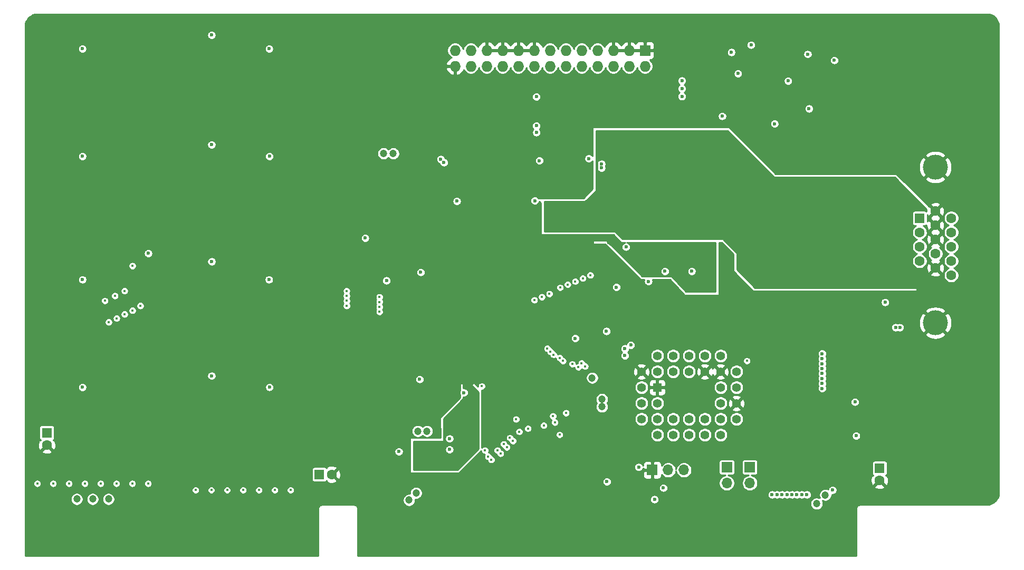
<source format=gbr>
G04 #@! TF.GenerationSoftware,KiCad,Pcbnew,(5.1.6)-1*
G04 #@! TF.CreationDate,2020-07-06T23:29:02+03:00*
G04 #@! TF.ProjectId,GD5434,47443534-3334-42e6-9b69-6361645f7063,rev?*
G04 #@! TF.SameCoordinates,Original*
G04 #@! TF.FileFunction,Copper,L2,Inr*
G04 #@! TF.FilePolarity,Positive*
%FSLAX46Y46*%
G04 Gerber Fmt 4.6, Leading zero omitted, Abs format (unit mm)*
G04 Created by KiCad (PCBNEW (5.1.6)-1) date 2020-07-06 23:29:02*
%MOMM*%
%LPD*%
G01*
G04 APERTURE LIST*
G04 #@! TA.AperFunction,ViaPad*
%ADD10C,1.422400*%
G04 #@! TD*
G04 #@! TA.AperFunction,ViaPad*
%ADD11R,1.422400X1.422400*%
G04 #@! TD*
G04 #@! TA.AperFunction,ViaPad*
%ADD12O,1.700000X1.700000*%
G04 #@! TD*
G04 #@! TA.AperFunction,ViaPad*
%ADD13R,1.700000X1.700000*%
G04 #@! TD*
G04 #@! TA.AperFunction,ViaPad*
%ADD14C,1.600000*%
G04 #@! TD*
G04 #@! TA.AperFunction,ViaPad*
%ADD15R,1.600000X1.600000*%
G04 #@! TD*
G04 #@! TA.AperFunction,ViaPad*
%ADD16C,4.000000*%
G04 #@! TD*
G04 #@! TA.AperFunction,ViaPad*
%ADD17O,1.727200X1.727200*%
G04 #@! TD*
G04 #@! TA.AperFunction,ViaPad*
%ADD18R,1.727200X1.727200*%
G04 #@! TD*
G04 #@! TA.AperFunction,ViaPad*
%ADD19C,0.600000*%
G04 #@! TD*
G04 #@! TA.AperFunction,ViaPad*
%ADD20C,0.450000*%
G04 #@! TD*
G04 #@! TA.AperFunction,ViaPad*
%ADD21C,1.200000*%
G04 #@! TD*
G04 #@! TA.AperFunction,Conductor*
%ADD22C,0.254000*%
G04 #@! TD*
G04 APERTURE END LIST*
D10*
X175745140Y-81605120D03*
X178285140Y-81605120D03*
X180825140Y-81605120D03*
X183365140Y-81605120D03*
X178285140Y-84145120D03*
X180825140Y-84145120D03*
X183365140Y-84145120D03*
X185905140Y-84145120D03*
X188445140Y-84145120D03*
X188445140Y-86685120D03*
X188445140Y-89225120D03*
X188445140Y-91765120D03*
X185905140Y-81605120D03*
X185905140Y-86685120D03*
X185905140Y-89225120D03*
X185905140Y-91765120D03*
X185905140Y-94305120D03*
X183365140Y-94305120D03*
X180825140Y-94305120D03*
X178285140Y-94305120D03*
X175745140Y-94305120D03*
X183365140Y-91765120D03*
X180825140Y-91765120D03*
X178285140Y-91765120D03*
X175745140Y-91765120D03*
X173205140Y-84145120D03*
X173205140Y-86685120D03*
X173205140Y-91765120D03*
X173205140Y-89225120D03*
X175745140Y-84145120D03*
X175745140Y-89225120D03*
D11*
X175745140Y-86685120D03*
D12*
X180009800Y-99943920D03*
X177469800Y-99943920D03*
D13*
X174929800Y-99943920D03*
D14*
X211399120Y-101631500D03*
D15*
X211399120Y-99631500D03*
D14*
X123503440Y-100644960D03*
D15*
X121503440Y-100644960D03*
D14*
X77769720Y-95940880D03*
D15*
X77769720Y-93940880D03*
D16*
X220370900Y-51306680D03*
X220370900Y-76306680D03*
D14*
X222910900Y-68651680D03*
X222910900Y-66361680D03*
X222910900Y-64071680D03*
X222910900Y-61781680D03*
X222910900Y-59491680D03*
X220370900Y-67506680D03*
X220370900Y-65216680D03*
X220370900Y-62926680D03*
X220370900Y-60636680D03*
X220370900Y-58346680D03*
X217830900Y-68651680D03*
X217830900Y-66361680D03*
X217830900Y-64071680D03*
X217830900Y-61781680D03*
D15*
X217830900Y-59491680D03*
D17*
X143278860Y-35097720D03*
X143278860Y-32557720D03*
X145818860Y-35097720D03*
X145818860Y-32557720D03*
X148358860Y-35097720D03*
X148358860Y-32557720D03*
X150898860Y-35097720D03*
X150898860Y-32557720D03*
X153438860Y-35097720D03*
X153438860Y-32557720D03*
X155978860Y-35097720D03*
X155978860Y-32557720D03*
X158518860Y-35097720D03*
X158518860Y-32557720D03*
X161058860Y-35097720D03*
X161058860Y-32557720D03*
X163598860Y-35097720D03*
X163598860Y-32557720D03*
X166138860Y-35097720D03*
X166138860Y-32557720D03*
X168678860Y-35097720D03*
X168678860Y-32557720D03*
X171218860Y-35097720D03*
X171218860Y-32557720D03*
X173758860Y-35097720D03*
D18*
X173758860Y-32557720D03*
D12*
X186888120Y-102026720D03*
D13*
X186888120Y-99486720D03*
D12*
X190581280Y-102026720D03*
D13*
X190581280Y-99486720D03*
D19*
X202194160Y-81258723D03*
X194158683Y-103891080D03*
X202194160Y-82054817D03*
X194954773Y-103891080D03*
X202194160Y-82850907D03*
X195750863Y-103891080D03*
X202194160Y-83646997D03*
X196546953Y-103891080D03*
X202194160Y-84443087D03*
X197343043Y-103891080D03*
X202194160Y-85239177D03*
X198139133Y-103891080D03*
X202194160Y-86035267D03*
X198935223Y-103891080D03*
X202194160Y-86831357D03*
X199731317Y-103891080D03*
D20*
X94015560Y-102113080D03*
X164980560Y-68648640D03*
X91470480Y-102113080D03*
X163771900Y-69148640D03*
X88925400Y-102113080D03*
X162563240Y-69648640D03*
X86390480Y-102113080D03*
X161341880Y-70148640D03*
X83850480Y-102113080D03*
X160133220Y-70648640D03*
X81315560Y-102113080D03*
X158417580Y-71648640D03*
X78770480Y-102113080D03*
X157208160Y-72148640D03*
X76225400Y-102113080D03*
X155998740Y-72648640D03*
X163581080Y-82793840D03*
D19*
X171475400Y-79866800D03*
X170530520Y-80441800D03*
D20*
X164153121Y-83284717D03*
D19*
X172745400Y-99474020D03*
D20*
X116878100Y-103167180D03*
X163078121Y-83423760D03*
X114335560Y-103167180D03*
X162077400Y-82923760D03*
X161079560Y-90776680D03*
X111803180Y-103167180D03*
X160581340Y-82423760D03*
X109263180Y-103167180D03*
X160078420Y-81925160D03*
D19*
X175285400Y-104653080D03*
D20*
X106702860Y-103167180D03*
X159087820Y-81423760D03*
X104162860Y-103167180D03*
X158587440Y-80923760D03*
X101645720Y-103167180D03*
X158081980Y-80423760D03*
X158997827Y-91276680D03*
X159290364Y-92276681D03*
X160045900Y-94276684D03*
X157505900Y-92776540D03*
X154973283Y-93276683D03*
X153578120Y-93776360D03*
X153078120Y-91777760D03*
X152578120Y-95276685D03*
X152078120Y-94774320D03*
X151578120Y-96276685D03*
X151078120Y-95777240D03*
X150578120Y-97276685D03*
X150078120Y-96776803D03*
X149092380Y-98277140D03*
X148592540Y-97777300D03*
X148075140Y-96776100D03*
X147572524Y-86485936D03*
D21*
X129573020Y-104725030D03*
X127668020Y-104725030D03*
X125763020Y-104725030D03*
D20*
X187960000Y-29684980D03*
X167640000Y-29684980D03*
X157480000Y-29684980D03*
X149860000Y-30480000D03*
X177800000Y-29684980D03*
X213685120Y-38404800D03*
X225973640Y-50723800D03*
X185864500Y-62732920D03*
X177840640Y-62732920D03*
X170220640Y-62732920D03*
X177843180Y-61490860D03*
X185867040Y-61490860D03*
X168861740Y-60264040D03*
X176481740Y-60264040D03*
X184101740Y-60264040D03*
X191721740Y-60264040D03*
X191721740Y-56570880D03*
X184101740Y-56570880D03*
X176481740Y-56570880D03*
X168861740Y-56570880D03*
X176481740Y-57802780D03*
X176481740Y-59034680D03*
X184101740Y-57802780D03*
X184101740Y-59034680D03*
X191721740Y-57802780D03*
X191721740Y-59034680D03*
X197271740Y-57802780D03*
X197271740Y-59944000D03*
D19*
X146497040Y-90820240D03*
X146490380Y-92957960D03*
X119522240Y-61447680D03*
X94094579Y-41170860D03*
X94094579Y-58430160D03*
X94096589Y-78254322D03*
X119540020Y-49555400D03*
X104603328Y-95702808D03*
X86397119Y-78366620D03*
X104721438Y-78366398D03*
X111267240Y-60462160D03*
X111264700Y-43200320D03*
X104652858Y-41302718D03*
X86394579Y-41302940D03*
X104655398Y-58569638D03*
X86394579Y-58574940D03*
X116324380Y-61440060D03*
X175590200Y-66161920D03*
X173192440Y-66144140D03*
X142455900Y-51229260D03*
X207647540Y-96486980D03*
X206138780Y-85791040D03*
D20*
X170177460Y-86916260D03*
D19*
X145682357Y-86576557D03*
X127919480Y-68686680D03*
D21*
X77470000Y-104584500D03*
X74930000Y-104584500D03*
X74930000Y-102933500D03*
X77470000Y-102933500D03*
X208915000Y-104394000D03*
X207391000Y-104394000D03*
X205803500Y-104394000D03*
D20*
X164881560Y-71148640D03*
D19*
X169473880Y-71602600D03*
X168061640Y-72933560D03*
X164790120Y-76144120D03*
X169672000Y-78069440D03*
D20*
X207330520Y-57185560D03*
X207330520Y-61112400D03*
X207330520Y-65095120D03*
X205486480Y-57188100D03*
X205494100Y-61112400D03*
X205494100Y-65095120D03*
X168861740Y-57802780D03*
X168861740Y-59034680D03*
X201660860Y-57185560D03*
X201660860Y-61117480D03*
X201658320Y-65090040D03*
D19*
X198714460Y-66537840D03*
X202600660Y-66537840D03*
X206443680Y-66537840D03*
X208407100Y-66537840D03*
X209857340Y-65090040D03*
X198719540Y-53652420D03*
X197060920Y-55140860D03*
X196578220Y-34907220D03*
X189804040Y-44340780D03*
X191322960Y-42768520D03*
X191328040Y-45910500D03*
X195148200Y-40005000D03*
X195148200Y-41262300D03*
X189981840Y-39509700D03*
X167936538Y-63381092D03*
D20*
X170223180Y-61490860D03*
X192186560Y-63908940D03*
D19*
X196469000Y-63632080D03*
X166324280Y-101798120D03*
X166370000Y-104775000D03*
D21*
X182905900Y-102717100D03*
X182905900Y-104114100D03*
X182905900Y-105511100D03*
D19*
X168864280Y-92923360D03*
X216087960Y-60799980D03*
X216110820Y-66194940D03*
X212310760Y-75044520D03*
D20*
X225115120Y-63926720D03*
X225996500Y-57744360D03*
X224505520Y-61706760D03*
X219837000Y-44554140D03*
X204955140Y-29710380D03*
X198120000Y-29684980D03*
X194444620Y-68437760D03*
X199511920Y-68981320D03*
X205704440Y-68973700D03*
D19*
X100967540Y-83710780D03*
X108036360Y-66070480D03*
X99222560Y-66088260D03*
X119735600Y-86649560D03*
X119745760Y-69344540D03*
X119776240Y-67889120D03*
X86446360Y-95542100D03*
X94056200Y-95590360D03*
X156055060Y-50604420D03*
X137817860Y-61648340D03*
X141579600Y-56753760D03*
X119212360Y-33200340D03*
X107642660Y-46634400D03*
X148574760Y-56898540D03*
X154579320Y-56700420D03*
X164757100Y-61142880D03*
X133724540Y-99886880D03*
X164759640Y-66647060D03*
X140121640Y-97636753D03*
X140121640Y-98339486D03*
X77152500Y-32285940D03*
X77152500Y-49570640D03*
X77152500Y-69354700D03*
X77152500Y-86639400D03*
X137764520Y-69641720D03*
X147083780Y-84002880D03*
X163248340Y-86702900D03*
X183982360Y-64917320D03*
X181140100Y-64917320D03*
X168833800Y-51299760D03*
X171887160Y-48872700D03*
X171887160Y-48110700D03*
X176977040Y-46901100D03*
X177215800Y-49123600D03*
X188117480Y-41249600D03*
X158060000Y-57320000D03*
X188950000Y-65050000D03*
X133167120Y-85359240D03*
X134990840Y-83913980D03*
X191688720Y-69308980D03*
X158653480Y-101798120D03*
X161404300Y-101798120D03*
X163997640Y-101798120D03*
X151455120Y-101798120D03*
X156253180Y-99816920D03*
X154297380Y-101800660D03*
X119382540Y-81396840D03*
X165592760Y-40020240D03*
X177787300Y-35120580D03*
X216108280Y-57942480D03*
X209778600Y-57193180D03*
X189806580Y-49138840D03*
X164734240Y-48097440D03*
X177779680Y-43103800D03*
X186583320Y-65049400D03*
X172212000Y-81556860D03*
X192656460Y-81287620D03*
X111640620Y-96954340D03*
X97817940Y-104561640D03*
X107657900Y-28414980D03*
X220000000Y-30000000D03*
X210000000Y-30000000D03*
X215000000Y-35000000D03*
X225000000Y-35000000D03*
X220000000Y-40000000D03*
X225000000Y-45000000D03*
X230000000Y-50000000D03*
X230000000Y-30000000D03*
X230000000Y-40000000D03*
X230000000Y-60000000D03*
X230000000Y-70000000D03*
X230000000Y-80000000D03*
X230000000Y-90000000D03*
X230000000Y-100000000D03*
X225000000Y-75000000D03*
X225000000Y-85000000D03*
X225000000Y-95000000D03*
X225000000Y-105000000D03*
X215000000Y-105000000D03*
X220000000Y-100000000D03*
X215000000Y-95000000D03*
X220000000Y-90000000D03*
X215000000Y-85000000D03*
X210000000Y-90000000D03*
X205000000Y-35000000D03*
X210000000Y-40000000D03*
X215000000Y-45000000D03*
X205000000Y-45000000D03*
X210000000Y-50000000D03*
X200000000Y-50000000D03*
X122500000Y-30000000D03*
X127500000Y-35000000D03*
X132500000Y-30000000D03*
X137500000Y-35000000D03*
X142500000Y-30000000D03*
X100000000Y-30000000D03*
X90000000Y-30000000D03*
X80000000Y-30000000D03*
X85000000Y-37500000D03*
X75000000Y-37500000D03*
X75000000Y-47500000D03*
X80000000Y-42500000D03*
X85000000Y-47500000D03*
X75000000Y-57500000D03*
X85000000Y-57500000D03*
X80000000Y-52500000D03*
X80000000Y-62500000D03*
X75000000Y-67500000D03*
X85000000Y-67500000D03*
X75000000Y-77500000D03*
X85000000Y-77500000D03*
X80000000Y-72500000D03*
X80000000Y-82500000D03*
X75000000Y-87500000D03*
X85000000Y-87500000D03*
X80000000Y-92500000D03*
X75000000Y-97500000D03*
X85000000Y-97500000D03*
X96613980Y-89070180D03*
X180000000Y-72500000D03*
X200000000Y-72500000D03*
X163000000Y-58000000D03*
X159000000Y-61000000D03*
X145000000Y-65000000D03*
X155000000Y-65000000D03*
X150000000Y-70000000D03*
X145000000Y-75000000D03*
X162500000Y-75000000D03*
X193233040Y-102047040D03*
X193078100Y-95694500D03*
X206339440Y-98069400D03*
X204086460Y-81259680D03*
X190000000Y-72500000D03*
X111409480Y-78767940D03*
X137779760Y-76088680D03*
X195000000Y-27500000D03*
X185000000Y-27500000D03*
X175000000Y-27500000D03*
X165000000Y-27500000D03*
X152500000Y-27500000D03*
X209692240Y-68961000D03*
X209804000Y-60967620D03*
X216080340Y-62593220D03*
D20*
X131145280Y-72156320D03*
X91511120Y-74320400D03*
X131145280Y-72943720D03*
X90241120Y-74917300D03*
X131145280Y-73746360D03*
X88971120Y-75577700D03*
X131145280Y-74543920D03*
X87701120Y-76192380D03*
X125877320Y-71170800D03*
X90241120Y-71170800D03*
X125882400Y-71963280D03*
X88686079Y-71962719D03*
X125887480Y-72765920D03*
X87072119Y-72761759D03*
X125887480Y-73563480D03*
X92781120Y-73563480D03*
X91511120Y-67157600D03*
D19*
X132278120Y-69519800D03*
X113499900Y-86636500D03*
X113494820Y-49557940D03*
X113446180Y-32291400D03*
X113423700Y-69354700D03*
X207657700Y-94439740D03*
X176702720Y-102803960D03*
X207459580Y-89001600D03*
D21*
X131805680Y-49103280D03*
X133362700Y-49121060D03*
X166853193Y-89774353D03*
X166862760Y-88559640D03*
X87670640Y-104607360D03*
X85130640Y-104607360D03*
X82590640Y-104607360D03*
X135890000Y-104775000D03*
X137033000Y-103632000D03*
D19*
X194556380Y-44340780D03*
X214657180Y-77046580D03*
X213986620Y-77046580D03*
X83471640Y-86639420D03*
X83471640Y-32291400D03*
X83471640Y-49560860D03*
X83471640Y-69355080D03*
X104208580Y-30096460D03*
X104211120Y-47698660D03*
X104208580Y-84823300D03*
X204142340Y-34137600D03*
X188691520Y-36276280D03*
X186159140Y-43116500D03*
X104211120Y-66466720D03*
X170535600Y-81564480D03*
X134258740Y-96970160D03*
X190787020Y-31681420D03*
D21*
X202707240Y-103946960D03*
X201312780Y-105341420D03*
D19*
X203865201Y-103144599D03*
X174312580Y-69646800D03*
X137584820Y-85361140D03*
X141490700Y-50553620D03*
X140970000Y-50032920D03*
D21*
X138772900Y-93700600D03*
X137309860Y-93700600D03*
X165287960Y-85153500D03*
D19*
X156077920Y-56708040D03*
X137764520Y-68173600D03*
X143570960Y-56758840D03*
X169174160Y-70586600D03*
X167570580Y-77648640D03*
X166781480Y-50799380D03*
X166781480Y-51436920D03*
X164736780Y-49928780D03*
X187612240Y-32859760D03*
X199872020Y-33172980D03*
X179692300Y-38696900D03*
X156337000Y-44663360D03*
X196733160Y-37449760D03*
X156817380Y-50256120D03*
X179692300Y-39956740D03*
X179692300Y-37426900D03*
X200070720Y-41912540D03*
X162575240Y-78785720D03*
D20*
X190110298Y-82419002D03*
D19*
X156334460Y-39992300D03*
X156342080Y-45730160D03*
X94051120Y-65140840D03*
X128859280Y-62697360D03*
X167642540Y-101795580D03*
X144707550Y-87527190D03*
X142389860Y-94899480D03*
X142389860Y-96644460D03*
X181265000Y-68017280D03*
X176955560Y-68017280D03*
X170730020Y-64113300D03*
X212310760Y-72994520D03*
D22*
G36*
X228998740Y-26768227D02*
G01*
X229357379Y-26876506D01*
X229688158Y-27052384D01*
X229978472Y-27289158D01*
X230217269Y-27577815D01*
X230395453Y-27907358D01*
X230506233Y-28265231D01*
X230548401Y-28666435D01*
X230548400Y-103554878D01*
X230508881Y-103957920D01*
X230400601Y-104316562D01*
X230224724Y-104647338D01*
X229987950Y-104937652D01*
X229699293Y-105176449D01*
X229369749Y-105354633D01*
X229011877Y-105465413D01*
X228610683Y-105507580D01*
X208336228Y-105507580D01*
X208305900Y-105504593D01*
X208275571Y-105507580D01*
X208184849Y-105516515D01*
X208068450Y-105551825D01*
X207961176Y-105609164D01*
X207867149Y-105686329D01*
X207789984Y-105780356D01*
X207732645Y-105887630D01*
X207697335Y-106004029D01*
X207685413Y-106125080D01*
X207688400Y-106155409D01*
X207688401Y-113639872D01*
X207685162Y-113672903D01*
X207684342Y-113675620D01*
X207683009Y-113678126D01*
X207681217Y-113680324D01*
X207679029Y-113682134D01*
X207676538Y-113683481D01*
X207673820Y-113684322D01*
X207642825Y-113687580D01*
X127691098Y-113687580D01*
X127658077Y-113684342D01*
X127655360Y-113683522D01*
X127652854Y-113682189D01*
X127650656Y-113680397D01*
X127648846Y-113678209D01*
X127647499Y-113675718D01*
X127646658Y-113673000D01*
X127643400Y-113642005D01*
X127643400Y-106154069D01*
X127646387Y-106123740D01*
X127634465Y-106002689D01*
X127599155Y-105886290D01*
X127541816Y-105779016D01*
X127464651Y-105684989D01*
X127370624Y-105607824D01*
X127263350Y-105550485D01*
X127146951Y-105515175D01*
X127056229Y-105506240D01*
X127056228Y-105506240D01*
X127025900Y-105503253D01*
X126995571Y-105506240D01*
X121983848Y-105506240D01*
X121953520Y-105503253D01*
X121923191Y-105506240D01*
X121832469Y-105515175D01*
X121716070Y-105550485D01*
X121608796Y-105607824D01*
X121514769Y-105684989D01*
X121437604Y-105779016D01*
X121380265Y-105886290D01*
X121344955Y-106002689D01*
X121333033Y-106123740D01*
X121336020Y-106154069D01*
X121336021Y-113638532D01*
X121332782Y-113671563D01*
X121331962Y-113674280D01*
X121330629Y-113676786D01*
X121328837Y-113678984D01*
X121326649Y-113680794D01*
X121324158Y-113682141D01*
X121321440Y-113682982D01*
X121290430Y-113686242D01*
X74340431Y-113687579D01*
X74307417Y-113684342D01*
X74304700Y-113683522D01*
X74302194Y-113682189D01*
X74299996Y-113680397D01*
X74298186Y-113678209D01*
X74296839Y-113675718D01*
X74295998Y-113673000D01*
X74293240Y-113646762D01*
X74293240Y-104506209D01*
X81563640Y-104506209D01*
X81563640Y-104708511D01*
X81603107Y-104906925D01*
X81680525Y-105093827D01*
X81792917Y-105262034D01*
X81935966Y-105405083D01*
X82104173Y-105517475D01*
X82291075Y-105594893D01*
X82489489Y-105634360D01*
X82691791Y-105634360D01*
X82890205Y-105594893D01*
X83077107Y-105517475D01*
X83245314Y-105405083D01*
X83388363Y-105262034D01*
X83500755Y-105093827D01*
X83578173Y-104906925D01*
X83617640Y-104708511D01*
X83617640Y-104506209D01*
X84103640Y-104506209D01*
X84103640Y-104708511D01*
X84143107Y-104906925D01*
X84220525Y-105093827D01*
X84332917Y-105262034D01*
X84475966Y-105405083D01*
X84644173Y-105517475D01*
X84831075Y-105594893D01*
X85029489Y-105634360D01*
X85231791Y-105634360D01*
X85430205Y-105594893D01*
X85617107Y-105517475D01*
X85785314Y-105405083D01*
X85928363Y-105262034D01*
X86040755Y-105093827D01*
X86118173Y-104906925D01*
X86157640Y-104708511D01*
X86157640Y-104506209D01*
X86643640Y-104506209D01*
X86643640Y-104708511D01*
X86683107Y-104906925D01*
X86760525Y-105093827D01*
X86872917Y-105262034D01*
X87015966Y-105405083D01*
X87184173Y-105517475D01*
X87371075Y-105594893D01*
X87569489Y-105634360D01*
X87771791Y-105634360D01*
X87970205Y-105594893D01*
X88157107Y-105517475D01*
X88325314Y-105405083D01*
X88468363Y-105262034D01*
X88580755Y-105093827D01*
X88658173Y-104906925D01*
X88697640Y-104708511D01*
X88697640Y-104673849D01*
X134863000Y-104673849D01*
X134863000Y-104876151D01*
X134902467Y-105074565D01*
X134979885Y-105261467D01*
X135092277Y-105429674D01*
X135235326Y-105572723D01*
X135403533Y-105685115D01*
X135590435Y-105762533D01*
X135788849Y-105802000D01*
X135991151Y-105802000D01*
X136189565Y-105762533D01*
X136376467Y-105685115D01*
X136544674Y-105572723D01*
X136687723Y-105429674D01*
X136800115Y-105261467D01*
X136877533Y-105074565D01*
X136917000Y-104876151D01*
X136917000Y-104673849D01*
X136913313Y-104655313D01*
X136931849Y-104659000D01*
X137134151Y-104659000D01*
X137332565Y-104619533D01*
X137424439Y-104581477D01*
X174558400Y-104581477D01*
X174558400Y-104724683D01*
X174586338Y-104865138D01*
X174641141Y-104997444D01*
X174720702Y-105116516D01*
X174821964Y-105217778D01*
X174941036Y-105297339D01*
X175073342Y-105352142D01*
X175213797Y-105380080D01*
X175357003Y-105380080D01*
X175497458Y-105352142D01*
X175629764Y-105297339D01*
X175715175Y-105240269D01*
X200285780Y-105240269D01*
X200285780Y-105442571D01*
X200325247Y-105640985D01*
X200402665Y-105827887D01*
X200515057Y-105996094D01*
X200658106Y-106139143D01*
X200826313Y-106251535D01*
X201013215Y-106328953D01*
X201211629Y-106368420D01*
X201413931Y-106368420D01*
X201612345Y-106328953D01*
X201799247Y-106251535D01*
X201967454Y-106139143D01*
X202110503Y-105996094D01*
X202222895Y-105827887D01*
X202300313Y-105640985D01*
X202339780Y-105442571D01*
X202339780Y-105240269D01*
X202300313Y-105041855D01*
X202224396Y-104858576D01*
X202407675Y-104934493D01*
X202606089Y-104973960D01*
X202808391Y-104973960D01*
X203006805Y-104934493D01*
X203193707Y-104857075D01*
X203361914Y-104744683D01*
X203504963Y-104601634D01*
X203617355Y-104433427D01*
X203694773Y-104246525D01*
X203734240Y-104048111D01*
X203734240Y-103859792D01*
X203793598Y-103871599D01*
X203936804Y-103871599D01*
X204077259Y-103843661D01*
X204209565Y-103788858D01*
X204328637Y-103709297D01*
X204429899Y-103608035D01*
X204509460Y-103488963D01*
X204564263Y-103356657D01*
X204592201Y-103216202D01*
X204592201Y-103072996D01*
X204564263Y-102932541D01*
X204509460Y-102800235D01*
X204429899Y-102681163D01*
X204372938Y-102624202D01*
X210586023Y-102624202D01*
X210657606Y-102868171D01*
X210913116Y-102989071D01*
X211187304Y-103057800D01*
X211469632Y-103071717D01*
X211749250Y-103030287D01*
X212015412Y-102935103D01*
X212140634Y-102868171D01*
X212212217Y-102624202D01*
X211399120Y-101811105D01*
X210586023Y-102624202D01*
X204372938Y-102624202D01*
X204328637Y-102579901D01*
X204209565Y-102500340D01*
X204077259Y-102445537D01*
X203936804Y-102417599D01*
X203793598Y-102417599D01*
X203653143Y-102445537D01*
X203520837Y-102500340D01*
X203401765Y-102579901D01*
X203300503Y-102681163D01*
X203220942Y-102800235D01*
X203166139Y-102932541D01*
X203149070Y-103018355D01*
X203006805Y-102959427D01*
X202808391Y-102919960D01*
X202606089Y-102919960D01*
X202407675Y-102959427D01*
X202220773Y-103036845D01*
X202052566Y-103149237D01*
X201909517Y-103292286D01*
X201797125Y-103460493D01*
X201719707Y-103647395D01*
X201680240Y-103845809D01*
X201680240Y-104048111D01*
X201719707Y-104246525D01*
X201795624Y-104429804D01*
X201612345Y-104353887D01*
X201413931Y-104314420D01*
X201211629Y-104314420D01*
X201013215Y-104353887D01*
X200826313Y-104431305D01*
X200658106Y-104543697D01*
X200515057Y-104686746D01*
X200402665Y-104854953D01*
X200325247Y-105041855D01*
X200285780Y-105240269D01*
X175715175Y-105240269D01*
X175748836Y-105217778D01*
X175850098Y-105116516D01*
X175929659Y-104997444D01*
X175984462Y-104865138D01*
X176012400Y-104724683D01*
X176012400Y-104581477D01*
X175984462Y-104441022D01*
X175929659Y-104308716D01*
X175850098Y-104189644D01*
X175748836Y-104088382D01*
X175629764Y-104008821D01*
X175497458Y-103954018D01*
X175357003Y-103926080D01*
X175213797Y-103926080D01*
X175073342Y-103954018D01*
X174941036Y-104008821D01*
X174821964Y-104088382D01*
X174720702Y-104189644D01*
X174641141Y-104308716D01*
X174586338Y-104441022D01*
X174558400Y-104581477D01*
X137424439Y-104581477D01*
X137519467Y-104542115D01*
X137687674Y-104429723D01*
X137830723Y-104286674D01*
X137943115Y-104118467D01*
X138020533Y-103931565D01*
X138042828Y-103819477D01*
X193431683Y-103819477D01*
X193431683Y-103962683D01*
X193459621Y-104103138D01*
X193514424Y-104235444D01*
X193593985Y-104354516D01*
X193695247Y-104455778D01*
X193814319Y-104535339D01*
X193946625Y-104590142D01*
X194087080Y-104618080D01*
X194230286Y-104618080D01*
X194370741Y-104590142D01*
X194503047Y-104535339D01*
X194556728Y-104499471D01*
X194610409Y-104535339D01*
X194742715Y-104590142D01*
X194883170Y-104618080D01*
X195026376Y-104618080D01*
X195166831Y-104590142D01*
X195299137Y-104535339D01*
X195352818Y-104499471D01*
X195406499Y-104535339D01*
X195538805Y-104590142D01*
X195679260Y-104618080D01*
X195822466Y-104618080D01*
X195962921Y-104590142D01*
X196095227Y-104535339D01*
X196148908Y-104499471D01*
X196202589Y-104535339D01*
X196334895Y-104590142D01*
X196475350Y-104618080D01*
X196618556Y-104618080D01*
X196759011Y-104590142D01*
X196891317Y-104535339D01*
X196944998Y-104499471D01*
X196998679Y-104535339D01*
X197130985Y-104590142D01*
X197271440Y-104618080D01*
X197414646Y-104618080D01*
X197555101Y-104590142D01*
X197687407Y-104535339D01*
X197741088Y-104499471D01*
X197794769Y-104535339D01*
X197927075Y-104590142D01*
X198067530Y-104618080D01*
X198210736Y-104618080D01*
X198351191Y-104590142D01*
X198483497Y-104535339D01*
X198537178Y-104499471D01*
X198590859Y-104535339D01*
X198723165Y-104590142D01*
X198863620Y-104618080D01*
X199006826Y-104618080D01*
X199147281Y-104590142D01*
X199279587Y-104535339D01*
X199333270Y-104499469D01*
X199386953Y-104535339D01*
X199519259Y-104590142D01*
X199659714Y-104618080D01*
X199802920Y-104618080D01*
X199943375Y-104590142D01*
X200075681Y-104535339D01*
X200194753Y-104455778D01*
X200296015Y-104354516D01*
X200375576Y-104235444D01*
X200430379Y-104103138D01*
X200458317Y-103962683D01*
X200458317Y-103819477D01*
X200430379Y-103679022D01*
X200375576Y-103546716D01*
X200296015Y-103427644D01*
X200194753Y-103326382D01*
X200075681Y-103246821D01*
X199943375Y-103192018D01*
X199802920Y-103164080D01*
X199659714Y-103164080D01*
X199519259Y-103192018D01*
X199386953Y-103246821D01*
X199333270Y-103282691D01*
X199279587Y-103246821D01*
X199147281Y-103192018D01*
X199006826Y-103164080D01*
X198863620Y-103164080D01*
X198723165Y-103192018D01*
X198590859Y-103246821D01*
X198537178Y-103282689D01*
X198483497Y-103246821D01*
X198351191Y-103192018D01*
X198210736Y-103164080D01*
X198067530Y-103164080D01*
X197927075Y-103192018D01*
X197794769Y-103246821D01*
X197741088Y-103282689D01*
X197687407Y-103246821D01*
X197555101Y-103192018D01*
X197414646Y-103164080D01*
X197271440Y-103164080D01*
X197130985Y-103192018D01*
X196998679Y-103246821D01*
X196944998Y-103282689D01*
X196891317Y-103246821D01*
X196759011Y-103192018D01*
X196618556Y-103164080D01*
X196475350Y-103164080D01*
X196334895Y-103192018D01*
X196202589Y-103246821D01*
X196148908Y-103282689D01*
X196095227Y-103246821D01*
X195962921Y-103192018D01*
X195822466Y-103164080D01*
X195679260Y-103164080D01*
X195538805Y-103192018D01*
X195406499Y-103246821D01*
X195352818Y-103282689D01*
X195299137Y-103246821D01*
X195166831Y-103192018D01*
X195026376Y-103164080D01*
X194883170Y-103164080D01*
X194742715Y-103192018D01*
X194610409Y-103246821D01*
X194556728Y-103282689D01*
X194503047Y-103246821D01*
X194370741Y-103192018D01*
X194230286Y-103164080D01*
X194087080Y-103164080D01*
X193946625Y-103192018D01*
X193814319Y-103246821D01*
X193695247Y-103326382D01*
X193593985Y-103427644D01*
X193514424Y-103546716D01*
X193459621Y-103679022D01*
X193431683Y-103819477D01*
X138042828Y-103819477D01*
X138060000Y-103733151D01*
X138060000Y-103530849D01*
X138020533Y-103332435D01*
X137943115Y-103145533D01*
X137830723Y-102977326D01*
X137687674Y-102834277D01*
X137535140Y-102732357D01*
X175975720Y-102732357D01*
X175975720Y-102875563D01*
X176003658Y-103016018D01*
X176058461Y-103148324D01*
X176138022Y-103267396D01*
X176239284Y-103368658D01*
X176358356Y-103448219D01*
X176490662Y-103503022D01*
X176631117Y-103530960D01*
X176774323Y-103530960D01*
X176914778Y-103503022D01*
X177047084Y-103448219D01*
X177166156Y-103368658D01*
X177267418Y-103267396D01*
X177346979Y-103148324D01*
X177401782Y-103016018D01*
X177429720Y-102875563D01*
X177429720Y-102732357D01*
X177401782Y-102591902D01*
X177346979Y-102459596D01*
X177267418Y-102340524D01*
X177166156Y-102239262D01*
X177047084Y-102159701D01*
X176914778Y-102104898D01*
X176774323Y-102076960D01*
X176631117Y-102076960D01*
X176490662Y-102104898D01*
X176358356Y-102159701D01*
X176239284Y-102239262D01*
X176138022Y-102340524D01*
X176058461Y-102459596D01*
X176003658Y-102591902D01*
X175975720Y-102732357D01*
X137535140Y-102732357D01*
X137519467Y-102721885D01*
X137332565Y-102644467D01*
X137134151Y-102605000D01*
X136931849Y-102605000D01*
X136733435Y-102644467D01*
X136546533Y-102721885D01*
X136378326Y-102834277D01*
X136235277Y-102977326D01*
X136122885Y-103145533D01*
X136045467Y-103332435D01*
X136006000Y-103530849D01*
X136006000Y-103733151D01*
X136009687Y-103751687D01*
X135991151Y-103748000D01*
X135788849Y-103748000D01*
X135590435Y-103787467D01*
X135403533Y-103864885D01*
X135235326Y-103977277D01*
X135092277Y-104120326D01*
X134979885Y-104288533D01*
X134902467Y-104475435D01*
X134863000Y-104673849D01*
X88697640Y-104673849D01*
X88697640Y-104506209D01*
X88658173Y-104307795D01*
X88580755Y-104120893D01*
X88468363Y-103952686D01*
X88325314Y-103809637D01*
X88157107Y-103697245D01*
X87970205Y-103619827D01*
X87771791Y-103580360D01*
X87569489Y-103580360D01*
X87371075Y-103619827D01*
X87184173Y-103697245D01*
X87015966Y-103809637D01*
X86872917Y-103952686D01*
X86760525Y-104120893D01*
X86683107Y-104307795D01*
X86643640Y-104506209D01*
X86157640Y-104506209D01*
X86118173Y-104307795D01*
X86040755Y-104120893D01*
X85928363Y-103952686D01*
X85785314Y-103809637D01*
X85617107Y-103697245D01*
X85430205Y-103619827D01*
X85231791Y-103580360D01*
X85029489Y-103580360D01*
X84831075Y-103619827D01*
X84644173Y-103697245D01*
X84475966Y-103809637D01*
X84332917Y-103952686D01*
X84220525Y-104120893D01*
X84143107Y-104307795D01*
X84103640Y-104506209D01*
X83617640Y-104506209D01*
X83578173Y-104307795D01*
X83500755Y-104120893D01*
X83388363Y-103952686D01*
X83245314Y-103809637D01*
X83077107Y-103697245D01*
X82890205Y-103619827D01*
X82691791Y-103580360D01*
X82489489Y-103580360D01*
X82291075Y-103619827D01*
X82104173Y-103697245D01*
X81935966Y-103809637D01*
X81792917Y-103952686D01*
X81680525Y-104120893D01*
X81603107Y-104307795D01*
X81563640Y-104506209D01*
X74293240Y-104506209D01*
X74293240Y-103102964D01*
X100993720Y-103102964D01*
X100993720Y-103231396D01*
X101018776Y-103357361D01*
X101067925Y-103476018D01*
X101139278Y-103582806D01*
X101230094Y-103673622D01*
X101336882Y-103744975D01*
X101455539Y-103794124D01*
X101581504Y-103819180D01*
X101709936Y-103819180D01*
X101835901Y-103794124D01*
X101954558Y-103744975D01*
X102061346Y-103673622D01*
X102152162Y-103582806D01*
X102223515Y-103476018D01*
X102272664Y-103357361D01*
X102297720Y-103231396D01*
X102297720Y-103102964D01*
X103510860Y-103102964D01*
X103510860Y-103231396D01*
X103535916Y-103357361D01*
X103585065Y-103476018D01*
X103656418Y-103582806D01*
X103747234Y-103673622D01*
X103854022Y-103744975D01*
X103972679Y-103794124D01*
X104098644Y-103819180D01*
X104227076Y-103819180D01*
X104353041Y-103794124D01*
X104471698Y-103744975D01*
X104578486Y-103673622D01*
X104669302Y-103582806D01*
X104740655Y-103476018D01*
X104789804Y-103357361D01*
X104814860Y-103231396D01*
X104814860Y-103102964D01*
X106050860Y-103102964D01*
X106050860Y-103231396D01*
X106075916Y-103357361D01*
X106125065Y-103476018D01*
X106196418Y-103582806D01*
X106287234Y-103673622D01*
X106394022Y-103744975D01*
X106512679Y-103794124D01*
X106638644Y-103819180D01*
X106767076Y-103819180D01*
X106893041Y-103794124D01*
X107011698Y-103744975D01*
X107118486Y-103673622D01*
X107209302Y-103582806D01*
X107280655Y-103476018D01*
X107329804Y-103357361D01*
X107354860Y-103231396D01*
X107354860Y-103102964D01*
X108611180Y-103102964D01*
X108611180Y-103231396D01*
X108636236Y-103357361D01*
X108685385Y-103476018D01*
X108756738Y-103582806D01*
X108847554Y-103673622D01*
X108954342Y-103744975D01*
X109072999Y-103794124D01*
X109198964Y-103819180D01*
X109327396Y-103819180D01*
X109453361Y-103794124D01*
X109572018Y-103744975D01*
X109678806Y-103673622D01*
X109769622Y-103582806D01*
X109840975Y-103476018D01*
X109890124Y-103357361D01*
X109915180Y-103231396D01*
X109915180Y-103102964D01*
X111151180Y-103102964D01*
X111151180Y-103231396D01*
X111176236Y-103357361D01*
X111225385Y-103476018D01*
X111296738Y-103582806D01*
X111387554Y-103673622D01*
X111494342Y-103744975D01*
X111612999Y-103794124D01*
X111738964Y-103819180D01*
X111867396Y-103819180D01*
X111993361Y-103794124D01*
X112112018Y-103744975D01*
X112218806Y-103673622D01*
X112309622Y-103582806D01*
X112380975Y-103476018D01*
X112430124Y-103357361D01*
X112455180Y-103231396D01*
X112455180Y-103102964D01*
X113683560Y-103102964D01*
X113683560Y-103231396D01*
X113708616Y-103357361D01*
X113757765Y-103476018D01*
X113829118Y-103582806D01*
X113919934Y-103673622D01*
X114026722Y-103744975D01*
X114145379Y-103794124D01*
X114271344Y-103819180D01*
X114399776Y-103819180D01*
X114525741Y-103794124D01*
X114644398Y-103744975D01*
X114751186Y-103673622D01*
X114842002Y-103582806D01*
X114913355Y-103476018D01*
X114962504Y-103357361D01*
X114987560Y-103231396D01*
X114987560Y-103102964D01*
X116226100Y-103102964D01*
X116226100Y-103231396D01*
X116251156Y-103357361D01*
X116300305Y-103476018D01*
X116371658Y-103582806D01*
X116462474Y-103673622D01*
X116569262Y-103744975D01*
X116687919Y-103794124D01*
X116813884Y-103819180D01*
X116942316Y-103819180D01*
X117068281Y-103794124D01*
X117186938Y-103744975D01*
X117293726Y-103673622D01*
X117384542Y-103582806D01*
X117455895Y-103476018D01*
X117505044Y-103357361D01*
X117530100Y-103231396D01*
X117530100Y-103102964D01*
X117505044Y-102976999D01*
X117455895Y-102858342D01*
X117384542Y-102751554D01*
X117293726Y-102660738D01*
X117186938Y-102589385D01*
X117068281Y-102540236D01*
X116942316Y-102515180D01*
X116813884Y-102515180D01*
X116687919Y-102540236D01*
X116569262Y-102589385D01*
X116462474Y-102660738D01*
X116371658Y-102751554D01*
X116300305Y-102858342D01*
X116251156Y-102976999D01*
X116226100Y-103102964D01*
X114987560Y-103102964D01*
X114962504Y-102976999D01*
X114913355Y-102858342D01*
X114842002Y-102751554D01*
X114751186Y-102660738D01*
X114644398Y-102589385D01*
X114525741Y-102540236D01*
X114399776Y-102515180D01*
X114271344Y-102515180D01*
X114145379Y-102540236D01*
X114026722Y-102589385D01*
X113919934Y-102660738D01*
X113829118Y-102751554D01*
X113757765Y-102858342D01*
X113708616Y-102976999D01*
X113683560Y-103102964D01*
X112455180Y-103102964D01*
X112430124Y-102976999D01*
X112380975Y-102858342D01*
X112309622Y-102751554D01*
X112218806Y-102660738D01*
X112112018Y-102589385D01*
X111993361Y-102540236D01*
X111867396Y-102515180D01*
X111738964Y-102515180D01*
X111612999Y-102540236D01*
X111494342Y-102589385D01*
X111387554Y-102660738D01*
X111296738Y-102751554D01*
X111225385Y-102858342D01*
X111176236Y-102976999D01*
X111151180Y-103102964D01*
X109915180Y-103102964D01*
X109890124Y-102976999D01*
X109840975Y-102858342D01*
X109769622Y-102751554D01*
X109678806Y-102660738D01*
X109572018Y-102589385D01*
X109453361Y-102540236D01*
X109327396Y-102515180D01*
X109198964Y-102515180D01*
X109072999Y-102540236D01*
X108954342Y-102589385D01*
X108847554Y-102660738D01*
X108756738Y-102751554D01*
X108685385Y-102858342D01*
X108636236Y-102976999D01*
X108611180Y-103102964D01*
X107354860Y-103102964D01*
X107329804Y-102976999D01*
X107280655Y-102858342D01*
X107209302Y-102751554D01*
X107118486Y-102660738D01*
X107011698Y-102589385D01*
X106893041Y-102540236D01*
X106767076Y-102515180D01*
X106638644Y-102515180D01*
X106512679Y-102540236D01*
X106394022Y-102589385D01*
X106287234Y-102660738D01*
X106196418Y-102751554D01*
X106125065Y-102858342D01*
X106075916Y-102976999D01*
X106050860Y-103102964D01*
X104814860Y-103102964D01*
X104789804Y-102976999D01*
X104740655Y-102858342D01*
X104669302Y-102751554D01*
X104578486Y-102660738D01*
X104471698Y-102589385D01*
X104353041Y-102540236D01*
X104227076Y-102515180D01*
X104098644Y-102515180D01*
X103972679Y-102540236D01*
X103854022Y-102589385D01*
X103747234Y-102660738D01*
X103656418Y-102751554D01*
X103585065Y-102858342D01*
X103535916Y-102976999D01*
X103510860Y-103102964D01*
X102297720Y-103102964D01*
X102272664Y-102976999D01*
X102223515Y-102858342D01*
X102152162Y-102751554D01*
X102061346Y-102660738D01*
X101954558Y-102589385D01*
X101835901Y-102540236D01*
X101709936Y-102515180D01*
X101581504Y-102515180D01*
X101455539Y-102540236D01*
X101336882Y-102589385D01*
X101230094Y-102660738D01*
X101139278Y-102751554D01*
X101067925Y-102858342D01*
X101018776Y-102976999D01*
X100993720Y-103102964D01*
X74293240Y-103102964D01*
X74293240Y-102048864D01*
X75573400Y-102048864D01*
X75573400Y-102177296D01*
X75598456Y-102303261D01*
X75647605Y-102421918D01*
X75718958Y-102528706D01*
X75809774Y-102619522D01*
X75916562Y-102690875D01*
X76035219Y-102740024D01*
X76161184Y-102765080D01*
X76289616Y-102765080D01*
X76415581Y-102740024D01*
X76534238Y-102690875D01*
X76641026Y-102619522D01*
X76731842Y-102528706D01*
X76803195Y-102421918D01*
X76852344Y-102303261D01*
X76877400Y-102177296D01*
X76877400Y-102048864D01*
X78118480Y-102048864D01*
X78118480Y-102177296D01*
X78143536Y-102303261D01*
X78192685Y-102421918D01*
X78264038Y-102528706D01*
X78354854Y-102619522D01*
X78461642Y-102690875D01*
X78580299Y-102740024D01*
X78706264Y-102765080D01*
X78834696Y-102765080D01*
X78960661Y-102740024D01*
X79079318Y-102690875D01*
X79186106Y-102619522D01*
X79276922Y-102528706D01*
X79348275Y-102421918D01*
X79397424Y-102303261D01*
X79422480Y-102177296D01*
X79422480Y-102048864D01*
X80663560Y-102048864D01*
X80663560Y-102177296D01*
X80688616Y-102303261D01*
X80737765Y-102421918D01*
X80809118Y-102528706D01*
X80899934Y-102619522D01*
X81006722Y-102690875D01*
X81125379Y-102740024D01*
X81251344Y-102765080D01*
X81379776Y-102765080D01*
X81505741Y-102740024D01*
X81624398Y-102690875D01*
X81731186Y-102619522D01*
X81822002Y-102528706D01*
X81893355Y-102421918D01*
X81942504Y-102303261D01*
X81967560Y-102177296D01*
X81967560Y-102048864D01*
X83198480Y-102048864D01*
X83198480Y-102177296D01*
X83223536Y-102303261D01*
X83272685Y-102421918D01*
X83344038Y-102528706D01*
X83434854Y-102619522D01*
X83541642Y-102690875D01*
X83660299Y-102740024D01*
X83786264Y-102765080D01*
X83914696Y-102765080D01*
X84040661Y-102740024D01*
X84159318Y-102690875D01*
X84266106Y-102619522D01*
X84356922Y-102528706D01*
X84428275Y-102421918D01*
X84477424Y-102303261D01*
X84502480Y-102177296D01*
X84502480Y-102048864D01*
X85738480Y-102048864D01*
X85738480Y-102177296D01*
X85763536Y-102303261D01*
X85812685Y-102421918D01*
X85884038Y-102528706D01*
X85974854Y-102619522D01*
X86081642Y-102690875D01*
X86200299Y-102740024D01*
X86326264Y-102765080D01*
X86454696Y-102765080D01*
X86580661Y-102740024D01*
X86699318Y-102690875D01*
X86806106Y-102619522D01*
X86896922Y-102528706D01*
X86968275Y-102421918D01*
X87017424Y-102303261D01*
X87042480Y-102177296D01*
X87042480Y-102048864D01*
X88273400Y-102048864D01*
X88273400Y-102177296D01*
X88298456Y-102303261D01*
X88347605Y-102421918D01*
X88418958Y-102528706D01*
X88509774Y-102619522D01*
X88616562Y-102690875D01*
X88735219Y-102740024D01*
X88861184Y-102765080D01*
X88989616Y-102765080D01*
X89115581Y-102740024D01*
X89234238Y-102690875D01*
X89341026Y-102619522D01*
X89431842Y-102528706D01*
X89503195Y-102421918D01*
X89552344Y-102303261D01*
X89577400Y-102177296D01*
X89577400Y-102048864D01*
X90818480Y-102048864D01*
X90818480Y-102177296D01*
X90843536Y-102303261D01*
X90892685Y-102421918D01*
X90964038Y-102528706D01*
X91054854Y-102619522D01*
X91161642Y-102690875D01*
X91280299Y-102740024D01*
X91406264Y-102765080D01*
X91534696Y-102765080D01*
X91660661Y-102740024D01*
X91779318Y-102690875D01*
X91886106Y-102619522D01*
X91976922Y-102528706D01*
X92048275Y-102421918D01*
X92097424Y-102303261D01*
X92122480Y-102177296D01*
X92122480Y-102048864D01*
X93363560Y-102048864D01*
X93363560Y-102177296D01*
X93388616Y-102303261D01*
X93437765Y-102421918D01*
X93509118Y-102528706D01*
X93599934Y-102619522D01*
X93706722Y-102690875D01*
X93825379Y-102740024D01*
X93951344Y-102765080D01*
X94079776Y-102765080D01*
X94205741Y-102740024D01*
X94324398Y-102690875D01*
X94431186Y-102619522D01*
X94522002Y-102528706D01*
X94593355Y-102421918D01*
X94642504Y-102303261D01*
X94667560Y-102177296D01*
X94667560Y-102048864D01*
X94642504Y-101922899D01*
X94593355Y-101804242D01*
X94522002Y-101697454D01*
X94431186Y-101606638D01*
X94324398Y-101535285D01*
X94205741Y-101486136D01*
X94079776Y-101461080D01*
X93951344Y-101461080D01*
X93825379Y-101486136D01*
X93706722Y-101535285D01*
X93599934Y-101606638D01*
X93509118Y-101697454D01*
X93437765Y-101804242D01*
X93388616Y-101922899D01*
X93363560Y-102048864D01*
X92122480Y-102048864D01*
X92097424Y-101922899D01*
X92048275Y-101804242D01*
X91976922Y-101697454D01*
X91886106Y-101606638D01*
X91779318Y-101535285D01*
X91660661Y-101486136D01*
X91534696Y-101461080D01*
X91406264Y-101461080D01*
X91280299Y-101486136D01*
X91161642Y-101535285D01*
X91054854Y-101606638D01*
X90964038Y-101697454D01*
X90892685Y-101804242D01*
X90843536Y-101922899D01*
X90818480Y-102048864D01*
X89577400Y-102048864D01*
X89552344Y-101922899D01*
X89503195Y-101804242D01*
X89431842Y-101697454D01*
X89341026Y-101606638D01*
X89234238Y-101535285D01*
X89115581Y-101486136D01*
X88989616Y-101461080D01*
X88861184Y-101461080D01*
X88735219Y-101486136D01*
X88616562Y-101535285D01*
X88509774Y-101606638D01*
X88418958Y-101697454D01*
X88347605Y-101804242D01*
X88298456Y-101922899D01*
X88273400Y-102048864D01*
X87042480Y-102048864D01*
X87017424Y-101922899D01*
X86968275Y-101804242D01*
X86896922Y-101697454D01*
X86806106Y-101606638D01*
X86699318Y-101535285D01*
X86580661Y-101486136D01*
X86454696Y-101461080D01*
X86326264Y-101461080D01*
X86200299Y-101486136D01*
X86081642Y-101535285D01*
X85974854Y-101606638D01*
X85884038Y-101697454D01*
X85812685Y-101804242D01*
X85763536Y-101922899D01*
X85738480Y-102048864D01*
X84502480Y-102048864D01*
X84477424Y-101922899D01*
X84428275Y-101804242D01*
X84356922Y-101697454D01*
X84266106Y-101606638D01*
X84159318Y-101535285D01*
X84040661Y-101486136D01*
X83914696Y-101461080D01*
X83786264Y-101461080D01*
X83660299Y-101486136D01*
X83541642Y-101535285D01*
X83434854Y-101606638D01*
X83344038Y-101697454D01*
X83272685Y-101804242D01*
X83223536Y-101922899D01*
X83198480Y-102048864D01*
X81967560Y-102048864D01*
X81942504Y-101922899D01*
X81893355Y-101804242D01*
X81822002Y-101697454D01*
X81731186Y-101606638D01*
X81624398Y-101535285D01*
X81505741Y-101486136D01*
X81379776Y-101461080D01*
X81251344Y-101461080D01*
X81125379Y-101486136D01*
X81006722Y-101535285D01*
X80899934Y-101606638D01*
X80809118Y-101697454D01*
X80737765Y-101804242D01*
X80688616Y-101922899D01*
X80663560Y-102048864D01*
X79422480Y-102048864D01*
X79397424Y-101922899D01*
X79348275Y-101804242D01*
X79276922Y-101697454D01*
X79186106Y-101606638D01*
X79079318Y-101535285D01*
X78960661Y-101486136D01*
X78834696Y-101461080D01*
X78706264Y-101461080D01*
X78580299Y-101486136D01*
X78461642Y-101535285D01*
X78354854Y-101606638D01*
X78264038Y-101697454D01*
X78192685Y-101804242D01*
X78143536Y-101922899D01*
X78118480Y-102048864D01*
X76877400Y-102048864D01*
X76852344Y-101922899D01*
X76803195Y-101804242D01*
X76731842Y-101697454D01*
X76641026Y-101606638D01*
X76534238Y-101535285D01*
X76415581Y-101486136D01*
X76289616Y-101461080D01*
X76161184Y-101461080D01*
X76035219Y-101486136D01*
X75916562Y-101535285D01*
X75809774Y-101606638D01*
X75718958Y-101697454D01*
X75647605Y-101804242D01*
X75598456Y-101922899D01*
X75573400Y-102048864D01*
X74293240Y-102048864D01*
X74293240Y-99844960D01*
X120274374Y-99844960D01*
X120274374Y-101444960D01*
X120282618Y-101528667D01*
X120307035Y-101609156D01*
X120346685Y-101683336D01*
X120400045Y-101748355D01*
X120465064Y-101801715D01*
X120539244Y-101841365D01*
X120619733Y-101865782D01*
X120703440Y-101874026D01*
X122303440Y-101874026D01*
X122387147Y-101865782D01*
X122467636Y-101841365D01*
X122541816Y-101801715D01*
X122606835Y-101748355D01*
X122660195Y-101683336D01*
X122678021Y-101649986D01*
X122690343Y-101637664D01*
X122761926Y-101881631D01*
X123017436Y-102002531D01*
X123291624Y-102071260D01*
X123573952Y-102085177D01*
X123853570Y-102043747D01*
X124119732Y-101948563D01*
X124244954Y-101881631D01*
X124291211Y-101723977D01*
X166915540Y-101723977D01*
X166915540Y-101867183D01*
X166943478Y-102007638D01*
X166998281Y-102139944D01*
X167077842Y-102259016D01*
X167179104Y-102360278D01*
X167298176Y-102439839D01*
X167430482Y-102494642D01*
X167570937Y-102522580D01*
X167714143Y-102522580D01*
X167854598Y-102494642D01*
X167986904Y-102439839D01*
X168105976Y-102360278D01*
X168207238Y-102259016D01*
X168286799Y-102139944D01*
X168341602Y-102007638D01*
X168369540Y-101867183D01*
X168369540Y-101723977D01*
X168341602Y-101583522D01*
X168286799Y-101451216D01*
X168207238Y-101332144D01*
X168105976Y-101230882D01*
X167986904Y-101151321D01*
X167854598Y-101096518D01*
X167714143Y-101068580D01*
X167570937Y-101068580D01*
X167430482Y-101096518D01*
X167298176Y-101151321D01*
X167179104Y-101230882D01*
X167077842Y-101332144D01*
X166998281Y-101451216D01*
X166943478Y-101583522D01*
X166915540Y-101723977D01*
X124291211Y-101723977D01*
X124316537Y-101637662D01*
X123503440Y-100824565D01*
X123489298Y-100838708D01*
X123309693Y-100659103D01*
X123323835Y-100644960D01*
X123683045Y-100644960D01*
X124496142Y-101458057D01*
X124740111Y-101386474D01*
X124861011Y-101130964D01*
X124929740Y-100856776D01*
X124932838Y-100793920D01*
X173441728Y-100793920D01*
X173453988Y-100918402D01*
X173490298Y-101038100D01*
X173549263Y-101148414D01*
X173628615Y-101245105D01*
X173725306Y-101324457D01*
X173835620Y-101383422D01*
X173955318Y-101419732D01*
X174079800Y-101431992D01*
X174644050Y-101428920D01*
X174802800Y-101270170D01*
X174802800Y-100070920D01*
X173603550Y-100070920D01*
X173444800Y-100229670D01*
X173441728Y-100793920D01*
X124932838Y-100793920D01*
X124943657Y-100574448D01*
X124905163Y-100314641D01*
X136052560Y-100314641D01*
X136055009Y-100339578D01*
X136062243Y-100363400D01*
X136073987Y-100385352D01*
X136089787Y-100404592D01*
X136109038Y-100420380D01*
X136130998Y-100432109D01*
X136154825Y-100439328D01*
X136179602Y-100441760D01*
X143825002Y-100439220D01*
X143849561Y-100436814D01*
X143873396Y-100429621D01*
X143895369Y-100417916D01*
X143914636Y-100402149D01*
X144917186Y-99402417D01*
X172018400Y-99402417D01*
X172018400Y-99545623D01*
X172046338Y-99686078D01*
X172101141Y-99818384D01*
X172180702Y-99937456D01*
X172281964Y-100038718D01*
X172401036Y-100118279D01*
X172533342Y-100173082D01*
X172673797Y-100201020D01*
X172817003Y-100201020D01*
X172957458Y-100173082D01*
X173089764Y-100118279D01*
X173208836Y-100038718D01*
X173310098Y-99937456D01*
X173389659Y-99818384D01*
X173444462Y-99686078D01*
X173449148Y-99662518D01*
X173603550Y-99816920D01*
X174802800Y-99816920D01*
X174802800Y-98617670D01*
X175056800Y-98617670D01*
X175056800Y-99816920D01*
X175076800Y-99816920D01*
X175076800Y-100070920D01*
X175056800Y-100070920D01*
X175056800Y-101270170D01*
X175215550Y-101428920D01*
X175779800Y-101431992D01*
X175904282Y-101419732D01*
X176023980Y-101383422D01*
X176134294Y-101324457D01*
X176230985Y-101245105D01*
X176310337Y-101148414D01*
X176369302Y-101038100D01*
X176405612Y-100918402D01*
X176417872Y-100793920D01*
X176417182Y-100667105D01*
X176477889Y-100757960D01*
X176655760Y-100935831D01*
X176864914Y-101075583D01*
X177097313Y-101171846D01*
X177344026Y-101220920D01*
X177595574Y-101220920D01*
X177842287Y-101171846D01*
X178074686Y-101075583D01*
X178283840Y-100935831D01*
X178461711Y-100757960D01*
X178601463Y-100548806D01*
X178697726Y-100316407D01*
X178739800Y-100104886D01*
X178781874Y-100316407D01*
X178878137Y-100548806D01*
X179017889Y-100757960D01*
X179195760Y-100935831D01*
X179404914Y-101075583D01*
X179637313Y-101171846D01*
X179884026Y-101220920D01*
X180135574Y-101220920D01*
X180382287Y-101171846D01*
X180614686Y-101075583D01*
X180823840Y-100935831D01*
X181001711Y-100757960D01*
X181141463Y-100548806D01*
X181237726Y-100316407D01*
X181286800Y-100069694D01*
X181286800Y-99818146D01*
X181237726Y-99571433D01*
X181141463Y-99339034D01*
X181001711Y-99129880D01*
X180823840Y-98952009D01*
X180614686Y-98812257D01*
X180382287Y-98715994D01*
X180135574Y-98666920D01*
X179884026Y-98666920D01*
X179637313Y-98715994D01*
X179404914Y-98812257D01*
X179195760Y-98952009D01*
X179017889Y-99129880D01*
X178878137Y-99339034D01*
X178781874Y-99571433D01*
X178739800Y-99782954D01*
X178697726Y-99571433D01*
X178601463Y-99339034D01*
X178461711Y-99129880D01*
X178283840Y-98952009D01*
X178074686Y-98812257D01*
X177842287Y-98715994D01*
X177595574Y-98666920D01*
X177344026Y-98666920D01*
X177097313Y-98715994D01*
X176864914Y-98812257D01*
X176655760Y-98952009D01*
X176477889Y-99129880D01*
X176417182Y-99220735D01*
X176417872Y-99093920D01*
X176405612Y-98969438D01*
X176369302Y-98849740D01*
X176310337Y-98739426D01*
X176230985Y-98642735D01*
X176223656Y-98636720D01*
X185609054Y-98636720D01*
X185609054Y-100336720D01*
X185617298Y-100420427D01*
X185641715Y-100500916D01*
X185681365Y-100575096D01*
X185734725Y-100640115D01*
X185799744Y-100693475D01*
X185873924Y-100733125D01*
X185954413Y-100757542D01*
X186038120Y-100765786D01*
X186681576Y-100765786D01*
X186515633Y-100798794D01*
X186283234Y-100895057D01*
X186074080Y-101034809D01*
X185896209Y-101212680D01*
X185756457Y-101421834D01*
X185660194Y-101654233D01*
X185611120Y-101900946D01*
X185611120Y-102152494D01*
X185660194Y-102399207D01*
X185756457Y-102631606D01*
X185896209Y-102840760D01*
X186074080Y-103018631D01*
X186283234Y-103158383D01*
X186515633Y-103254646D01*
X186762346Y-103303720D01*
X187013894Y-103303720D01*
X187260607Y-103254646D01*
X187493006Y-103158383D01*
X187702160Y-103018631D01*
X187880031Y-102840760D01*
X188019783Y-102631606D01*
X188116046Y-102399207D01*
X188165120Y-102152494D01*
X188165120Y-101900946D01*
X188116046Y-101654233D01*
X188019783Y-101421834D01*
X187880031Y-101212680D01*
X187702160Y-101034809D01*
X187493006Y-100895057D01*
X187260607Y-100798794D01*
X187094664Y-100765786D01*
X187738120Y-100765786D01*
X187821827Y-100757542D01*
X187902316Y-100733125D01*
X187976496Y-100693475D01*
X188041515Y-100640115D01*
X188094875Y-100575096D01*
X188134525Y-100500916D01*
X188158942Y-100420427D01*
X188167186Y-100336720D01*
X188167186Y-98636720D01*
X189302214Y-98636720D01*
X189302214Y-100336720D01*
X189310458Y-100420427D01*
X189334875Y-100500916D01*
X189374525Y-100575096D01*
X189427885Y-100640115D01*
X189492904Y-100693475D01*
X189567084Y-100733125D01*
X189647573Y-100757542D01*
X189731280Y-100765786D01*
X190374736Y-100765786D01*
X190208793Y-100798794D01*
X189976394Y-100895057D01*
X189767240Y-101034809D01*
X189589369Y-101212680D01*
X189449617Y-101421834D01*
X189353354Y-101654233D01*
X189304280Y-101900946D01*
X189304280Y-102152494D01*
X189353354Y-102399207D01*
X189449617Y-102631606D01*
X189589369Y-102840760D01*
X189767240Y-103018631D01*
X189976394Y-103158383D01*
X190208793Y-103254646D01*
X190455506Y-103303720D01*
X190707054Y-103303720D01*
X190953767Y-103254646D01*
X191186166Y-103158383D01*
X191395320Y-103018631D01*
X191573191Y-102840760D01*
X191712943Y-102631606D01*
X191809206Y-102399207D01*
X191858280Y-102152494D01*
X191858280Y-101900946D01*
X191818710Y-101702012D01*
X209958903Y-101702012D01*
X210000333Y-101981630D01*
X210095517Y-102247792D01*
X210162449Y-102373014D01*
X210406418Y-102444597D01*
X211219515Y-101631500D01*
X211205373Y-101617358D01*
X211384978Y-101437753D01*
X211399120Y-101451895D01*
X211413263Y-101437753D01*
X211592868Y-101617358D01*
X211578725Y-101631500D01*
X212391822Y-102444597D01*
X212635791Y-102373014D01*
X212756691Y-102117504D01*
X212825420Y-101843316D01*
X212839337Y-101560988D01*
X212797907Y-101281370D01*
X212702723Y-101015208D01*
X212635791Y-100889986D01*
X212391824Y-100818403D01*
X212404146Y-100806081D01*
X212437496Y-100788255D01*
X212502515Y-100734895D01*
X212555875Y-100669876D01*
X212595525Y-100595696D01*
X212619942Y-100515207D01*
X212628186Y-100431500D01*
X212628186Y-98831500D01*
X212619942Y-98747793D01*
X212595525Y-98667304D01*
X212555875Y-98593124D01*
X212502515Y-98528105D01*
X212437496Y-98474745D01*
X212363316Y-98435095D01*
X212282827Y-98410678D01*
X212199120Y-98402434D01*
X210599120Y-98402434D01*
X210515413Y-98410678D01*
X210434924Y-98435095D01*
X210360744Y-98474745D01*
X210295725Y-98528105D01*
X210242365Y-98593124D01*
X210202715Y-98667304D01*
X210178298Y-98747793D01*
X210170054Y-98831500D01*
X210170054Y-100431500D01*
X210178298Y-100515207D01*
X210202715Y-100595696D01*
X210242365Y-100669876D01*
X210295725Y-100734895D01*
X210360744Y-100788255D01*
X210394094Y-100806081D01*
X210406416Y-100818403D01*
X210162449Y-100889986D01*
X210041549Y-101145496D01*
X209972820Y-101419684D01*
X209958903Y-101702012D01*
X191818710Y-101702012D01*
X191809206Y-101654233D01*
X191712943Y-101421834D01*
X191573191Y-101212680D01*
X191395320Y-101034809D01*
X191186166Y-100895057D01*
X190953767Y-100798794D01*
X190787824Y-100765786D01*
X191431280Y-100765786D01*
X191514987Y-100757542D01*
X191595476Y-100733125D01*
X191669656Y-100693475D01*
X191734675Y-100640115D01*
X191788035Y-100575096D01*
X191827685Y-100500916D01*
X191852102Y-100420427D01*
X191860346Y-100336720D01*
X191860346Y-98636720D01*
X191852102Y-98553013D01*
X191827685Y-98472524D01*
X191788035Y-98398344D01*
X191734675Y-98333325D01*
X191669656Y-98279965D01*
X191595476Y-98240315D01*
X191514987Y-98215898D01*
X191431280Y-98207654D01*
X189731280Y-98207654D01*
X189647573Y-98215898D01*
X189567084Y-98240315D01*
X189492904Y-98279965D01*
X189427885Y-98333325D01*
X189374525Y-98398344D01*
X189334875Y-98472524D01*
X189310458Y-98553013D01*
X189302214Y-98636720D01*
X188167186Y-98636720D01*
X188158942Y-98553013D01*
X188134525Y-98472524D01*
X188094875Y-98398344D01*
X188041515Y-98333325D01*
X187976496Y-98279965D01*
X187902316Y-98240315D01*
X187821827Y-98215898D01*
X187738120Y-98207654D01*
X186038120Y-98207654D01*
X185954413Y-98215898D01*
X185873924Y-98240315D01*
X185799744Y-98279965D01*
X185734725Y-98333325D01*
X185681365Y-98398344D01*
X185641715Y-98472524D01*
X185617298Y-98553013D01*
X185609054Y-98636720D01*
X176223656Y-98636720D01*
X176134294Y-98563383D01*
X176023980Y-98504418D01*
X175904282Y-98468108D01*
X175779800Y-98455848D01*
X175215550Y-98458920D01*
X175056800Y-98617670D01*
X174802800Y-98617670D01*
X174644050Y-98458920D01*
X174079800Y-98455848D01*
X173955318Y-98468108D01*
X173835620Y-98504418D01*
X173725306Y-98563383D01*
X173628615Y-98642735D01*
X173549263Y-98739426D01*
X173490298Y-98849740D01*
X173453988Y-98969438D01*
X173441728Y-99093920D01*
X173442619Y-99257512D01*
X173389659Y-99129656D01*
X173310098Y-99010584D01*
X173208836Y-98909322D01*
X173089764Y-98829761D01*
X172957458Y-98774958D01*
X172817003Y-98747020D01*
X172673797Y-98747020D01*
X172533342Y-98774958D01*
X172401036Y-98829761D01*
X172281964Y-98909322D01*
X172180702Y-99010584D01*
X172101141Y-99129656D01*
X172046338Y-99261962D01*
X172018400Y-99402417D01*
X144917186Y-99402417D01*
X147433629Y-96893048D01*
X147448196Y-96966281D01*
X147497345Y-97084938D01*
X147568698Y-97191726D01*
X147659514Y-97282542D01*
X147766302Y-97353895D01*
X147884959Y-97403044D01*
X148010924Y-97428100D01*
X148041714Y-97428100D01*
X148014745Y-97468462D01*
X147965596Y-97587119D01*
X147940540Y-97713084D01*
X147940540Y-97841516D01*
X147965596Y-97967481D01*
X148014745Y-98086138D01*
X148086098Y-98192926D01*
X148176914Y-98283742D01*
X148283702Y-98355095D01*
X148402359Y-98404244D01*
X148454971Y-98414709D01*
X148465436Y-98467321D01*
X148514585Y-98585978D01*
X148585938Y-98692766D01*
X148676754Y-98783582D01*
X148783542Y-98854935D01*
X148902199Y-98904084D01*
X149028164Y-98929140D01*
X149156596Y-98929140D01*
X149282561Y-98904084D01*
X149401218Y-98854935D01*
X149508006Y-98783582D01*
X149598822Y-98692766D01*
X149670175Y-98585978D01*
X149719324Y-98467321D01*
X149744380Y-98341356D01*
X149744380Y-98212924D01*
X149719324Y-98086959D01*
X149670175Y-97968302D01*
X149598822Y-97861514D01*
X149508006Y-97770698D01*
X149401218Y-97699345D01*
X149282561Y-97650196D01*
X149229949Y-97639731D01*
X149219484Y-97587119D01*
X149170335Y-97468462D01*
X149098982Y-97361674D01*
X149008166Y-97270858D01*
X148901378Y-97199505D01*
X148782721Y-97150356D01*
X148656756Y-97125300D01*
X148625966Y-97125300D01*
X148652935Y-97084938D01*
X148702084Y-96966281D01*
X148727140Y-96840316D01*
X148727140Y-96712587D01*
X149426120Y-96712587D01*
X149426120Y-96841019D01*
X149451176Y-96966984D01*
X149500325Y-97085641D01*
X149571678Y-97192429D01*
X149662494Y-97283245D01*
X149769282Y-97354598D01*
X149887939Y-97403747D01*
X149940709Y-97414244D01*
X149951176Y-97466866D01*
X150000325Y-97585523D01*
X150071678Y-97692311D01*
X150162494Y-97783127D01*
X150269282Y-97854480D01*
X150387939Y-97903629D01*
X150513904Y-97928685D01*
X150642336Y-97928685D01*
X150768301Y-97903629D01*
X150886958Y-97854480D01*
X150993746Y-97783127D01*
X151084562Y-97692311D01*
X151155915Y-97585523D01*
X151205064Y-97466866D01*
X151230120Y-97340901D01*
X151230120Y-97212469D01*
X151205064Y-97086504D01*
X151155915Y-96967847D01*
X151084562Y-96861059D01*
X150993746Y-96770243D01*
X150886958Y-96698890D01*
X150768301Y-96649741D01*
X150715531Y-96639244D01*
X150705064Y-96586622D01*
X150655915Y-96467965D01*
X150584562Y-96361177D01*
X150493746Y-96270361D01*
X150386958Y-96199008D01*
X150268301Y-96149859D01*
X150142336Y-96124803D01*
X150013904Y-96124803D01*
X149887939Y-96149859D01*
X149769282Y-96199008D01*
X149662494Y-96270361D01*
X149571678Y-96361177D01*
X149500325Y-96467965D01*
X149451176Y-96586622D01*
X149426120Y-96712587D01*
X148727140Y-96712587D01*
X148727140Y-96711884D01*
X148702084Y-96585919D01*
X148652935Y-96467262D01*
X148581582Y-96360474D01*
X148490766Y-96269658D01*
X148383978Y-96198305D01*
X148265321Y-96149156D01*
X148139356Y-96124100D01*
X148010924Y-96124100D01*
X147884959Y-96149156D01*
X147766302Y-96198305D01*
X147659514Y-96269658D01*
X147568698Y-96360474D01*
X147566750Y-96363389D01*
X147567448Y-95713024D01*
X150426120Y-95713024D01*
X150426120Y-95841456D01*
X150451176Y-95967421D01*
X150500325Y-96086078D01*
X150571678Y-96192866D01*
X150662494Y-96283682D01*
X150769282Y-96355035D01*
X150887939Y-96404184D01*
X150940799Y-96414699D01*
X150951176Y-96466866D01*
X151000325Y-96585523D01*
X151071678Y-96692311D01*
X151162494Y-96783127D01*
X151269282Y-96854480D01*
X151387939Y-96903629D01*
X151513904Y-96928685D01*
X151642336Y-96928685D01*
X151768301Y-96903629D01*
X151886958Y-96854480D01*
X151993746Y-96783127D01*
X152084562Y-96692311D01*
X152155915Y-96585523D01*
X152205064Y-96466866D01*
X152230120Y-96340901D01*
X152230120Y-96212469D01*
X152205064Y-96086504D01*
X152155915Y-95967847D01*
X152084562Y-95861059D01*
X151993746Y-95770243D01*
X151886958Y-95698890D01*
X151768301Y-95649741D01*
X151715441Y-95639226D01*
X151705064Y-95587059D01*
X151655915Y-95468402D01*
X151584562Y-95361614D01*
X151493746Y-95270798D01*
X151386958Y-95199445D01*
X151268301Y-95150296D01*
X151142336Y-95125240D01*
X151013904Y-95125240D01*
X150887939Y-95150296D01*
X150769282Y-95199445D01*
X150662494Y-95270798D01*
X150571678Y-95361614D01*
X150500325Y-95468402D01*
X150451176Y-95587059D01*
X150426120Y-95713024D01*
X147567448Y-95713024D01*
X147568525Y-94710104D01*
X151426120Y-94710104D01*
X151426120Y-94838536D01*
X151451176Y-94964501D01*
X151500325Y-95083158D01*
X151571678Y-95189946D01*
X151662494Y-95280762D01*
X151769282Y-95352115D01*
X151887939Y-95401264D01*
X151940194Y-95411658D01*
X151951176Y-95466866D01*
X152000325Y-95585523D01*
X152071678Y-95692311D01*
X152162494Y-95783127D01*
X152269282Y-95854480D01*
X152387939Y-95903629D01*
X152513904Y-95928685D01*
X152642336Y-95928685D01*
X152768301Y-95903629D01*
X152886958Y-95854480D01*
X152993746Y-95783127D01*
X153084562Y-95692311D01*
X153155915Y-95585523D01*
X153205064Y-95466866D01*
X153230120Y-95340901D01*
X153230120Y-95212469D01*
X153205064Y-95086504D01*
X153155915Y-94967847D01*
X153084562Y-94861059D01*
X152993746Y-94770243D01*
X152886958Y-94698890D01*
X152768301Y-94649741D01*
X152716046Y-94639347D01*
X152705064Y-94584139D01*
X152655915Y-94465482D01*
X152584562Y-94358694D01*
X152493746Y-94267878D01*
X152386958Y-94196525D01*
X152268301Y-94147376D01*
X152142336Y-94122320D01*
X152013904Y-94122320D01*
X151887939Y-94147376D01*
X151769282Y-94196525D01*
X151662494Y-94267878D01*
X151571678Y-94358694D01*
X151500325Y-94465482D01*
X151451176Y-94584139D01*
X151426120Y-94710104D01*
X147568525Y-94710104D01*
X147569597Y-93712144D01*
X152926120Y-93712144D01*
X152926120Y-93840576D01*
X152951176Y-93966541D01*
X153000325Y-94085198D01*
X153071678Y-94191986D01*
X153162494Y-94282802D01*
X153269282Y-94354155D01*
X153387939Y-94403304D01*
X153513904Y-94428360D01*
X153642336Y-94428360D01*
X153768301Y-94403304D01*
X153886958Y-94354155D01*
X153993746Y-94282802D01*
X154064080Y-94212468D01*
X159393900Y-94212468D01*
X159393900Y-94340900D01*
X159418956Y-94466865D01*
X159468105Y-94585522D01*
X159539458Y-94692310D01*
X159630274Y-94783126D01*
X159737062Y-94854479D01*
X159855719Y-94903628D01*
X159981684Y-94928684D01*
X160110116Y-94928684D01*
X160236081Y-94903628D01*
X160354738Y-94854479D01*
X160461526Y-94783126D01*
X160552342Y-94692310D01*
X160623695Y-94585522D01*
X160672844Y-94466865D01*
X160697900Y-94340900D01*
X160697900Y-94212468D01*
X160694031Y-94193017D01*
X174606940Y-94193017D01*
X174606940Y-94417223D01*
X174650681Y-94637121D01*
X174736480Y-94844260D01*
X174861043Y-95030680D01*
X175019580Y-95189217D01*
X175206000Y-95313780D01*
X175413139Y-95399579D01*
X175633037Y-95443320D01*
X175857243Y-95443320D01*
X176077141Y-95399579D01*
X176284280Y-95313780D01*
X176470700Y-95189217D01*
X176629237Y-95030680D01*
X176753800Y-94844260D01*
X176839599Y-94637121D01*
X176883340Y-94417223D01*
X176883340Y-94193017D01*
X177146940Y-94193017D01*
X177146940Y-94417223D01*
X177190681Y-94637121D01*
X177276480Y-94844260D01*
X177401043Y-95030680D01*
X177559580Y-95189217D01*
X177746000Y-95313780D01*
X177953139Y-95399579D01*
X178173037Y-95443320D01*
X178397243Y-95443320D01*
X178617141Y-95399579D01*
X178824280Y-95313780D01*
X179010700Y-95189217D01*
X179169237Y-95030680D01*
X179293800Y-94844260D01*
X179379599Y-94637121D01*
X179423340Y-94417223D01*
X179423340Y-94193017D01*
X179686940Y-94193017D01*
X179686940Y-94417223D01*
X179730681Y-94637121D01*
X179816480Y-94844260D01*
X179941043Y-95030680D01*
X180099580Y-95189217D01*
X180286000Y-95313780D01*
X180493139Y-95399579D01*
X180713037Y-95443320D01*
X180937243Y-95443320D01*
X181157141Y-95399579D01*
X181364280Y-95313780D01*
X181550700Y-95189217D01*
X181709237Y-95030680D01*
X181833800Y-94844260D01*
X181919599Y-94637121D01*
X181963340Y-94417223D01*
X181963340Y-94193017D01*
X182226940Y-94193017D01*
X182226940Y-94417223D01*
X182270681Y-94637121D01*
X182356480Y-94844260D01*
X182481043Y-95030680D01*
X182639580Y-95189217D01*
X182826000Y-95313780D01*
X183033139Y-95399579D01*
X183253037Y-95443320D01*
X183477243Y-95443320D01*
X183697141Y-95399579D01*
X183904280Y-95313780D01*
X184090700Y-95189217D01*
X184249237Y-95030680D01*
X184373800Y-94844260D01*
X184459599Y-94637121D01*
X184503340Y-94417223D01*
X184503340Y-94193017D01*
X184766940Y-94193017D01*
X184766940Y-94417223D01*
X184810681Y-94637121D01*
X184896480Y-94844260D01*
X185021043Y-95030680D01*
X185179580Y-95189217D01*
X185366000Y-95313780D01*
X185573139Y-95399579D01*
X185793037Y-95443320D01*
X186017243Y-95443320D01*
X186237141Y-95399579D01*
X186444280Y-95313780D01*
X186630700Y-95189217D01*
X186789237Y-95030680D01*
X186913800Y-94844260D01*
X186999599Y-94637121D01*
X187043340Y-94417223D01*
X187043340Y-94368137D01*
X206930700Y-94368137D01*
X206930700Y-94511343D01*
X206958638Y-94651798D01*
X207013441Y-94784104D01*
X207093002Y-94903176D01*
X207194264Y-95004438D01*
X207313336Y-95083999D01*
X207445642Y-95138802D01*
X207586097Y-95166740D01*
X207729303Y-95166740D01*
X207869758Y-95138802D01*
X208002064Y-95083999D01*
X208121136Y-95004438D01*
X208222398Y-94903176D01*
X208301959Y-94784104D01*
X208356762Y-94651798D01*
X208384700Y-94511343D01*
X208384700Y-94368137D01*
X208356762Y-94227682D01*
X208301959Y-94095376D01*
X208222398Y-93976304D01*
X208121136Y-93875042D01*
X208002064Y-93795481D01*
X207869758Y-93740678D01*
X207729303Y-93712740D01*
X207586097Y-93712740D01*
X207445642Y-93740678D01*
X207313336Y-93795481D01*
X207194264Y-93875042D01*
X207093002Y-93976304D01*
X207013441Y-94095376D01*
X206958638Y-94227682D01*
X206930700Y-94368137D01*
X187043340Y-94368137D01*
X187043340Y-94193017D01*
X186999599Y-93973119D01*
X186913800Y-93765980D01*
X186789237Y-93579560D01*
X186630700Y-93421023D01*
X186444280Y-93296460D01*
X186237141Y-93210661D01*
X186017243Y-93166920D01*
X185793037Y-93166920D01*
X185573139Y-93210661D01*
X185366000Y-93296460D01*
X185179580Y-93421023D01*
X185021043Y-93579560D01*
X184896480Y-93765980D01*
X184810681Y-93973119D01*
X184766940Y-94193017D01*
X184503340Y-94193017D01*
X184459599Y-93973119D01*
X184373800Y-93765980D01*
X184249237Y-93579560D01*
X184090700Y-93421023D01*
X183904280Y-93296460D01*
X183697141Y-93210661D01*
X183477243Y-93166920D01*
X183253037Y-93166920D01*
X183033139Y-93210661D01*
X182826000Y-93296460D01*
X182639580Y-93421023D01*
X182481043Y-93579560D01*
X182356480Y-93765980D01*
X182270681Y-93973119D01*
X182226940Y-94193017D01*
X181963340Y-94193017D01*
X181919599Y-93973119D01*
X181833800Y-93765980D01*
X181709237Y-93579560D01*
X181550700Y-93421023D01*
X181364280Y-93296460D01*
X181157141Y-93210661D01*
X180937243Y-93166920D01*
X180713037Y-93166920D01*
X180493139Y-93210661D01*
X180286000Y-93296460D01*
X180099580Y-93421023D01*
X179941043Y-93579560D01*
X179816480Y-93765980D01*
X179730681Y-93973119D01*
X179686940Y-94193017D01*
X179423340Y-94193017D01*
X179379599Y-93973119D01*
X179293800Y-93765980D01*
X179169237Y-93579560D01*
X179010700Y-93421023D01*
X178824280Y-93296460D01*
X178617141Y-93210661D01*
X178397243Y-93166920D01*
X178173037Y-93166920D01*
X177953139Y-93210661D01*
X177746000Y-93296460D01*
X177559580Y-93421023D01*
X177401043Y-93579560D01*
X177276480Y-93765980D01*
X177190681Y-93973119D01*
X177146940Y-94193017D01*
X176883340Y-94193017D01*
X176839599Y-93973119D01*
X176753800Y-93765980D01*
X176629237Y-93579560D01*
X176470700Y-93421023D01*
X176284280Y-93296460D01*
X176077141Y-93210661D01*
X175857243Y-93166920D01*
X175633037Y-93166920D01*
X175413139Y-93210661D01*
X175206000Y-93296460D01*
X175019580Y-93421023D01*
X174861043Y-93579560D01*
X174736480Y-93765980D01*
X174650681Y-93973119D01*
X174606940Y-94193017D01*
X160694031Y-94193017D01*
X160672844Y-94086503D01*
X160623695Y-93967846D01*
X160552342Y-93861058D01*
X160461526Y-93770242D01*
X160354738Y-93698889D01*
X160236081Y-93649740D01*
X160110116Y-93624684D01*
X159981684Y-93624684D01*
X159855719Y-93649740D01*
X159737062Y-93698889D01*
X159630274Y-93770242D01*
X159539458Y-93861058D01*
X159468105Y-93967846D01*
X159418956Y-94086503D01*
X159393900Y-94212468D01*
X154064080Y-94212468D01*
X154084562Y-94191986D01*
X154155915Y-94085198D01*
X154205064Y-93966541D01*
X154230120Y-93840576D01*
X154230120Y-93712144D01*
X154205064Y-93586179D01*
X154155915Y-93467522D01*
X154084562Y-93360734D01*
X153993746Y-93269918D01*
X153907764Y-93212467D01*
X154321283Y-93212467D01*
X154321283Y-93340899D01*
X154346339Y-93466864D01*
X154395488Y-93585521D01*
X154466841Y-93692309D01*
X154557657Y-93783125D01*
X154664445Y-93854478D01*
X154783102Y-93903627D01*
X154909067Y-93928683D01*
X155037499Y-93928683D01*
X155163464Y-93903627D01*
X155282121Y-93854478D01*
X155388909Y-93783125D01*
X155479725Y-93692309D01*
X155551078Y-93585521D01*
X155600227Y-93466864D01*
X155625283Y-93340899D01*
X155625283Y-93212467D01*
X155600227Y-93086502D01*
X155551078Y-92967845D01*
X155479725Y-92861057D01*
X155388909Y-92770241D01*
X155302230Y-92712324D01*
X156853900Y-92712324D01*
X156853900Y-92840756D01*
X156878956Y-92966721D01*
X156928105Y-93085378D01*
X156999458Y-93192166D01*
X157090274Y-93282982D01*
X157197062Y-93354335D01*
X157315719Y-93403484D01*
X157441684Y-93428540D01*
X157570116Y-93428540D01*
X157696081Y-93403484D01*
X157814738Y-93354335D01*
X157921526Y-93282982D01*
X158012342Y-93192166D01*
X158083695Y-93085378D01*
X158132844Y-92966721D01*
X158157900Y-92840756D01*
X158157900Y-92712324D01*
X158132844Y-92586359D01*
X158083695Y-92467702D01*
X158012342Y-92360914D01*
X157921526Y-92270098D01*
X157814738Y-92198745D01*
X157696081Y-92149596D01*
X157570116Y-92124540D01*
X157441684Y-92124540D01*
X157315719Y-92149596D01*
X157197062Y-92198745D01*
X157090274Y-92270098D01*
X156999458Y-92360914D01*
X156928105Y-92467702D01*
X156878956Y-92586359D01*
X156853900Y-92712324D01*
X155302230Y-92712324D01*
X155282121Y-92698888D01*
X155163464Y-92649739D01*
X155037499Y-92624683D01*
X154909067Y-92624683D01*
X154783102Y-92649739D01*
X154664445Y-92698888D01*
X154557657Y-92770241D01*
X154466841Y-92861057D01*
X154395488Y-92967845D01*
X154346339Y-93086502D01*
X154321283Y-93212467D01*
X153907764Y-93212467D01*
X153886958Y-93198565D01*
X153768301Y-93149416D01*
X153642336Y-93124360D01*
X153513904Y-93124360D01*
X153387939Y-93149416D01*
X153269282Y-93198565D01*
X153162494Y-93269918D01*
X153071678Y-93360734D01*
X153000325Y-93467522D01*
X152951176Y-93586179D01*
X152926120Y-93712144D01*
X147569597Y-93712144D01*
X147571746Y-91713544D01*
X152426120Y-91713544D01*
X152426120Y-91841976D01*
X152451176Y-91967941D01*
X152500325Y-92086598D01*
X152571678Y-92193386D01*
X152662494Y-92284202D01*
X152769282Y-92355555D01*
X152887939Y-92404704D01*
X153013904Y-92429760D01*
X153142336Y-92429760D01*
X153268301Y-92404704D01*
X153386958Y-92355555D01*
X153493746Y-92284202D01*
X153584562Y-92193386D01*
X153655915Y-92086598D01*
X153705064Y-91967941D01*
X153730120Y-91841976D01*
X153730120Y-91713544D01*
X153705064Y-91587579D01*
X153655915Y-91468922D01*
X153584562Y-91362134D01*
X153493746Y-91271318D01*
X153405665Y-91212464D01*
X158345827Y-91212464D01*
X158345827Y-91340896D01*
X158370883Y-91466861D01*
X158420032Y-91585518D01*
X158491385Y-91692306D01*
X158582201Y-91783122D01*
X158688989Y-91854475D01*
X158766787Y-91886700D01*
X158712569Y-91967843D01*
X158663420Y-92086500D01*
X158638364Y-92212465D01*
X158638364Y-92340897D01*
X158663420Y-92466862D01*
X158712569Y-92585519D01*
X158783922Y-92692307D01*
X158874738Y-92783123D01*
X158981526Y-92854476D01*
X159100183Y-92903625D01*
X159226148Y-92928681D01*
X159354580Y-92928681D01*
X159480545Y-92903625D01*
X159599202Y-92854476D01*
X159705990Y-92783123D01*
X159796806Y-92692307D01*
X159868159Y-92585519D01*
X159917308Y-92466862D01*
X159942364Y-92340897D01*
X159942364Y-92212465D01*
X159917308Y-92086500D01*
X159868159Y-91967843D01*
X159796806Y-91861055D01*
X159705990Y-91770239D01*
X159599202Y-91698886D01*
X159521404Y-91666661D01*
X159530520Y-91653017D01*
X172066940Y-91653017D01*
X172066940Y-91877223D01*
X172110681Y-92097121D01*
X172196480Y-92304260D01*
X172321043Y-92490680D01*
X172479580Y-92649217D01*
X172666000Y-92773780D01*
X172873139Y-92859579D01*
X173093037Y-92903320D01*
X173317243Y-92903320D01*
X173537141Y-92859579D01*
X173744280Y-92773780D01*
X173930700Y-92649217D01*
X174089237Y-92490680D01*
X174213800Y-92304260D01*
X174299599Y-92097121D01*
X174343340Y-91877223D01*
X174343340Y-91653017D01*
X174606940Y-91653017D01*
X174606940Y-91877223D01*
X174650681Y-92097121D01*
X174736480Y-92304260D01*
X174861043Y-92490680D01*
X175019580Y-92649217D01*
X175206000Y-92773780D01*
X175413139Y-92859579D01*
X175633037Y-92903320D01*
X175857243Y-92903320D01*
X176077141Y-92859579D01*
X176284280Y-92773780D01*
X176470700Y-92649217D01*
X176629237Y-92490680D01*
X176753800Y-92304260D01*
X176839599Y-92097121D01*
X176883340Y-91877223D01*
X176883340Y-91653017D01*
X177146940Y-91653017D01*
X177146940Y-91877223D01*
X177190681Y-92097121D01*
X177276480Y-92304260D01*
X177401043Y-92490680D01*
X177559580Y-92649217D01*
X177746000Y-92773780D01*
X177953139Y-92859579D01*
X178173037Y-92903320D01*
X178397243Y-92903320D01*
X178617141Y-92859579D01*
X178824280Y-92773780D01*
X179010700Y-92649217D01*
X179169237Y-92490680D01*
X179293800Y-92304260D01*
X179379599Y-92097121D01*
X179423340Y-91877223D01*
X179423340Y-91653017D01*
X179686940Y-91653017D01*
X179686940Y-91877223D01*
X179730681Y-92097121D01*
X179816480Y-92304260D01*
X179941043Y-92490680D01*
X180099580Y-92649217D01*
X180286000Y-92773780D01*
X180493139Y-92859579D01*
X180713037Y-92903320D01*
X180937243Y-92903320D01*
X181157141Y-92859579D01*
X181364280Y-92773780D01*
X181550700Y-92649217D01*
X181709237Y-92490680D01*
X181833800Y-92304260D01*
X181919599Y-92097121D01*
X181963340Y-91877223D01*
X181963340Y-91653017D01*
X182226940Y-91653017D01*
X182226940Y-91877223D01*
X182270681Y-92097121D01*
X182356480Y-92304260D01*
X182481043Y-92490680D01*
X182639580Y-92649217D01*
X182826000Y-92773780D01*
X183033139Y-92859579D01*
X183253037Y-92903320D01*
X183477243Y-92903320D01*
X183697141Y-92859579D01*
X183904280Y-92773780D01*
X184090700Y-92649217D01*
X184249237Y-92490680D01*
X184373800Y-92304260D01*
X184459599Y-92097121D01*
X184503340Y-91877223D01*
X184503340Y-91653017D01*
X184766940Y-91653017D01*
X184766940Y-91877223D01*
X184810681Y-92097121D01*
X184896480Y-92304260D01*
X185021043Y-92490680D01*
X185179580Y-92649217D01*
X185366000Y-92773780D01*
X185573139Y-92859579D01*
X185793037Y-92903320D01*
X186017243Y-92903320D01*
X186237141Y-92859579D01*
X186444280Y-92773780D01*
X186630700Y-92649217D01*
X186789237Y-92490680D01*
X186913800Y-92304260D01*
X186999599Y-92097121D01*
X187043340Y-91877223D01*
X187043340Y-91653017D01*
X187306940Y-91653017D01*
X187306940Y-91877223D01*
X187350681Y-92097121D01*
X187436480Y-92304260D01*
X187561043Y-92490680D01*
X187719580Y-92649217D01*
X187906000Y-92773780D01*
X188113139Y-92859579D01*
X188333037Y-92903320D01*
X188557243Y-92903320D01*
X188777141Y-92859579D01*
X188984280Y-92773780D01*
X189170700Y-92649217D01*
X189329237Y-92490680D01*
X189453800Y-92304260D01*
X189539599Y-92097121D01*
X189583340Y-91877223D01*
X189583340Y-91653017D01*
X189539599Y-91433119D01*
X189453800Y-91225980D01*
X189329237Y-91039560D01*
X189170700Y-90881023D01*
X188984280Y-90756460D01*
X188777141Y-90670661D01*
X188557243Y-90626920D01*
X188333037Y-90626920D01*
X188113139Y-90670661D01*
X187906000Y-90756460D01*
X187719580Y-90881023D01*
X187561043Y-91039560D01*
X187436480Y-91225980D01*
X187350681Y-91433119D01*
X187306940Y-91653017D01*
X187043340Y-91653017D01*
X186999599Y-91433119D01*
X186913800Y-91225980D01*
X186789237Y-91039560D01*
X186630700Y-90881023D01*
X186444280Y-90756460D01*
X186237141Y-90670661D01*
X186017243Y-90626920D01*
X185793037Y-90626920D01*
X185573139Y-90670661D01*
X185366000Y-90756460D01*
X185179580Y-90881023D01*
X185021043Y-91039560D01*
X184896480Y-91225980D01*
X184810681Y-91433119D01*
X184766940Y-91653017D01*
X184503340Y-91653017D01*
X184459599Y-91433119D01*
X184373800Y-91225980D01*
X184249237Y-91039560D01*
X184090700Y-90881023D01*
X183904280Y-90756460D01*
X183697141Y-90670661D01*
X183477243Y-90626920D01*
X183253037Y-90626920D01*
X183033139Y-90670661D01*
X182826000Y-90756460D01*
X182639580Y-90881023D01*
X182481043Y-91039560D01*
X182356480Y-91225980D01*
X182270681Y-91433119D01*
X182226940Y-91653017D01*
X181963340Y-91653017D01*
X181919599Y-91433119D01*
X181833800Y-91225980D01*
X181709237Y-91039560D01*
X181550700Y-90881023D01*
X181364280Y-90756460D01*
X181157141Y-90670661D01*
X180937243Y-90626920D01*
X180713037Y-90626920D01*
X180493139Y-90670661D01*
X180286000Y-90756460D01*
X180099580Y-90881023D01*
X179941043Y-91039560D01*
X179816480Y-91225980D01*
X179730681Y-91433119D01*
X179686940Y-91653017D01*
X179423340Y-91653017D01*
X179379599Y-91433119D01*
X179293800Y-91225980D01*
X179169237Y-91039560D01*
X179010700Y-90881023D01*
X178824280Y-90756460D01*
X178617141Y-90670661D01*
X178397243Y-90626920D01*
X178173037Y-90626920D01*
X177953139Y-90670661D01*
X177746000Y-90756460D01*
X177559580Y-90881023D01*
X177401043Y-91039560D01*
X177276480Y-91225980D01*
X177190681Y-91433119D01*
X177146940Y-91653017D01*
X176883340Y-91653017D01*
X176839599Y-91433119D01*
X176753800Y-91225980D01*
X176629237Y-91039560D01*
X176470700Y-90881023D01*
X176284280Y-90756460D01*
X176077141Y-90670661D01*
X175857243Y-90626920D01*
X175633037Y-90626920D01*
X175413139Y-90670661D01*
X175206000Y-90756460D01*
X175019580Y-90881023D01*
X174861043Y-91039560D01*
X174736480Y-91225980D01*
X174650681Y-91433119D01*
X174606940Y-91653017D01*
X174343340Y-91653017D01*
X174299599Y-91433119D01*
X174213800Y-91225980D01*
X174089237Y-91039560D01*
X173930700Y-90881023D01*
X173744280Y-90756460D01*
X173537141Y-90670661D01*
X173317243Y-90626920D01*
X173093037Y-90626920D01*
X172873139Y-90670661D01*
X172666000Y-90756460D01*
X172479580Y-90881023D01*
X172321043Y-91039560D01*
X172196480Y-91225980D01*
X172110681Y-91433119D01*
X172066940Y-91653017D01*
X159530520Y-91653017D01*
X159575622Y-91585518D01*
X159624771Y-91466861D01*
X159649827Y-91340896D01*
X159649827Y-91212464D01*
X159624771Y-91086499D01*
X159575622Y-90967842D01*
X159504269Y-90861054D01*
X159413453Y-90770238D01*
X159326988Y-90712464D01*
X160427560Y-90712464D01*
X160427560Y-90840896D01*
X160452616Y-90966861D01*
X160501765Y-91085518D01*
X160573118Y-91192306D01*
X160663934Y-91283122D01*
X160770722Y-91354475D01*
X160889379Y-91403624D01*
X161015344Y-91428680D01*
X161143776Y-91428680D01*
X161269741Y-91403624D01*
X161388398Y-91354475D01*
X161495186Y-91283122D01*
X161586002Y-91192306D01*
X161657355Y-91085518D01*
X161706504Y-90966861D01*
X161731560Y-90840896D01*
X161731560Y-90712464D01*
X161706504Y-90586499D01*
X161657355Y-90467842D01*
X161586002Y-90361054D01*
X161495186Y-90270238D01*
X161388398Y-90198885D01*
X161269741Y-90149736D01*
X161143776Y-90124680D01*
X161015344Y-90124680D01*
X160889379Y-90149736D01*
X160770722Y-90198885D01*
X160663934Y-90270238D01*
X160573118Y-90361054D01*
X160501765Y-90467842D01*
X160452616Y-90586499D01*
X160427560Y-90712464D01*
X159326988Y-90712464D01*
X159306665Y-90698885D01*
X159188008Y-90649736D01*
X159062043Y-90624680D01*
X158933611Y-90624680D01*
X158807646Y-90649736D01*
X158688989Y-90698885D01*
X158582201Y-90770238D01*
X158491385Y-90861054D01*
X158420032Y-90967842D01*
X158370883Y-91086499D01*
X158345827Y-91212464D01*
X153405665Y-91212464D01*
X153386958Y-91199965D01*
X153268301Y-91150816D01*
X153142336Y-91125760D01*
X153013904Y-91125760D01*
X152887939Y-91150816D01*
X152769282Y-91199965D01*
X152662494Y-91271318D01*
X152571678Y-91362134D01*
X152500325Y-91468922D01*
X152451176Y-91587579D01*
X152426120Y-91713544D01*
X147571746Y-91713544D01*
X147573939Y-89673202D01*
X165826193Y-89673202D01*
X165826193Y-89875504D01*
X165865660Y-90073918D01*
X165943078Y-90260820D01*
X166055470Y-90429027D01*
X166198519Y-90572076D01*
X166366726Y-90684468D01*
X166553628Y-90761886D01*
X166752042Y-90801353D01*
X166954344Y-90801353D01*
X167152758Y-90761886D01*
X167339660Y-90684468D01*
X167507867Y-90572076D01*
X167650916Y-90429027D01*
X167763308Y-90260820D01*
X167840726Y-90073918D01*
X167880193Y-89875504D01*
X167880193Y-89673202D01*
X167840726Y-89474788D01*
X167763308Y-89287886D01*
X167687316Y-89174156D01*
X167728167Y-89113017D01*
X172066940Y-89113017D01*
X172066940Y-89337223D01*
X172110681Y-89557121D01*
X172196480Y-89764260D01*
X172321043Y-89950680D01*
X172479580Y-90109217D01*
X172666000Y-90233780D01*
X172873139Y-90319579D01*
X173093037Y-90363320D01*
X173317243Y-90363320D01*
X173537141Y-90319579D01*
X173744280Y-90233780D01*
X173930700Y-90109217D01*
X174089237Y-89950680D01*
X174213800Y-89764260D01*
X174299599Y-89557121D01*
X174343340Y-89337223D01*
X174343340Y-89113017D01*
X174606940Y-89113017D01*
X174606940Y-89337223D01*
X174650681Y-89557121D01*
X174736480Y-89764260D01*
X174861043Y-89950680D01*
X175019580Y-90109217D01*
X175206000Y-90233780D01*
X175413139Y-90319579D01*
X175633037Y-90363320D01*
X175857243Y-90363320D01*
X176077141Y-90319579D01*
X176284280Y-90233780D01*
X176470700Y-90109217D01*
X176629237Y-89950680D01*
X176753800Y-89764260D01*
X176839599Y-89557121D01*
X176883340Y-89337223D01*
X176883340Y-89113017D01*
X184766940Y-89113017D01*
X184766940Y-89337223D01*
X184810681Y-89557121D01*
X184896480Y-89764260D01*
X185021043Y-89950680D01*
X185179580Y-90109217D01*
X185366000Y-90233780D01*
X185573139Y-90319579D01*
X185793037Y-90363320D01*
X186017243Y-90363320D01*
X186237141Y-90319579D01*
X186444280Y-90233780D01*
X186563089Y-90154393D01*
X187695472Y-90154393D01*
X187756292Y-90389303D01*
X187996649Y-90501322D01*
X188254242Y-90564296D01*
X188519170Y-90575807D01*
X188781253Y-90535411D01*
X189030420Y-90444662D01*
X189133988Y-90389303D01*
X189194808Y-90154393D01*
X188445140Y-89404725D01*
X187695472Y-90154393D01*
X186563089Y-90154393D01*
X186630700Y-90109217D01*
X186789237Y-89950680D01*
X186913800Y-89764260D01*
X186999599Y-89557121D01*
X187043340Y-89337223D01*
X187043340Y-89299150D01*
X187094453Y-89299150D01*
X187134849Y-89561233D01*
X187225598Y-89810400D01*
X187280957Y-89913968D01*
X187515867Y-89974788D01*
X188265535Y-89225120D01*
X188624745Y-89225120D01*
X189374413Y-89974788D01*
X189609323Y-89913968D01*
X189721342Y-89673611D01*
X189784316Y-89416018D01*
X189795827Y-89151090D01*
X189761749Y-88929997D01*
X206732580Y-88929997D01*
X206732580Y-89073203D01*
X206760518Y-89213658D01*
X206815321Y-89345964D01*
X206894882Y-89465036D01*
X206996144Y-89566298D01*
X207115216Y-89645859D01*
X207247522Y-89700662D01*
X207387977Y-89728600D01*
X207531183Y-89728600D01*
X207671638Y-89700662D01*
X207803944Y-89645859D01*
X207923016Y-89566298D01*
X208024278Y-89465036D01*
X208103839Y-89345964D01*
X208158642Y-89213658D01*
X208186580Y-89073203D01*
X208186580Y-88929997D01*
X208158642Y-88789542D01*
X208103839Y-88657236D01*
X208024278Y-88538164D01*
X207923016Y-88436902D01*
X207803944Y-88357341D01*
X207671638Y-88302538D01*
X207531183Y-88274600D01*
X207387977Y-88274600D01*
X207247522Y-88302538D01*
X207115216Y-88357341D01*
X206996144Y-88436902D01*
X206894882Y-88538164D01*
X206815321Y-88657236D01*
X206760518Y-88789542D01*
X206732580Y-88929997D01*
X189761749Y-88929997D01*
X189755431Y-88889007D01*
X189664682Y-88639840D01*
X189609323Y-88536272D01*
X189374413Y-88475452D01*
X188624745Y-89225120D01*
X188265535Y-89225120D01*
X187515867Y-88475452D01*
X187280957Y-88536272D01*
X187168938Y-88776629D01*
X187105964Y-89034222D01*
X187094453Y-89299150D01*
X187043340Y-89299150D01*
X187043340Y-89113017D01*
X186999599Y-88893119D01*
X186913800Y-88685980D01*
X186789237Y-88499560D01*
X186630700Y-88341023D01*
X186563090Y-88295847D01*
X187695472Y-88295847D01*
X188445140Y-89045515D01*
X189194808Y-88295847D01*
X189133988Y-88060937D01*
X188893631Y-87948918D01*
X188636038Y-87885944D01*
X188371110Y-87874433D01*
X188109027Y-87914829D01*
X187859860Y-88005578D01*
X187756292Y-88060937D01*
X187695472Y-88295847D01*
X186563090Y-88295847D01*
X186444280Y-88216460D01*
X186237141Y-88130661D01*
X186017243Y-88086920D01*
X185793037Y-88086920D01*
X185573139Y-88130661D01*
X185366000Y-88216460D01*
X185179580Y-88341023D01*
X185021043Y-88499560D01*
X184896480Y-88685980D01*
X184810681Y-88893119D01*
X184766940Y-89113017D01*
X176883340Y-89113017D01*
X176839599Y-88893119D01*
X176753800Y-88685980D01*
X176629237Y-88499560D01*
X176470700Y-88341023D01*
X176284280Y-88216460D01*
X176077141Y-88130661D01*
X175857243Y-88086920D01*
X175633037Y-88086920D01*
X175413139Y-88130661D01*
X175206000Y-88216460D01*
X175019580Y-88341023D01*
X174861043Y-88499560D01*
X174736480Y-88685980D01*
X174650681Y-88893119D01*
X174606940Y-89113017D01*
X174343340Y-89113017D01*
X174299599Y-88893119D01*
X174213800Y-88685980D01*
X174089237Y-88499560D01*
X173930700Y-88341023D01*
X173744280Y-88216460D01*
X173537141Y-88130661D01*
X173317243Y-88086920D01*
X173093037Y-88086920D01*
X172873139Y-88130661D01*
X172666000Y-88216460D01*
X172479580Y-88341023D01*
X172321043Y-88499560D01*
X172196480Y-88685980D01*
X172110681Y-88893119D01*
X172066940Y-89113017D01*
X167728167Y-89113017D01*
X167772875Y-89046107D01*
X167850293Y-88859205D01*
X167889760Y-88660791D01*
X167889760Y-88458489D01*
X167850293Y-88260075D01*
X167772875Y-88073173D01*
X167660483Y-87904966D01*
X167517434Y-87761917D01*
X167349227Y-87649525D01*
X167162325Y-87572107D01*
X166963911Y-87532640D01*
X166761609Y-87532640D01*
X166563195Y-87572107D01*
X166376293Y-87649525D01*
X166208086Y-87761917D01*
X166065037Y-87904966D01*
X165952645Y-88073173D01*
X165875227Y-88260075D01*
X165835760Y-88458489D01*
X165835760Y-88660791D01*
X165875227Y-88859205D01*
X165952645Y-89046107D01*
X166028637Y-89159837D01*
X165943078Y-89287886D01*
X165865660Y-89474788D01*
X165826193Y-89673202D01*
X147573939Y-89673202D01*
X147576540Y-87254216D01*
X147574153Y-87229574D01*
X147566978Y-87205734D01*
X147555290Y-87183752D01*
X147539538Y-87164473D01*
X147513116Y-87137936D01*
X147636740Y-87137936D01*
X147762705Y-87112880D01*
X147881362Y-87063731D01*
X147988150Y-86992378D01*
X148078966Y-86901562D01*
X148150319Y-86794774D01*
X148199468Y-86676117D01*
X148219975Y-86573017D01*
X172066940Y-86573017D01*
X172066940Y-86797223D01*
X172110681Y-87017121D01*
X172196480Y-87224260D01*
X172321043Y-87410680D01*
X172479580Y-87569217D01*
X172666000Y-87693780D01*
X172873139Y-87779579D01*
X173093037Y-87823320D01*
X173317243Y-87823320D01*
X173537141Y-87779579D01*
X173744280Y-87693780D01*
X173930700Y-87569217D01*
X174089237Y-87410680D01*
X174098832Y-87396320D01*
X174395868Y-87396320D01*
X174408128Y-87520802D01*
X174444438Y-87640500D01*
X174503403Y-87750814D01*
X174582755Y-87847505D01*
X174679446Y-87926857D01*
X174789760Y-87985822D01*
X174909458Y-88022132D01*
X175033940Y-88034392D01*
X175459390Y-88031320D01*
X175618140Y-87872570D01*
X175618140Y-86812120D01*
X175872140Y-86812120D01*
X175872140Y-87872570D01*
X176030890Y-88031320D01*
X176456340Y-88034392D01*
X176580822Y-88022132D01*
X176700520Y-87985822D01*
X176810834Y-87926857D01*
X176907525Y-87847505D01*
X176986877Y-87750814D01*
X177045842Y-87640500D01*
X177082152Y-87520802D01*
X177094412Y-87396320D01*
X177091340Y-86970870D01*
X176932590Y-86812120D01*
X175872140Y-86812120D01*
X175618140Y-86812120D01*
X174557690Y-86812120D01*
X174398940Y-86970870D01*
X174395868Y-87396320D01*
X174098832Y-87396320D01*
X174213800Y-87224260D01*
X174299599Y-87017121D01*
X174343340Y-86797223D01*
X174343340Y-86573017D01*
X184766940Y-86573017D01*
X184766940Y-86797223D01*
X184810681Y-87017121D01*
X184896480Y-87224260D01*
X185021043Y-87410680D01*
X185179580Y-87569217D01*
X185366000Y-87693780D01*
X185573139Y-87779579D01*
X185793037Y-87823320D01*
X186017243Y-87823320D01*
X186237141Y-87779579D01*
X186444280Y-87693780D01*
X186630700Y-87569217D01*
X186789237Y-87410680D01*
X186913800Y-87224260D01*
X186999599Y-87017121D01*
X187043340Y-86797223D01*
X187043340Y-86573017D01*
X187306940Y-86573017D01*
X187306940Y-86797223D01*
X187350681Y-87017121D01*
X187436480Y-87224260D01*
X187561043Y-87410680D01*
X187719580Y-87569217D01*
X187906000Y-87693780D01*
X188113139Y-87779579D01*
X188333037Y-87823320D01*
X188557243Y-87823320D01*
X188777141Y-87779579D01*
X188984280Y-87693780D01*
X189170700Y-87569217D01*
X189329237Y-87410680D01*
X189453800Y-87224260D01*
X189539599Y-87017121D01*
X189583340Y-86797223D01*
X189583340Y-86573017D01*
X189539599Y-86353119D01*
X189453800Y-86145980D01*
X189329237Y-85959560D01*
X189170700Y-85801023D01*
X188984280Y-85676460D01*
X188777141Y-85590661D01*
X188557243Y-85546920D01*
X188333037Y-85546920D01*
X188113139Y-85590661D01*
X187906000Y-85676460D01*
X187719580Y-85801023D01*
X187561043Y-85959560D01*
X187436480Y-86145980D01*
X187350681Y-86353119D01*
X187306940Y-86573017D01*
X187043340Y-86573017D01*
X186999599Y-86353119D01*
X186913800Y-86145980D01*
X186789237Y-85959560D01*
X186630700Y-85801023D01*
X186444280Y-85676460D01*
X186237141Y-85590661D01*
X186017243Y-85546920D01*
X185793037Y-85546920D01*
X185573139Y-85590661D01*
X185366000Y-85676460D01*
X185179580Y-85801023D01*
X185021043Y-85959560D01*
X184896480Y-86145980D01*
X184810681Y-86353119D01*
X184766940Y-86573017D01*
X174343340Y-86573017D01*
X174299599Y-86353119D01*
X174213800Y-86145980D01*
X174098833Y-85973920D01*
X174395868Y-85973920D01*
X174398940Y-86399370D01*
X174557690Y-86558120D01*
X175618140Y-86558120D01*
X175618140Y-85497670D01*
X175872140Y-85497670D01*
X175872140Y-86558120D01*
X176932590Y-86558120D01*
X177091340Y-86399370D01*
X177094412Y-85973920D01*
X177082152Y-85849438D01*
X177045842Y-85729740D01*
X176986877Y-85619426D01*
X176907525Y-85522735D01*
X176810834Y-85443383D01*
X176700520Y-85384418D01*
X176580822Y-85348108D01*
X176456340Y-85335848D01*
X176030890Y-85338920D01*
X175872140Y-85497670D01*
X175618140Y-85497670D01*
X175459390Y-85338920D01*
X175033940Y-85335848D01*
X174909458Y-85348108D01*
X174789760Y-85384418D01*
X174679446Y-85443383D01*
X174582755Y-85522735D01*
X174503403Y-85619426D01*
X174444438Y-85729740D01*
X174408128Y-85849438D01*
X174395868Y-85973920D01*
X174098833Y-85973920D01*
X174089237Y-85959560D01*
X173930700Y-85801023D01*
X173744280Y-85676460D01*
X173537141Y-85590661D01*
X173317243Y-85546920D01*
X173093037Y-85546920D01*
X172873139Y-85590661D01*
X172666000Y-85676460D01*
X172479580Y-85801023D01*
X172321043Y-85959560D01*
X172196480Y-86145980D01*
X172110681Y-86353119D01*
X172066940Y-86573017D01*
X148219975Y-86573017D01*
X148224524Y-86550152D01*
X148224524Y-86421720D01*
X148199468Y-86295755D01*
X148150319Y-86177098D01*
X148078966Y-86070310D01*
X147988150Y-85979494D01*
X147881362Y-85908141D01*
X147762705Y-85858992D01*
X147636740Y-85833936D01*
X147508308Y-85833936D01*
X147382343Y-85858992D01*
X147263686Y-85908141D01*
X147156898Y-85979494D01*
X147066082Y-86070310D01*
X146994729Y-86177098D01*
X146945580Y-86295755D01*
X146920524Y-86421720D01*
X146920524Y-86542762D01*
X146373678Y-85993533D01*
X146354556Y-85977757D01*
X146332635Y-85965955D01*
X146308833Y-85958656D01*
X146284064Y-85956141D01*
X146259280Y-85958506D01*
X146235434Y-85965661D01*
X146213442Y-85977331D01*
X146194149Y-85993067D01*
X145983329Y-86202617D01*
X145967139Y-86222319D01*
X145955442Y-86244297D01*
X145948257Y-86268134D01*
X145945860Y-86292915D01*
X145948344Y-86317687D01*
X145955613Y-86341498D01*
X145967388Y-86363434D01*
X145983216Y-86382651D01*
X147025360Y-87421117D01*
X147025360Y-96520599D01*
X143637872Y-99895660D01*
X136603740Y-99895660D01*
X136603740Y-96572857D01*
X141662860Y-96572857D01*
X141662860Y-96716063D01*
X141690798Y-96856518D01*
X141745601Y-96988824D01*
X141825162Y-97107896D01*
X141926424Y-97209158D01*
X142045496Y-97288719D01*
X142177802Y-97343522D01*
X142318257Y-97371460D01*
X142461463Y-97371460D01*
X142601918Y-97343522D01*
X142734224Y-97288719D01*
X142853296Y-97209158D01*
X142954558Y-97107896D01*
X143034119Y-96988824D01*
X143088922Y-96856518D01*
X143116860Y-96716063D01*
X143116860Y-96572857D01*
X143088922Y-96432402D01*
X143034119Y-96300096D01*
X142954558Y-96181024D01*
X142853296Y-96079762D01*
X142734224Y-96000201D01*
X142601918Y-95945398D01*
X142461463Y-95917460D01*
X142318257Y-95917460D01*
X142177802Y-95945398D01*
X142045496Y-96000201D01*
X141926424Y-96079762D01*
X141825162Y-96181024D01*
X141745601Y-96300096D01*
X141690798Y-96432402D01*
X141662860Y-96572857D01*
X136603740Y-96572857D01*
X136603740Y-95321120D01*
X141333220Y-95321120D01*
X141357907Y-95318697D01*
X141381737Y-95311488D01*
X141403702Y-95299767D01*
X141422958Y-95283987D01*
X141438766Y-95264753D01*
X141450518Y-95242805D01*
X141457762Y-95218986D01*
X141460220Y-95194211D01*
X141460482Y-94827877D01*
X141662860Y-94827877D01*
X141662860Y-94971083D01*
X141690798Y-95111538D01*
X141745601Y-95243844D01*
X141825162Y-95362916D01*
X141926424Y-95464178D01*
X142045496Y-95543739D01*
X142177802Y-95598542D01*
X142318257Y-95626480D01*
X142461463Y-95626480D01*
X142601918Y-95598542D01*
X142734224Y-95543739D01*
X142853296Y-95464178D01*
X142954558Y-95362916D01*
X143034119Y-95243844D01*
X143088922Y-95111538D01*
X143116860Y-94971083D01*
X143116860Y-94827877D01*
X143088922Y-94687422D01*
X143034119Y-94555116D01*
X142954558Y-94436044D01*
X142853296Y-94334782D01*
X142734224Y-94255221D01*
X142601918Y-94200418D01*
X142461463Y-94172480D01*
X142318257Y-94172480D01*
X142177802Y-94200418D01*
X142045496Y-94255221D01*
X141926424Y-94334782D01*
X141825162Y-94436044D01*
X141745601Y-94555116D01*
X141690798Y-94687422D01*
X141662860Y-94827877D01*
X141460482Y-94827877D01*
X141462723Y-91705137D01*
X144545724Y-88549329D01*
X144560399Y-88531253D01*
X144572159Y-88509310D01*
X144579412Y-88485493D01*
X144581880Y-88460720D01*
X144582119Y-88243483D01*
X144635947Y-88254190D01*
X144779153Y-88254190D01*
X144919608Y-88226252D01*
X145051914Y-88171449D01*
X145170986Y-88091888D01*
X145272248Y-87990626D01*
X145351809Y-87871554D01*
X145406612Y-87739248D01*
X145434550Y-87598793D01*
X145434550Y-87455587D01*
X145406612Y-87315132D01*
X145351809Y-87182826D01*
X145272248Y-87063754D01*
X145170986Y-86962492D01*
X145051914Y-86882931D01*
X144919608Y-86828128D01*
X144779153Y-86800190D01*
X144635947Y-86800190D01*
X144583693Y-86810584D01*
X144584420Y-86149320D01*
X144581980Y-86124404D01*
X144574753Y-86100579D01*
X144563017Y-86078623D01*
X144547223Y-86059377D01*
X144527977Y-86043583D01*
X144506021Y-86031847D01*
X144482196Y-86024620D01*
X144457420Y-86022180D01*
X144205960Y-86022180D01*
X144181327Y-86024592D01*
X144157494Y-86031792D01*
X144135524Y-86043502D01*
X144116261Y-86059274D01*
X144100445Y-86078501D01*
X144088683Y-86100444D01*
X144081429Y-86124260D01*
X144078960Y-86149034D01*
X144077797Y-87161117D01*
X144063291Y-87182826D01*
X144008488Y-87315132D01*
X143980550Y-87455587D01*
X143980550Y-87598793D01*
X144008488Y-87739248D01*
X144063291Y-87871554D01*
X144076956Y-87892006D01*
X144076480Y-88306314D01*
X140941157Y-91441637D01*
X140925151Y-91461201D01*
X140913481Y-91483193D01*
X140906326Y-91507039D01*
X140903961Y-91531823D01*
X140913737Y-94772547D01*
X136184574Y-94775020D01*
X136159980Y-94777437D01*
X136136149Y-94784642D01*
X136114182Y-94796357D01*
X136094922Y-94812133D01*
X136079110Y-94831364D01*
X136067353Y-94853309D01*
X136060104Y-94877127D01*
X136057640Y-94901901D01*
X136052560Y-100314641D01*
X124905163Y-100314641D01*
X124902227Y-100294830D01*
X124807043Y-100028668D01*
X124740111Y-99903446D01*
X124496142Y-99831863D01*
X123683045Y-100644960D01*
X123323835Y-100644960D01*
X123309693Y-100630818D01*
X123489298Y-100451213D01*
X123503440Y-100465355D01*
X124316537Y-99652258D01*
X124244954Y-99408289D01*
X123989444Y-99287389D01*
X123715256Y-99218660D01*
X123432928Y-99204743D01*
X123153310Y-99246173D01*
X122887148Y-99341357D01*
X122761926Y-99408289D01*
X122690343Y-99652256D01*
X122678021Y-99639934D01*
X122660195Y-99606584D01*
X122606835Y-99541565D01*
X122541816Y-99488205D01*
X122467636Y-99448555D01*
X122387147Y-99424138D01*
X122303440Y-99415894D01*
X120703440Y-99415894D01*
X120619733Y-99424138D01*
X120539244Y-99448555D01*
X120465064Y-99488205D01*
X120400045Y-99541565D01*
X120346685Y-99606584D01*
X120307035Y-99680764D01*
X120282618Y-99761253D01*
X120274374Y-99844960D01*
X74293240Y-99844960D01*
X74293240Y-96933582D01*
X76956623Y-96933582D01*
X77028206Y-97177551D01*
X77283716Y-97298451D01*
X77557904Y-97367180D01*
X77840232Y-97381097D01*
X78119850Y-97339667D01*
X78386012Y-97244483D01*
X78511234Y-97177551D01*
X78582817Y-96933582D01*
X78547792Y-96898557D01*
X133531740Y-96898557D01*
X133531740Y-97041763D01*
X133559678Y-97182218D01*
X133614481Y-97314524D01*
X133694042Y-97433596D01*
X133795304Y-97534858D01*
X133914376Y-97614419D01*
X134046682Y-97669222D01*
X134187137Y-97697160D01*
X134330343Y-97697160D01*
X134470798Y-97669222D01*
X134603104Y-97614419D01*
X134722176Y-97534858D01*
X134823438Y-97433596D01*
X134902999Y-97314524D01*
X134957802Y-97182218D01*
X134985740Y-97041763D01*
X134985740Y-96898557D01*
X134957802Y-96758102D01*
X134902999Y-96625796D01*
X134823438Y-96506724D01*
X134722176Y-96405462D01*
X134603104Y-96325901D01*
X134470798Y-96271098D01*
X134330343Y-96243160D01*
X134187137Y-96243160D01*
X134046682Y-96271098D01*
X133914376Y-96325901D01*
X133795304Y-96405462D01*
X133694042Y-96506724D01*
X133614481Y-96625796D01*
X133559678Y-96758102D01*
X133531740Y-96898557D01*
X78547792Y-96898557D01*
X77769720Y-96120485D01*
X76956623Y-96933582D01*
X74293240Y-96933582D01*
X74293240Y-96011392D01*
X76329503Y-96011392D01*
X76370933Y-96291010D01*
X76466117Y-96557172D01*
X76533049Y-96682394D01*
X76777018Y-96753977D01*
X77590115Y-95940880D01*
X77575973Y-95926738D01*
X77755578Y-95747133D01*
X77769720Y-95761275D01*
X77783863Y-95747133D01*
X77963468Y-95926738D01*
X77949325Y-95940880D01*
X78762422Y-96753977D01*
X79006391Y-96682394D01*
X79127291Y-96426884D01*
X79196020Y-96152696D01*
X79209937Y-95870368D01*
X79168507Y-95590750D01*
X79073323Y-95324588D01*
X79006391Y-95199366D01*
X78762424Y-95127783D01*
X78774746Y-95115461D01*
X78808096Y-95097635D01*
X78873115Y-95044275D01*
X78926475Y-94979256D01*
X78966125Y-94905076D01*
X78990542Y-94824587D01*
X78998786Y-94740880D01*
X78998786Y-93599449D01*
X136282860Y-93599449D01*
X136282860Y-93801751D01*
X136322327Y-94000165D01*
X136399745Y-94187067D01*
X136512137Y-94355274D01*
X136655186Y-94498323D01*
X136823393Y-94610715D01*
X137010295Y-94688133D01*
X137208709Y-94727600D01*
X137411011Y-94727600D01*
X137609425Y-94688133D01*
X137796327Y-94610715D01*
X137964534Y-94498323D01*
X138041380Y-94421477D01*
X138118226Y-94498323D01*
X138286433Y-94610715D01*
X138473335Y-94688133D01*
X138671749Y-94727600D01*
X138874051Y-94727600D01*
X139072465Y-94688133D01*
X139259367Y-94610715D01*
X139427574Y-94498323D01*
X139570623Y-94355274D01*
X139683015Y-94187067D01*
X139760433Y-94000165D01*
X139799900Y-93801751D01*
X139799900Y-93599449D01*
X139760433Y-93401035D01*
X139683015Y-93214133D01*
X139570623Y-93045926D01*
X139427574Y-92902877D01*
X139259367Y-92790485D01*
X139072465Y-92713067D01*
X138874051Y-92673600D01*
X138671749Y-92673600D01*
X138473335Y-92713067D01*
X138286433Y-92790485D01*
X138118226Y-92902877D01*
X138041380Y-92979723D01*
X137964534Y-92902877D01*
X137796327Y-92790485D01*
X137609425Y-92713067D01*
X137411011Y-92673600D01*
X137208709Y-92673600D01*
X137010295Y-92713067D01*
X136823393Y-92790485D01*
X136655186Y-92902877D01*
X136512137Y-93045926D01*
X136399745Y-93214133D01*
X136322327Y-93401035D01*
X136282860Y-93599449D01*
X78998786Y-93599449D01*
X78998786Y-93140880D01*
X78990542Y-93057173D01*
X78966125Y-92976684D01*
X78926475Y-92902504D01*
X78873115Y-92837485D01*
X78808096Y-92784125D01*
X78733916Y-92744475D01*
X78653427Y-92720058D01*
X78569720Y-92711814D01*
X76969720Y-92711814D01*
X76886013Y-92720058D01*
X76805524Y-92744475D01*
X76731344Y-92784125D01*
X76666325Y-92837485D01*
X76612965Y-92902504D01*
X76573315Y-92976684D01*
X76548898Y-93057173D01*
X76540654Y-93140880D01*
X76540654Y-94740880D01*
X76548898Y-94824587D01*
X76573315Y-94905076D01*
X76612965Y-94979256D01*
X76666325Y-95044275D01*
X76731344Y-95097635D01*
X76764694Y-95115461D01*
X76777016Y-95127783D01*
X76533049Y-95199366D01*
X76412149Y-95454876D01*
X76343420Y-95729064D01*
X76329503Y-96011392D01*
X74293240Y-96011392D01*
X74293240Y-86567817D01*
X82744640Y-86567817D01*
X82744640Y-86711023D01*
X82772578Y-86851478D01*
X82827381Y-86983784D01*
X82906942Y-87102856D01*
X83008204Y-87204118D01*
X83127276Y-87283679D01*
X83259582Y-87338482D01*
X83400037Y-87366420D01*
X83543243Y-87366420D01*
X83683698Y-87338482D01*
X83816004Y-87283679D01*
X83935076Y-87204118D01*
X84036338Y-87102856D01*
X84115899Y-86983784D01*
X84170702Y-86851478D01*
X84198640Y-86711023D01*
X84198640Y-86567817D01*
X84198060Y-86564897D01*
X112772900Y-86564897D01*
X112772900Y-86708103D01*
X112800838Y-86848558D01*
X112855641Y-86980864D01*
X112935202Y-87099936D01*
X113036464Y-87201198D01*
X113155536Y-87280759D01*
X113287842Y-87335562D01*
X113428297Y-87363500D01*
X113571503Y-87363500D01*
X113711958Y-87335562D01*
X113844264Y-87280759D01*
X113963336Y-87201198D01*
X114064598Y-87099936D01*
X114144159Y-86980864D01*
X114198962Y-86848558D01*
X114226900Y-86708103D01*
X114226900Y-86564897D01*
X114198962Y-86424442D01*
X114144159Y-86292136D01*
X114064598Y-86173064D01*
X113963336Y-86071802D01*
X113844264Y-85992241D01*
X113711958Y-85937438D01*
X113571503Y-85909500D01*
X113428297Y-85909500D01*
X113287842Y-85937438D01*
X113155536Y-85992241D01*
X113036464Y-86071802D01*
X112935202Y-86173064D01*
X112855641Y-86292136D01*
X112800838Y-86424442D01*
X112772900Y-86564897D01*
X84198060Y-86564897D01*
X84170702Y-86427362D01*
X84115899Y-86295056D01*
X84036338Y-86175984D01*
X83935076Y-86074722D01*
X83816004Y-85995161D01*
X83683698Y-85940358D01*
X83543243Y-85912420D01*
X83400037Y-85912420D01*
X83259582Y-85940358D01*
X83127276Y-85995161D01*
X83008204Y-86074722D01*
X82906942Y-86175984D01*
X82827381Y-86295056D01*
X82772578Y-86427362D01*
X82744640Y-86567817D01*
X74293240Y-86567817D01*
X74293240Y-84751697D01*
X103481580Y-84751697D01*
X103481580Y-84894903D01*
X103509518Y-85035358D01*
X103564321Y-85167664D01*
X103643882Y-85286736D01*
X103745144Y-85387998D01*
X103864216Y-85467559D01*
X103996522Y-85522362D01*
X104136977Y-85550300D01*
X104280183Y-85550300D01*
X104420638Y-85522362D01*
X104552944Y-85467559D01*
X104672016Y-85387998D01*
X104770477Y-85289537D01*
X136857820Y-85289537D01*
X136857820Y-85432743D01*
X136885758Y-85573198D01*
X136940561Y-85705504D01*
X137020122Y-85824576D01*
X137121384Y-85925838D01*
X137240456Y-86005399D01*
X137372762Y-86060202D01*
X137513217Y-86088140D01*
X137656423Y-86088140D01*
X137796878Y-86060202D01*
X137929184Y-86005399D01*
X138048256Y-85925838D01*
X138149518Y-85824576D01*
X138229079Y-85705504D01*
X138283882Y-85573198D01*
X138311820Y-85432743D01*
X138311820Y-85289537D01*
X138283882Y-85149082D01*
X138243814Y-85052349D01*
X164260960Y-85052349D01*
X164260960Y-85254651D01*
X164300427Y-85453065D01*
X164377845Y-85639967D01*
X164490237Y-85808174D01*
X164633286Y-85951223D01*
X164801493Y-86063615D01*
X164988395Y-86141033D01*
X165186809Y-86180500D01*
X165389111Y-86180500D01*
X165587525Y-86141033D01*
X165774427Y-86063615D01*
X165942634Y-85951223D01*
X166085683Y-85808174D01*
X166198075Y-85639967D01*
X166275493Y-85453065D01*
X166314960Y-85254651D01*
X166314960Y-85074393D01*
X172455472Y-85074393D01*
X172516292Y-85309303D01*
X172756649Y-85421322D01*
X173014242Y-85484296D01*
X173279170Y-85495807D01*
X173541253Y-85455411D01*
X173790420Y-85364662D01*
X173893988Y-85309303D01*
X173954808Y-85074393D01*
X173205140Y-84324725D01*
X172455472Y-85074393D01*
X166314960Y-85074393D01*
X166314960Y-85052349D01*
X166275493Y-84853935D01*
X166198075Y-84667033D01*
X166085683Y-84498826D01*
X165942634Y-84355777D01*
X165774427Y-84243385D01*
X165715920Y-84219150D01*
X171854453Y-84219150D01*
X171894849Y-84481233D01*
X171985598Y-84730400D01*
X172040957Y-84833968D01*
X172275867Y-84894788D01*
X173025535Y-84145120D01*
X173384745Y-84145120D01*
X174134413Y-84894788D01*
X174369323Y-84833968D01*
X174481342Y-84593611D01*
X174544316Y-84336018D01*
X174555827Y-84071090D01*
X174549959Y-84033017D01*
X174606940Y-84033017D01*
X174606940Y-84257223D01*
X174650681Y-84477121D01*
X174736480Y-84684260D01*
X174861043Y-84870680D01*
X175019580Y-85029217D01*
X175206000Y-85153780D01*
X175413139Y-85239579D01*
X175633037Y-85283320D01*
X175857243Y-85283320D01*
X176077141Y-85239579D01*
X176284280Y-85153780D01*
X176470700Y-85029217D01*
X176629237Y-84870680D01*
X176753800Y-84684260D01*
X176839599Y-84477121D01*
X176883340Y-84257223D01*
X176883340Y-84033017D01*
X177146940Y-84033017D01*
X177146940Y-84257223D01*
X177190681Y-84477121D01*
X177276480Y-84684260D01*
X177401043Y-84870680D01*
X177559580Y-85029217D01*
X177746000Y-85153780D01*
X177953139Y-85239579D01*
X178173037Y-85283320D01*
X178397243Y-85283320D01*
X178617141Y-85239579D01*
X178824280Y-85153780D01*
X179010700Y-85029217D01*
X179169237Y-84870680D01*
X179293800Y-84684260D01*
X179379599Y-84477121D01*
X179423340Y-84257223D01*
X179423340Y-84033017D01*
X179686940Y-84033017D01*
X179686940Y-84257223D01*
X179730681Y-84477121D01*
X179816480Y-84684260D01*
X179941043Y-84870680D01*
X180099580Y-85029217D01*
X180286000Y-85153780D01*
X180493139Y-85239579D01*
X180713037Y-85283320D01*
X180937243Y-85283320D01*
X181157141Y-85239579D01*
X181364280Y-85153780D01*
X181483089Y-85074393D01*
X182615472Y-85074393D01*
X182676292Y-85309303D01*
X182916649Y-85421322D01*
X183174242Y-85484296D01*
X183439170Y-85495807D01*
X183701253Y-85455411D01*
X183950420Y-85364662D01*
X184053988Y-85309303D01*
X184114808Y-85074393D01*
X185155472Y-85074393D01*
X185216292Y-85309303D01*
X185456649Y-85421322D01*
X185714242Y-85484296D01*
X185979170Y-85495807D01*
X186241253Y-85455411D01*
X186490420Y-85364662D01*
X186593988Y-85309303D01*
X186654808Y-85074393D01*
X185905140Y-84324725D01*
X185155472Y-85074393D01*
X184114808Y-85074393D01*
X183365140Y-84324725D01*
X182615472Y-85074393D01*
X181483089Y-85074393D01*
X181550700Y-85029217D01*
X181709237Y-84870680D01*
X181833800Y-84684260D01*
X181919599Y-84477121D01*
X181963340Y-84257223D01*
X181963340Y-84219150D01*
X182014453Y-84219150D01*
X182054849Y-84481233D01*
X182145598Y-84730400D01*
X182200957Y-84833968D01*
X182435867Y-84894788D01*
X183185535Y-84145120D01*
X183544745Y-84145120D01*
X184294413Y-84894788D01*
X184529323Y-84833968D01*
X184638219Y-84600312D01*
X184685598Y-84730400D01*
X184740957Y-84833968D01*
X184975867Y-84894788D01*
X185725535Y-84145120D01*
X186084745Y-84145120D01*
X186834413Y-84894788D01*
X187069323Y-84833968D01*
X187181342Y-84593611D01*
X187244316Y-84336018D01*
X187255827Y-84071090D01*
X187249959Y-84033017D01*
X187306940Y-84033017D01*
X187306940Y-84257223D01*
X187350681Y-84477121D01*
X187436480Y-84684260D01*
X187561043Y-84870680D01*
X187719580Y-85029217D01*
X187906000Y-85153780D01*
X188113139Y-85239579D01*
X188333037Y-85283320D01*
X188557243Y-85283320D01*
X188777141Y-85239579D01*
X188984280Y-85153780D01*
X189170700Y-85029217D01*
X189329237Y-84870680D01*
X189453800Y-84684260D01*
X189539599Y-84477121D01*
X189583340Y-84257223D01*
X189583340Y-84033017D01*
X189539599Y-83813119D01*
X189453800Y-83605980D01*
X189329237Y-83419560D01*
X189170700Y-83261023D01*
X188984280Y-83136460D01*
X188777141Y-83050661D01*
X188557243Y-83006920D01*
X188333037Y-83006920D01*
X188113139Y-83050661D01*
X187906000Y-83136460D01*
X187719580Y-83261023D01*
X187561043Y-83419560D01*
X187436480Y-83605980D01*
X187350681Y-83813119D01*
X187306940Y-84033017D01*
X187249959Y-84033017D01*
X187215431Y-83809007D01*
X187124682Y-83559840D01*
X187069323Y-83456272D01*
X186834413Y-83395452D01*
X186084745Y-84145120D01*
X185725535Y-84145120D01*
X184975867Y-83395452D01*
X184740957Y-83456272D01*
X184632061Y-83689928D01*
X184584682Y-83559840D01*
X184529323Y-83456272D01*
X184294413Y-83395452D01*
X183544745Y-84145120D01*
X183185535Y-84145120D01*
X182435867Y-83395452D01*
X182200957Y-83456272D01*
X182088938Y-83696629D01*
X182025964Y-83954222D01*
X182014453Y-84219150D01*
X181963340Y-84219150D01*
X181963340Y-84033017D01*
X181919599Y-83813119D01*
X181833800Y-83605980D01*
X181709237Y-83419560D01*
X181550700Y-83261023D01*
X181483090Y-83215847D01*
X182615472Y-83215847D01*
X183365140Y-83965515D01*
X184114808Y-83215847D01*
X185155472Y-83215847D01*
X185905140Y-83965515D01*
X186654808Y-83215847D01*
X186593988Y-82980937D01*
X186353631Y-82868918D01*
X186096038Y-82805944D01*
X185831110Y-82794433D01*
X185569027Y-82834829D01*
X185319860Y-82925578D01*
X185216292Y-82980937D01*
X185155472Y-83215847D01*
X184114808Y-83215847D01*
X184053988Y-82980937D01*
X183813631Y-82868918D01*
X183556038Y-82805944D01*
X183291110Y-82794433D01*
X183029027Y-82834829D01*
X182779860Y-82925578D01*
X182676292Y-82980937D01*
X182615472Y-83215847D01*
X181483090Y-83215847D01*
X181364280Y-83136460D01*
X181157141Y-83050661D01*
X180937243Y-83006920D01*
X180713037Y-83006920D01*
X180493139Y-83050661D01*
X180286000Y-83136460D01*
X180099580Y-83261023D01*
X179941043Y-83419560D01*
X179816480Y-83605980D01*
X179730681Y-83813119D01*
X179686940Y-84033017D01*
X179423340Y-84033017D01*
X179379599Y-83813119D01*
X179293800Y-83605980D01*
X179169237Y-83419560D01*
X179010700Y-83261023D01*
X178824280Y-83136460D01*
X178617141Y-83050661D01*
X178397243Y-83006920D01*
X178173037Y-83006920D01*
X177953139Y-83050661D01*
X177746000Y-83136460D01*
X177559580Y-83261023D01*
X177401043Y-83419560D01*
X177276480Y-83605980D01*
X177190681Y-83813119D01*
X177146940Y-84033017D01*
X176883340Y-84033017D01*
X176839599Y-83813119D01*
X176753800Y-83605980D01*
X176629237Y-83419560D01*
X176470700Y-83261023D01*
X176284280Y-83136460D01*
X176077141Y-83050661D01*
X175857243Y-83006920D01*
X175633037Y-83006920D01*
X175413139Y-83050661D01*
X175206000Y-83136460D01*
X175019580Y-83261023D01*
X174861043Y-83419560D01*
X174736480Y-83605980D01*
X174650681Y-83813119D01*
X174606940Y-84033017D01*
X174549959Y-84033017D01*
X174515431Y-83809007D01*
X174424682Y-83559840D01*
X174369323Y-83456272D01*
X174134413Y-83395452D01*
X173384745Y-84145120D01*
X173025535Y-84145120D01*
X172275867Y-83395452D01*
X172040957Y-83456272D01*
X171928938Y-83696629D01*
X171865964Y-83954222D01*
X171854453Y-84219150D01*
X165715920Y-84219150D01*
X165587525Y-84165967D01*
X165389111Y-84126500D01*
X165186809Y-84126500D01*
X164988395Y-84165967D01*
X164801493Y-84243385D01*
X164633286Y-84355777D01*
X164490237Y-84498826D01*
X164377845Y-84667033D01*
X164300427Y-84853935D01*
X164260960Y-85052349D01*
X138243814Y-85052349D01*
X138229079Y-85016776D01*
X138149518Y-84897704D01*
X138048256Y-84796442D01*
X137929184Y-84716881D01*
X137796878Y-84662078D01*
X137656423Y-84634140D01*
X137513217Y-84634140D01*
X137372762Y-84662078D01*
X137240456Y-84716881D01*
X137121384Y-84796442D01*
X137020122Y-84897704D01*
X136940561Y-85016776D01*
X136885758Y-85149082D01*
X136857820Y-85289537D01*
X104770477Y-85289537D01*
X104773278Y-85286736D01*
X104852839Y-85167664D01*
X104907642Y-85035358D01*
X104935580Y-84894903D01*
X104935580Y-84751697D01*
X104907642Y-84611242D01*
X104852839Y-84478936D01*
X104773278Y-84359864D01*
X104672016Y-84258602D01*
X104552944Y-84179041D01*
X104420638Y-84124238D01*
X104280183Y-84096300D01*
X104136977Y-84096300D01*
X103996522Y-84124238D01*
X103864216Y-84179041D01*
X103745144Y-84258602D01*
X103643882Y-84359864D01*
X103564321Y-84478936D01*
X103509518Y-84611242D01*
X103481580Y-84751697D01*
X74293240Y-84751697D01*
X74293240Y-80359544D01*
X157429980Y-80359544D01*
X157429980Y-80487976D01*
X157455036Y-80613941D01*
X157504185Y-80732598D01*
X157575538Y-80839386D01*
X157666354Y-80930202D01*
X157773142Y-81001555D01*
X157891799Y-81050704D01*
X157950229Y-81062326D01*
X157960496Y-81113941D01*
X158009645Y-81232598D01*
X158080998Y-81339386D01*
X158171814Y-81430202D01*
X158278602Y-81501555D01*
X158397259Y-81550704D01*
X158450400Y-81561274D01*
X158460876Y-81613941D01*
X158510025Y-81732598D01*
X158581378Y-81839386D01*
X158672194Y-81930202D01*
X158778982Y-82001555D01*
X158897639Y-82050704D01*
X159023604Y-82075760D01*
X159152036Y-82075760D01*
X159278001Y-82050704D01*
X159396658Y-82001555D01*
X159426420Y-81981669D01*
X159426420Y-81989376D01*
X159451476Y-82115341D01*
X159500625Y-82233998D01*
X159571978Y-82340786D01*
X159662794Y-82431602D01*
X159769582Y-82502955D01*
X159888239Y-82552104D01*
X159944315Y-82563258D01*
X159954396Y-82613941D01*
X160003545Y-82732598D01*
X160074898Y-82839386D01*
X160165714Y-82930202D01*
X160272502Y-83001555D01*
X160391159Y-83050704D01*
X160517124Y-83075760D01*
X160645556Y-83075760D01*
X160771521Y-83050704D01*
X160890178Y-83001555D01*
X160996966Y-82930202D01*
X161067624Y-82859544D01*
X161425400Y-82859544D01*
X161425400Y-82987976D01*
X161450456Y-83113941D01*
X161499605Y-83232598D01*
X161570958Y-83339386D01*
X161661774Y-83430202D01*
X161768562Y-83501555D01*
X161887219Y-83550704D01*
X162013184Y-83575760D01*
X162141616Y-83575760D01*
X162267581Y-83550704D01*
X162386238Y-83501555D01*
X162426121Y-83474906D01*
X162426121Y-83487976D01*
X162451177Y-83613941D01*
X162500326Y-83732598D01*
X162571679Y-83839386D01*
X162662495Y-83930202D01*
X162769283Y-84001555D01*
X162887940Y-84050704D01*
X163013905Y-84075760D01*
X163142337Y-84075760D01*
X163268302Y-84050704D01*
X163386959Y-84001555D01*
X163493747Y-83930202D01*
X163584563Y-83839386D01*
X163655916Y-83732598D01*
X163662658Y-83716322D01*
X163737495Y-83791159D01*
X163844283Y-83862512D01*
X163962940Y-83911661D01*
X164088905Y-83936717D01*
X164217337Y-83936717D01*
X164343302Y-83911661D01*
X164461959Y-83862512D01*
X164568747Y-83791159D01*
X164659563Y-83700343D01*
X164730916Y-83593555D01*
X164780065Y-83474898D01*
X164805121Y-83348933D01*
X164805121Y-83220501D01*
X164804196Y-83215847D01*
X172455472Y-83215847D01*
X173205140Y-83965515D01*
X173954808Y-83215847D01*
X173893988Y-82980937D01*
X173653631Y-82868918D01*
X173396038Y-82805944D01*
X173131110Y-82794433D01*
X172869027Y-82834829D01*
X172619860Y-82925578D01*
X172516292Y-82980937D01*
X172455472Y-83215847D01*
X164804196Y-83215847D01*
X164780065Y-83094536D01*
X164730916Y-82975879D01*
X164659563Y-82869091D01*
X164568747Y-82778275D01*
X164461959Y-82706922D01*
X164343302Y-82657773D01*
X164217337Y-82632717D01*
X164213804Y-82632717D01*
X164208024Y-82603659D01*
X164158875Y-82485002D01*
X164087522Y-82378214D01*
X163996706Y-82287398D01*
X163889918Y-82216045D01*
X163771261Y-82166896D01*
X163645296Y-82141840D01*
X163516864Y-82141840D01*
X163390899Y-82166896D01*
X163272242Y-82216045D01*
X163165454Y-82287398D01*
X163074638Y-82378214D01*
X163003285Y-82485002D01*
X162954136Y-82603659D01*
X162929080Y-82729624D01*
X162929080Y-82788633D01*
X162887940Y-82796816D01*
X162769283Y-82845965D01*
X162729400Y-82872614D01*
X162729400Y-82859544D01*
X162704344Y-82733579D01*
X162655195Y-82614922D01*
X162583842Y-82508134D01*
X162493026Y-82417318D01*
X162386238Y-82345965D01*
X162267581Y-82296816D01*
X162141616Y-82271760D01*
X162013184Y-82271760D01*
X161887219Y-82296816D01*
X161768562Y-82345965D01*
X161661774Y-82417318D01*
X161570958Y-82508134D01*
X161499605Y-82614922D01*
X161450456Y-82733579D01*
X161425400Y-82859544D01*
X161067624Y-82859544D01*
X161087782Y-82839386D01*
X161159135Y-82732598D01*
X161208284Y-82613941D01*
X161233340Y-82487976D01*
X161233340Y-82359544D01*
X161208284Y-82233579D01*
X161159135Y-82114922D01*
X161087782Y-82008134D01*
X160996966Y-81917318D01*
X160890178Y-81845965D01*
X160771521Y-81796816D01*
X160715445Y-81785662D01*
X160705364Y-81734979D01*
X160656215Y-81616322D01*
X160584862Y-81509534D01*
X160494046Y-81418718D01*
X160387258Y-81347365D01*
X160268601Y-81298216D01*
X160142636Y-81273160D01*
X160014204Y-81273160D01*
X159888239Y-81298216D01*
X159769582Y-81347365D01*
X159739820Y-81367251D01*
X159739820Y-81359544D01*
X159714764Y-81233579D01*
X159665615Y-81114922D01*
X159594262Y-81008134D01*
X159503446Y-80917318D01*
X159396658Y-80845965D01*
X159278001Y-80796816D01*
X159224860Y-80786246D01*
X159214384Y-80733579D01*
X159165235Y-80614922D01*
X159093882Y-80508134D01*
X159003066Y-80417318D01*
X158932544Y-80370197D01*
X169803520Y-80370197D01*
X169803520Y-80513403D01*
X169831458Y-80653858D01*
X169886261Y-80786164D01*
X169965822Y-80905236D01*
X170066266Y-81005680D01*
X169970902Y-81101044D01*
X169891341Y-81220116D01*
X169836538Y-81352422D01*
X169808600Y-81492877D01*
X169808600Y-81636083D01*
X169836538Y-81776538D01*
X169891341Y-81908844D01*
X169970902Y-82027916D01*
X170072164Y-82129178D01*
X170191236Y-82208739D01*
X170323542Y-82263542D01*
X170463997Y-82291480D01*
X170607203Y-82291480D01*
X170747658Y-82263542D01*
X170879964Y-82208739D01*
X170999036Y-82129178D01*
X171100298Y-82027916D01*
X171179859Y-81908844D01*
X171234662Y-81776538D01*
X171262600Y-81636083D01*
X171262600Y-81493017D01*
X174606940Y-81493017D01*
X174606940Y-81717223D01*
X174650681Y-81937121D01*
X174736480Y-82144260D01*
X174861043Y-82330680D01*
X175019580Y-82489217D01*
X175206000Y-82613780D01*
X175413139Y-82699579D01*
X175633037Y-82743320D01*
X175857243Y-82743320D01*
X176077141Y-82699579D01*
X176284280Y-82613780D01*
X176470700Y-82489217D01*
X176629237Y-82330680D01*
X176753800Y-82144260D01*
X176839599Y-81937121D01*
X176883340Y-81717223D01*
X176883340Y-81493017D01*
X177146940Y-81493017D01*
X177146940Y-81717223D01*
X177190681Y-81937121D01*
X177276480Y-82144260D01*
X177401043Y-82330680D01*
X177559580Y-82489217D01*
X177746000Y-82613780D01*
X177953139Y-82699579D01*
X178173037Y-82743320D01*
X178397243Y-82743320D01*
X178617141Y-82699579D01*
X178824280Y-82613780D01*
X179010700Y-82489217D01*
X179169237Y-82330680D01*
X179293800Y-82144260D01*
X179379599Y-81937121D01*
X179423340Y-81717223D01*
X179423340Y-81493017D01*
X179686940Y-81493017D01*
X179686940Y-81717223D01*
X179730681Y-81937121D01*
X179816480Y-82144260D01*
X179941043Y-82330680D01*
X180099580Y-82489217D01*
X180286000Y-82613780D01*
X180493139Y-82699579D01*
X180713037Y-82743320D01*
X180937243Y-82743320D01*
X181157141Y-82699579D01*
X181364280Y-82613780D01*
X181550700Y-82489217D01*
X181709237Y-82330680D01*
X181833800Y-82144260D01*
X181919599Y-81937121D01*
X181963340Y-81717223D01*
X181963340Y-81493017D01*
X182226940Y-81493017D01*
X182226940Y-81717223D01*
X182270681Y-81937121D01*
X182356480Y-82144260D01*
X182481043Y-82330680D01*
X182639580Y-82489217D01*
X182826000Y-82613780D01*
X183033139Y-82699579D01*
X183253037Y-82743320D01*
X183477243Y-82743320D01*
X183697141Y-82699579D01*
X183904280Y-82613780D01*
X184090700Y-82489217D01*
X184249237Y-82330680D01*
X184373800Y-82144260D01*
X184459599Y-81937121D01*
X184503340Y-81717223D01*
X184503340Y-81493017D01*
X184766940Y-81493017D01*
X184766940Y-81717223D01*
X184810681Y-81937121D01*
X184896480Y-82144260D01*
X185021043Y-82330680D01*
X185179580Y-82489217D01*
X185366000Y-82613780D01*
X185573139Y-82699579D01*
X185793037Y-82743320D01*
X186017243Y-82743320D01*
X186237141Y-82699579D01*
X186444280Y-82613780D01*
X186630700Y-82489217D01*
X186765131Y-82354786D01*
X189458298Y-82354786D01*
X189458298Y-82483218D01*
X189483354Y-82609183D01*
X189532503Y-82727840D01*
X189603856Y-82834628D01*
X189694672Y-82925444D01*
X189801460Y-82996797D01*
X189920117Y-83045946D01*
X190046082Y-83071002D01*
X190174514Y-83071002D01*
X190300479Y-83045946D01*
X190419136Y-82996797D01*
X190525924Y-82925444D01*
X190616740Y-82834628D01*
X190688093Y-82727840D01*
X190737242Y-82609183D01*
X190762298Y-82483218D01*
X190762298Y-82354786D01*
X190737242Y-82228821D01*
X190688093Y-82110164D01*
X190616740Y-82003376D01*
X190525924Y-81912560D01*
X190419136Y-81841207D01*
X190300479Y-81792058D01*
X190174514Y-81767002D01*
X190046082Y-81767002D01*
X189920117Y-81792058D01*
X189801460Y-81841207D01*
X189694672Y-81912560D01*
X189603856Y-82003376D01*
X189532503Y-82110164D01*
X189483354Y-82228821D01*
X189458298Y-82354786D01*
X186765131Y-82354786D01*
X186789237Y-82330680D01*
X186913800Y-82144260D01*
X186999599Y-81937121D01*
X187043340Y-81717223D01*
X187043340Y-81493017D01*
X186999599Y-81273119D01*
X186963978Y-81187120D01*
X201467160Y-81187120D01*
X201467160Y-81330326D01*
X201495098Y-81470781D01*
X201549901Y-81603087D01*
X201585771Y-81656770D01*
X201549901Y-81710453D01*
X201495098Y-81842759D01*
X201467160Y-81983214D01*
X201467160Y-82126420D01*
X201495098Y-82266875D01*
X201549901Y-82399181D01*
X201585769Y-82452862D01*
X201549901Y-82506543D01*
X201495098Y-82638849D01*
X201467160Y-82779304D01*
X201467160Y-82922510D01*
X201495098Y-83062965D01*
X201549901Y-83195271D01*
X201585769Y-83248952D01*
X201549901Y-83302633D01*
X201495098Y-83434939D01*
X201467160Y-83575394D01*
X201467160Y-83718600D01*
X201495098Y-83859055D01*
X201549901Y-83991361D01*
X201585769Y-84045042D01*
X201549901Y-84098723D01*
X201495098Y-84231029D01*
X201467160Y-84371484D01*
X201467160Y-84514690D01*
X201495098Y-84655145D01*
X201549901Y-84787451D01*
X201585769Y-84841132D01*
X201549901Y-84894813D01*
X201495098Y-85027119D01*
X201467160Y-85167574D01*
X201467160Y-85310780D01*
X201495098Y-85451235D01*
X201549901Y-85583541D01*
X201585769Y-85637222D01*
X201549901Y-85690903D01*
X201495098Y-85823209D01*
X201467160Y-85963664D01*
X201467160Y-86106870D01*
X201495098Y-86247325D01*
X201549901Y-86379631D01*
X201585769Y-86433312D01*
X201549901Y-86486993D01*
X201495098Y-86619299D01*
X201467160Y-86759754D01*
X201467160Y-86902960D01*
X201495098Y-87043415D01*
X201549901Y-87175721D01*
X201629462Y-87294793D01*
X201730724Y-87396055D01*
X201849796Y-87475616D01*
X201982102Y-87530419D01*
X202122557Y-87558357D01*
X202265763Y-87558357D01*
X202406218Y-87530419D01*
X202538524Y-87475616D01*
X202657596Y-87396055D01*
X202758858Y-87294793D01*
X202838419Y-87175721D01*
X202893222Y-87043415D01*
X202921160Y-86902960D01*
X202921160Y-86759754D01*
X202893222Y-86619299D01*
X202838419Y-86486993D01*
X202802551Y-86433312D01*
X202838419Y-86379631D01*
X202893222Y-86247325D01*
X202921160Y-86106870D01*
X202921160Y-85963664D01*
X202893222Y-85823209D01*
X202838419Y-85690903D01*
X202802551Y-85637222D01*
X202838419Y-85583541D01*
X202893222Y-85451235D01*
X202921160Y-85310780D01*
X202921160Y-85167574D01*
X202893222Y-85027119D01*
X202838419Y-84894813D01*
X202802551Y-84841132D01*
X202838419Y-84787451D01*
X202893222Y-84655145D01*
X202921160Y-84514690D01*
X202921160Y-84371484D01*
X202893222Y-84231029D01*
X202838419Y-84098723D01*
X202802551Y-84045042D01*
X202838419Y-83991361D01*
X202893222Y-83859055D01*
X202921160Y-83718600D01*
X202921160Y-83575394D01*
X202893222Y-83434939D01*
X202838419Y-83302633D01*
X202802551Y-83248952D01*
X202838419Y-83195271D01*
X202893222Y-83062965D01*
X202921160Y-82922510D01*
X202921160Y-82779304D01*
X202893222Y-82638849D01*
X202838419Y-82506543D01*
X202802551Y-82452862D01*
X202838419Y-82399181D01*
X202893222Y-82266875D01*
X202921160Y-82126420D01*
X202921160Y-81983214D01*
X202893222Y-81842759D01*
X202838419Y-81710453D01*
X202802549Y-81656770D01*
X202838419Y-81603087D01*
X202893222Y-81470781D01*
X202921160Y-81330326D01*
X202921160Y-81187120D01*
X202893222Y-81046665D01*
X202838419Y-80914359D01*
X202758858Y-80795287D01*
X202657596Y-80694025D01*
X202538524Y-80614464D01*
X202406218Y-80559661D01*
X202265763Y-80531723D01*
X202122557Y-80531723D01*
X201982102Y-80559661D01*
X201849796Y-80614464D01*
X201730724Y-80694025D01*
X201629462Y-80795287D01*
X201549901Y-80914359D01*
X201495098Y-81046665D01*
X201467160Y-81187120D01*
X186963978Y-81187120D01*
X186913800Y-81065980D01*
X186789237Y-80879560D01*
X186630700Y-80721023D01*
X186444280Y-80596460D01*
X186237141Y-80510661D01*
X186017243Y-80466920D01*
X185793037Y-80466920D01*
X185573139Y-80510661D01*
X185366000Y-80596460D01*
X185179580Y-80721023D01*
X185021043Y-80879560D01*
X184896480Y-81065980D01*
X184810681Y-81273119D01*
X184766940Y-81493017D01*
X184503340Y-81493017D01*
X184459599Y-81273119D01*
X184373800Y-81065980D01*
X184249237Y-80879560D01*
X184090700Y-80721023D01*
X183904280Y-80596460D01*
X183697141Y-80510661D01*
X183477243Y-80466920D01*
X183253037Y-80466920D01*
X183033139Y-80510661D01*
X182826000Y-80596460D01*
X182639580Y-80721023D01*
X182481043Y-80879560D01*
X182356480Y-81065980D01*
X182270681Y-81273119D01*
X182226940Y-81493017D01*
X181963340Y-81493017D01*
X181919599Y-81273119D01*
X181833800Y-81065980D01*
X181709237Y-80879560D01*
X181550700Y-80721023D01*
X181364280Y-80596460D01*
X181157141Y-80510661D01*
X180937243Y-80466920D01*
X180713037Y-80466920D01*
X180493139Y-80510661D01*
X180286000Y-80596460D01*
X180099580Y-80721023D01*
X179941043Y-80879560D01*
X179816480Y-81065980D01*
X179730681Y-81273119D01*
X179686940Y-81493017D01*
X179423340Y-81493017D01*
X179379599Y-81273119D01*
X179293800Y-81065980D01*
X179169237Y-80879560D01*
X179010700Y-80721023D01*
X178824280Y-80596460D01*
X178617141Y-80510661D01*
X178397243Y-80466920D01*
X178173037Y-80466920D01*
X177953139Y-80510661D01*
X177746000Y-80596460D01*
X177559580Y-80721023D01*
X177401043Y-80879560D01*
X177276480Y-81065980D01*
X177190681Y-81273119D01*
X177146940Y-81493017D01*
X176883340Y-81493017D01*
X176839599Y-81273119D01*
X176753800Y-81065980D01*
X176629237Y-80879560D01*
X176470700Y-80721023D01*
X176284280Y-80596460D01*
X176077141Y-80510661D01*
X175857243Y-80466920D01*
X175633037Y-80466920D01*
X175413139Y-80510661D01*
X175206000Y-80596460D01*
X175019580Y-80721023D01*
X174861043Y-80879560D01*
X174736480Y-81065980D01*
X174650681Y-81273119D01*
X174606940Y-81493017D01*
X171262600Y-81493017D01*
X171262600Y-81492877D01*
X171234662Y-81352422D01*
X171179859Y-81220116D01*
X171100298Y-81101044D01*
X170999854Y-81000600D01*
X171095218Y-80905236D01*
X171174779Y-80786164D01*
X171229582Y-80653858D01*
X171248323Y-80559641D01*
X171263342Y-80565862D01*
X171403797Y-80593800D01*
X171547003Y-80593800D01*
X171687458Y-80565862D01*
X171819764Y-80511059D01*
X171938836Y-80431498D01*
X172040098Y-80330236D01*
X172119659Y-80211164D01*
X172174462Y-80078858D01*
X172202400Y-79938403D01*
X172202400Y-79795197D01*
X172174462Y-79654742D01*
X172119659Y-79522436D01*
X172040098Y-79403364D01*
X171938836Y-79302102D01*
X171819764Y-79222541D01*
X171687458Y-79167738D01*
X171547003Y-79139800D01*
X171403797Y-79139800D01*
X171263342Y-79167738D01*
X171131036Y-79222541D01*
X171011964Y-79302102D01*
X170910702Y-79403364D01*
X170831141Y-79522436D01*
X170776338Y-79654742D01*
X170757597Y-79748959D01*
X170742578Y-79742738D01*
X170602123Y-79714800D01*
X170458917Y-79714800D01*
X170318462Y-79742738D01*
X170186156Y-79797541D01*
X170067084Y-79877102D01*
X169965822Y-79978364D01*
X169886261Y-80097436D01*
X169831458Y-80229742D01*
X169803520Y-80370197D01*
X158932544Y-80370197D01*
X158896278Y-80345965D01*
X158777621Y-80296816D01*
X158719191Y-80285194D01*
X158708924Y-80233579D01*
X158659775Y-80114922D01*
X158588422Y-80008134D01*
X158497606Y-79917318D01*
X158390818Y-79845965D01*
X158272161Y-79796816D01*
X158146196Y-79771760D01*
X158017764Y-79771760D01*
X157891799Y-79796816D01*
X157773142Y-79845965D01*
X157666354Y-79917318D01*
X157575538Y-80008134D01*
X157504185Y-80114922D01*
X157455036Y-80233579D01*
X157429980Y-80359544D01*
X74293240Y-80359544D01*
X74293240Y-78714117D01*
X161848240Y-78714117D01*
X161848240Y-78857323D01*
X161876178Y-78997778D01*
X161930981Y-79130084D01*
X162010542Y-79249156D01*
X162111804Y-79350418D01*
X162230876Y-79429979D01*
X162363182Y-79484782D01*
X162503637Y-79512720D01*
X162646843Y-79512720D01*
X162787298Y-79484782D01*
X162919604Y-79429979D01*
X163038676Y-79350418D01*
X163139938Y-79249156D01*
X163219499Y-79130084D01*
X163274302Y-78997778D01*
X163302240Y-78857323D01*
X163302240Y-78714117D01*
X163274302Y-78573662D01*
X163219499Y-78441356D01*
X163139938Y-78322284D01*
X163038676Y-78221022D01*
X162919604Y-78141461D01*
X162787298Y-78086658D01*
X162646843Y-78058720D01*
X162503637Y-78058720D01*
X162363182Y-78086658D01*
X162230876Y-78141461D01*
X162111804Y-78221022D01*
X162010542Y-78322284D01*
X161930981Y-78441356D01*
X161876178Y-78573662D01*
X161848240Y-78714117D01*
X74293240Y-78714117D01*
X74293240Y-77577037D01*
X166843580Y-77577037D01*
X166843580Y-77720243D01*
X166871518Y-77860698D01*
X166926321Y-77993004D01*
X167005882Y-78112076D01*
X167107144Y-78213338D01*
X167226216Y-78292899D01*
X167358522Y-78347702D01*
X167498977Y-78375640D01*
X167642183Y-78375640D01*
X167782638Y-78347702D01*
X167914944Y-78292899D01*
X168034016Y-78213338D01*
X168093175Y-78154179D01*
X218703006Y-78154179D01*
X218919128Y-78520938D01*
X219379005Y-78761618D01*
X219876998Y-78907955D01*
X220393971Y-78954328D01*
X220910059Y-78898953D01*
X221405426Y-78743959D01*
X221822672Y-78520938D01*
X222038794Y-78154179D01*
X220370900Y-76486285D01*
X218703006Y-78154179D01*
X168093175Y-78154179D01*
X168135278Y-78112076D01*
X168214839Y-77993004D01*
X168269642Y-77860698D01*
X168297580Y-77720243D01*
X168297580Y-77577037D01*
X168269642Y-77436582D01*
X168214839Y-77304276D01*
X168135278Y-77185204D01*
X168034016Y-77083942D01*
X167914944Y-77004381D01*
X167843957Y-76974977D01*
X213259620Y-76974977D01*
X213259620Y-77118183D01*
X213287558Y-77258638D01*
X213342361Y-77390944D01*
X213421922Y-77510016D01*
X213523184Y-77611278D01*
X213642256Y-77690839D01*
X213774562Y-77745642D01*
X213915017Y-77773580D01*
X214058223Y-77773580D01*
X214198678Y-77745642D01*
X214321900Y-77694602D01*
X214445122Y-77745642D01*
X214585577Y-77773580D01*
X214728783Y-77773580D01*
X214869238Y-77745642D01*
X215001544Y-77690839D01*
X215120616Y-77611278D01*
X215221878Y-77510016D01*
X215301439Y-77390944D01*
X215356242Y-77258638D01*
X215384180Y-77118183D01*
X215384180Y-76974977D01*
X215356242Y-76834522D01*
X215301439Y-76702216D01*
X215221878Y-76583144D01*
X215120616Y-76481882D01*
X215001544Y-76402321D01*
X214869238Y-76347518D01*
X214779917Y-76329751D01*
X217723252Y-76329751D01*
X217778627Y-76845839D01*
X217933621Y-77341206D01*
X218156642Y-77758452D01*
X218523401Y-77974574D01*
X220191295Y-76306680D01*
X220550505Y-76306680D01*
X222218399Y-77974574D01*
X222585158Y-77758452D01*
X222825838Y-77298575D01*
X222972175Y-76800582D01*
X223018548Y-76283609D01*
X222963173Y-75767521D01*
X222808179Y-75272154D01*
X222585158Y-74854908D01*
X222218399Y-74638786D01*
X220550505Y-76306680D01*
X220191295Y-76306680D01*
X218523401Y-74638786D01*
X218156642Y-74854908D01*
X217915962Y-75314785D01*
X217769625Y-75812778D01*
X217723252Y-76329751D01*
X214779917Y-76329751D01*
X214728783Y-76319580D01*
X214585577Y-76319580D01*
X214445122Y-76347518D01*
X214321900Y-76398558D01*
X214198678Y-76347518D01*
X214058223Y-76319580D01*
X213915017Y-76319580D01*
X213774562Y-76347518D01*
X213642256Y-76402321D01*
X213523184Y-76481882D01*
X213421922Y-76583144D01*
X213342361Y-76702216D01*
X213287558Y-76834522D01*
X213259620Y-76974977D01*
X167843957Y-76974977D01*
X167782638Y-76949578D01*
X167642183Y-76921640D01*
X167498977Y-76921640D01*
X167358522Y-76949578D01*
X167226216Y-77004381D01*
X167107144Y-77083942D01*
X167005882Y-77185204D01*
X166926321Y-77304276D01*
X166871518Y-77436582D01*
X166843580Y-77577037D01*
X74293240Y-77577037D01*
X74293240Y-76128164D01*
X87049120Y-76128164D01*
X87049120Y-76256596D01*
X87074176Y-76382561D01*
X87123325Y-76501218D01*
X87194678Y-76608006D01*
X87285494Y-76698822D01*
X87392282Y-76770175D01*
X87510939Y-76819324D01*
X87636904Y-76844380D01*
X87765336Y-76844380D01*
X87891301Y-76819324D01*
X88009958Y-76770175D01*
X88116746Y-76698822D01*
X88207562Y-76608006D01*
X88278915Y-76501218D01*
X88328064Y-76382561D01*
X88353120Y-76256596D01*
X88353120Y-76128164D01*
X88328064Y-76002199D01*
X88278915Y-75883542D01*
X88207562Y-75776754D01*
X88116746Y-75685938D01*
X88009958Y-75614585D01*
X87891301Y-75565436D01*
X87765336Y-75540380D01*
X87636904Y-75540380D01*
X87510939Y-75565436D01*
X87392282Y-75614585D01*
X87285494Y-75685938D01*
X87194678Y-75776754D01*
X87123325Y-75883542D01*
X87074176Y-76002199D01*
X87049120Y-76128164D01*
X74293240Y-76128164D01*
X74293240Y-75513484D01*
X88319120Y-75513484D01*
X88319120Y-75641916D01*
X88344176Y-75767881D01*
X88393325Y-75886538D01*
X88464678Y-75993326D01*
X88555494Y-76084142D01*
X88662282Y-76155495D01*
X88780939Y-76204644D01*
X88906904Y-76229700D01*
X89035336Y-76229700D01*
X89161301Y-76204644D01*
X89279958Y-76155495D01*
X89386746Y-76084142D01*
X89477562Y-75993326D01*
X89548915Y-75886538D01*
X89598064Y-75767881D01*
X89623120Y-75641916D01*
X89623120Y-75513484D01*
X89598064Y-75387519D01*
X89548915Y-75268862D01*
X89477562Y-75162074D01*
X89386746Y-75071258D01*
X89279958Y-74999905D01*
X89161301Y-74950756D01*
X89035336Y-74925700D01*
X88906904Y-74925700D01*
X88780939Y-74950756D01*
X88662282Y-74999905D01*
X88555494Y-75071258D01*
X88464678Y-75162074D01*
X88393325Y-75268862D01*
X88344176Y-75387519D01*
X88319120Y-75513484D01*
X74293240Y-75513484D01*
X74293240Y-74853084D01*
X89589120Y-74853084D01*
X89589120Y-74981516D01*
X89614176Y-75107481D01*
X89663325Y-75226138D01*
X89734678Y-75332926D01*
X89825494Y-75423742D01*
X89932282Y-75495095D01*
X90050939Y-75544244D01*
X90176904Y-75569300D01*
X90305336Y-75569300D01*
X90431301Y-75544244D01*
X90549958Y-75495095D01*
X90656746Y-75423742D01*
X90747562Y-75332926D01*
X90818915Y-75226138D01*
X90868064Y-75107481D01*
X90893120Y-74981516D01*
X90893120Y-74853084D01*
X90868064Y-74727119D01*
X90818915Y-74608462D01*
X90747562Y-74501674D01*
X90656746Y-74410858D01*
X90549958Y-74339505D01*
X90431301Y-74290356D01*
X90305336Y-74265300D01*
X90176904Y-74265300D01*
X90050939Y-74290356D01*
X89932282Y-74339505D01*
X89825494Y-74410858D01*
X89734678Y-74501674D01*
X89663325Y-74608462D01*
X89614176Y-74727119D01*
X89589120Y-74853084D01*
X74293240Y-74853084D01*
X74293240Y-74256184D01*
X90859120Y-74256184D01*
X90859120Y-74384616D01*
X90884176Y-74510581D01*
X90933325Y-74629238D01*
X91004678Y-74736026D01*
X91095494Y-74826842D01*
X91202282Y-74898195D01*
X91320939Y-74947344D01*
X91446904Y-74972400D01*
X91575336Y-74972400D01*
X91701301Y-74947344D01*
X91819958Y-74898195D01*
X91926746Y-74826842D01*
X92017562Y-74736026D01*
X92088915Y-74629238D01*
X92138064Y-74510581D01*
X92163120Y-74384616D01*
X92163120Y-74256184D01*
X92138064Y-74130219D01*
X92088915Y-74011562D01*
X92017562Y-73904774D01*
X91926746Y-73813958D01*
X91819958Y-73742605D01*
X91701301Y-73693456D01*
X91575336Y-73668400D01*
X91446904Y-73668400D01*
X91320939Y-73693456D01*
X91202282Y-73742605D01*
X91095494Y-73813958D01*
X91004678Y-73904774D01*
X90933325Y-74011562D01*
X90884176Y-74130219D01*
X90859120Y-74256184D01*
X74293240Y-74256184D01*
X74293240Y-73499264D01*
X92129120Y-73499264D01*
X92129120Y-73627696D01*
X92154176Y-73753661D01*
X92203325Y-73872318D01*
X92274678Y-73979106D01*
X92365494Y-74069922D01*
X92472282Y-74141275D01*
X92590939Y-74190424D01*
X92716904Y-74215480D01*
X92845336Y-74215480D01*
X92971301Y-74190424D01*
X93089958Y-74141275D01*
X93196746Y-74069922D01*
X93287562Y-73979106D01*
X93358915Y-73872318D01*
X93408064Y-73753661D01*
X93433120Y-73627696D01*
X93433120Y-73499264D01*
X93408064Y-73373299D01*
X93358915Y-73254642D01*
X93287562Y-73147854D01*
X93196746Y-73057038D01*
X93089958Y-72985685D01*
X92971301Y-72936536D01*
X92845336Y-72911480D01*
X92716904Y-72911480D01*
X92590939Y-72936536D01*
X92472282Y-72985685D01*
X92365494Y-73057038D01*
X92274678Y-73147854D01*
X92203325Y-73254642D01*
X92154176Y-73373299D01*
X92129120Y-73499264D01*
X74293240Y-73499264D01*
X74293240Y-72697543D01*
X86420119Y-72697543D01*
X86420119Y-72825975D01*
X86445175Y-72951940D01*
X86494324Y-73070597D01*
X86565677Y-73177385D01*
X86656493Y-73268201D01*
X86763281Y-73339554D01*
X86881938Y-73388703D01*
X87007903Y-73413759D01*
X87136335Y-73413759D01*
X87262300Y-73388703D01*
X87380957Y-73339554D01*
X87487745Y-73268201D01*
X87578561Y-73177385D01*
X87649914Y-73070597D01*
X87699063Y-72951940D01*
X87724119Y-72825975D01*
X87724119Y-72697543D01*
X87699063Y-72571578D01*
X87649914Y-72452921D01*
X87578561Y-72346133D01*
X87487745Y-72255317D01*
X87380957Y-72183964D01*
X87262300Y-72134815D01*
X87136335Y-72109759D01*
X87007903Y-72109759D01*
X86881938Y-72134815D01*
X86763281Y-72183964D01*
X86656493Y-72255317D01*
X86565677Y-72346133D01*
X86494324Y-72452921D01*
X86445175Y-72571578D01*
X86420119Y-72697543D01*
X74293240Y-72697543D01*
X74293240Y-71898503D01*
X88034079Y-71898503D01*
X88034079Y-72026935D01*
X88059135Y-72152900D01*
X88108284Y-72271557D01*
X88179637Y-72378345D01*
X88270453Y-72469161D01*
X88377241Y-72540514D01*
X88495898Y-72589663D01*
X88621863Y-72614719D01*
X88750295Y-72614719D01*
X88876260Y-72589663D01*
X88994917Y-72540514D01*
X89101705Y-72469161D01*
X89192521Y-72378345D01*
X89263874Y-72271557D01*
X89313023Y-72152900D01*
X89338079Y-72026935D01*
X89338079Y-71898503D01*
X89313023Y-71772538D01*
X89263874Y-71653881D01*
X89192521Y-71547093D01*
X89101705Y-71456277D01*
X88994917Y-71384924D01*
X88876260Y-71335775D01*
X88750295Y-71310719D01*
X88621863Y-71310719D01*
X88495898Y-71335775D01*
X88377241Y-71384924D01*
X88270453Y-71456277D01*
X88179637Y-71547093D01*
X88108284Y-71653881D01*
X88059135Y-71772538D01*
X88034079Y-71898503D01*
X74293240Y-71898503D01*
X74293240Y-71106584D01*
X89589120Y-71106584D01*
X89589120Y-71235016D01*
X89614176Y-71360981D01*
X89663325Y-71479638D01*
X89734678Y-71586426D01*
X89825494Y-71677242D01*
X89932282Y-71748595D01*
X90050939Y-71797744D01*
X90176904Y-71822800D01*
X90305336Y-71822800D01*
X90431301Y-71797744D01*
X90549958Y-71748595D01*
X90656746Y-71677242D01*
X90747562Y-71586426D01*
X90818915Y-71479638D01*
X90868064Y-71360981D01*
X90893120Y-71235016D01*
X90893120Y-71106584D01*
X125225320Y-71106584D01*
X125225320Y-71235016D01*
X125250376Y-71360981D01*
X125299525Y-71479638D01*
X125360465Y-71570841D01*
X125304605Y-71654442D01*
X125255456Y-71773099D01*
X125230400Y-71899064D01*
X125230400Y-72027496D01*
X125255456Y-72153461D01*
X125304605Y-72272118D01*
X125368939Y-72368401D01*
X125309685Y-72457082D01*
X125260536Y-72575739D01*
X125235480Y-72701704D01*
X125235480Y-72830136D01*
X125260536Y-72956101D01*
X125309685Y-73074758D01*
X125369782Y-73164700D01*
X125309685Y-73254642D01*
X125260536Y-73373299D01*
X125235480Y-73499264D01*
X125235480Y-73627696D01*
X125260536Y-73753661D01*
X125309685Y-73872318D01*
X125381038Y-73979106D01*
X125471854Y-74069922D01*
X125578642Y-74141275D01*
X125697299Y-74190424D01*
X125823264Y-74215480D01*
X125951696Y-74215480D01*
X126077661Y-74190424D01*
X126196318Y-74141275D01*
X126303106Y-74069922D01*
X126393922Y-73979106D01*
X126465275Y-73872318D01*
X126514424Y-73753661D01*
X126539480Y-73627696D01*
X126539480Y-73499264D01*
X126514424Y-73373299D01*
X126465275Y-73254642D01*
X126405178Y-73164700D01*
X126465275Y-73074758D01*
X126514424Y-72956101D01*
X126539480Y-72830136D01*
X126539480Y-72701704D01*
X126514424Y-72575739D01*
X126465275Y-72457082D01*
X126400941Y-72360799D01*
X126460195Y-72272118D01*
X126509344Y-72153461D01*
X126521548Y-72092104D01*
X130493280Y-72092104D01*
X130493280Y-72220536D01*
X130518336Y-72346501D01*
X130567485Y-72465158D01*
X130624188Y-72550020D01*
X130567485Y-72634882D01*
X130518336Y-72753539D01*
X130493280Y-72879504D01*
X130493280Y-73007936D01*
X130518336Y-73133901D01*
X130567485Y-73252558D01*
X130629279Y-73345040D01*
X130567485Y-73437522D01*
X130518336Y-73556179D01*
X130493280Y-73682144D01*
X130493280Y-73810576D01*
X130518336Y-73936541D01*
X130567485Y-74055198D01*
X130627582Y-74145140D01*
X130567485Y-74235082D01*
X130518336Y-74353739D01*
X130493280Y-74479704D01*
X130493280Y-74608136D01*
X130518336Y-74734101D01*
X130567485Y-74852758D01*
X130638838Y-74959546D01*
X130729654Y-75050362D01*
X130836442Y-75121715D01*
X130955099Y-75170864D01*
X131081064Y-75195920D01*
X131209496Y-75195920D01*
X131335461Y-75170864D01*
X131454118Y-75121715D01*
X131560906Y-75050362D01*
X131651722Y-74959546D01*
X131723075Y-74852758D01*
X131772224Y-74734101D01*
X131797280Y-74608136D01*
X131797280Y-74479704D01*
X131793198Y-74459181D01*
X218703006Y-74459181D01*
X220370900Y-76127075D01*
X222038794Y-74459181D01*
X221822672Y-74092422D01*
X221362795Y-73851742D01*
X220864802Y-73705405D01*
X220347829Y-73659032D01*
X219831741Y-73714407D01*
X219336374Y-73869401D01*
X218919128Y-74092422D01*
X218703006Y-74459181D01*
X131793198Y-74459181D01*
X131772224Y-74353739D01*
X131723075Y-74235082D01*
X131662978Y-74145140D01*
X131723075Y-74055198D01*
X131772224Y-73936541D01*
X131797280Y-73810576D01*
X131797280Y-73682144D01*
X131772224Y-73556179D01*
X131723075Y-73437522D01*
X131661281Y-73345040D01*
X131723075Y-73252558D01*
X131772224Y-73133901D01*
X131797280Y-73007936D01*
X131797280Y-72879504D01*
X131772224Y-72753539D01*
X131723075Y-72634882D01*
X131689361Y-72584424D01*
X155346740Y-72584424D01*
X155346740Y-72712856D01*
X155371796Y-72838821D01*
X155420945Y-72957478D01*
X155492298Y-73064266D01*
X155583114Y-73155082D01*
X155689902Y-73226435D01*
X155808559Y-73275584D01*
X155934524Y-73300640D01*
X156062956Y-73300640D01*
X156188921Y-73275584D01*
X156307578Y-73226435D01*
X156414366Y-73155082D01*
X156505182Y-73064266D01*
X156576535Y-72957478D01*
X156590850Y-72922917D01*
X211583760Y-72922917D01*
X211583760Y-73066123D01*
X211611698Y-73206578D01*
X211666501Y-73338884D01*
X211746062Y-73457956D01*
X211847324Y-73559218D01*
X211966396Y-73638779D01*
X212098702Y-73693582D01*
X212239157Y-73721520D01*
X212382363Y-73721520D01*
X212522818Y-73693582D01*
X212655124Y-73638779D01*
X212774196Y-73559218D01*
X212875458Y-73457956D01*
X212955019Y-73338884D01*
X213009822Y-73206578D01*
X213037760Y-73066123D01*
X213037760Y-72922917D01*
X213009822Y-72782462D01*
X212955019Y-72650156D01*
X212875458Y-72531084D01*
X212774196Y-72429822D01*
X212655124Y-72350261D01*
X212522818Y-72295458D01*
X212382363Y-72267520D01*
X212239157Y-72267520D01*
X212098702Y-72295458D01*
X211966396Y-72350261D01*
X211847324Y-72429822D01*
X211746062Y-72531084D01*
X211666501Y-72650156D01*
X211611698Y-72782462D01*
X211583760Y-72922917D01*
X156590850Y-72922917D01*
X156625684Y-72838821D01*
X156650740Y-72712856D01*
X156650740Y-72584424D01*
X156625684Y-72458459D01*
X156576535Y-72339802D01*
X156505182Y-72233014D01*
X156414366Y-72142198D01*
X156327901Y-72084424D01*
X156556160Y-72084424D01*
X156556160Y-72212856D01*
X156581216Y-72338821D01*
X156630365Y-72457478D01*
X156701718Y-72564266D01*
X156792534Y-72655082D01*
X156899322Y-72726435D01*
X157017979Y-72775584D01*
X157143944Y-72800640D01*
X157272376Y-72800640D01*
X157398341Y-72775584D01*
X157516998Y-72726435D01*
X157623786Y-72655082D01*
X157714602Y-72564266D01*
X157785955Y-72457478D01*
X157835104Y-72338821D01*
X157860160Y-72212856D01*
X157860160Y-72084424D01*
X157835104Y-71958459D01*
X157785955Y-71839802D01*
X157714602Y-71733014D01*
X157623786Y-71642198D01*
X157537321Y-71584424D01*
X157765580Y-71584424D01*
X157765580Y-71712856D01*
X157790636Y-71838821D01*
X157839785Y-71957478D01*
X157911138Y-72064266D01*
X158001954Y-72155082D01*
X158108742Y-72226435D01*
X158227399Y-72275584D01*
X158353364Y-72300640D01*
X158481796Y-72300640D01*
X158607761Y-72275584D01*
X158726418Y-72226435D01*
X158833206Y-72155082D01*
X158924022Y-72064266D01*
X158995375Y-71957478D01*
X159044524Y-71838821D01*
X159069580Y-71712856D01*
X159069580Y-71584424D01*
X159044524Y-71458459D01*
X158995375Y-71339802D01*
X158924022Y-71233014D01*
X158833206Y-71142198D01*
X158726418Y-71070845D01*
X158607761Y-71021696D01*
X158481796Y-70996640D01*
X158353364Y-70996640D01*
X158227399Y-71021696D01*
X158108742Y-71070845D01*
X158001954Y-71142198D01*
X157911138Y-71233014D01*
X157839785Y-71339802D01*
X157790636Y-71458459D01*
X157765580Y-71584424D01*
X157537321Y-71584424D01*
X157516998Y-71570845D01*
X157398341Y-71521696D01*
X157272376Y-71496640D01*
X157143944Y-71496640D01*
X157017979Y-71521696D01*
X156899322Y-71570845D01*
X156792534Y-71642198D01*
X156701718Y-71733014D01*
X156630365Y-71839802D01*
X156581216Y-71958459D01*
X156556160Y-72084424D01*
X156327901Y-72084424D01*
X156307578Y-72070845D01*
X156188921Y-72021696D01*
X156062956Y-71996640D01*
X155934524Y-71996640D01*
X155808559Y-72021696D01*
X155689902Y-72070845D01*
X155583114Y-72142198D01*
X155492298Y-72233014D01*
X155420945Y-72339802D01*
X155371796Y-72458459D01*
X155346740Y-72584424D01*
X131689361Y-72584424D01*
X131666372Y-72550020D01*
X131723075Y-72465158D01*
X131772224Y-72346501D01*
X131797280Y-72220536D01*
X131797280Y-72092104D01*
X131772224Y-71966139D01*
X131723075Y-71847482D01*
X131651722Y-71740694D01*
X131560906Y-71649878D01*
X131454118Y-71578525D01*
X131335461Y-71529376D01*
X131209496Y-71504320D01*
X131081064Y-71504320D01*
X130955099Y-71529376D01*
X130836442Y-71578525D01*
X130729654Y-71649878D01*
X130638838Y-71740694D01*
X130567485Y-71847482D01*
X130518336Y-71966139D01*
X130493280Y-72092104D01*
X126521548Y-72092104D01*
X126534400Y-72027496D01*
X126534400Y-71899064D01*
X126509344Y-71773099D01*
X126460195Y-71654442D01*
X126399255Y-71563239D01*
X126455115Y-71479638D01*
X126504264Y-71360981D01*
X126529320Y-71235016D01*
X126529320Y-71106584D01*
X126504264Y-70980619D01*
X126455115Y-70861962D01*
X126383762Y-70755174D01*
X126292946Y-70664358D01*
X126186158Y-70593005D01*
X126165442Y-70584424D01*
X159481220Y-70584424D01*
X159481220Y-70712856D01*
X159506276Y-70838821D01*
X159555425Y-70957478D01*
X159626778Y-71064266D01*
X159717594Y-71155082D01*
X159824382Y-71226435D01*
X159943039Y-71275584D01*
X160069004Y-71300640D01*
X160197436Y-71300640D01*
X160323401Y-71275584D01*
X160442058Y-71226435D01*
X160548846Y-71155082D01*
X160639662Y-71064266D01*
X160711015Y-70957478D01*
X160760164Y-70838821D01*
X160785220Y-70712856D01*
X160785220Y-70584424D01*
X160760164Y-70458459D01*
X160711015Y-70339802D01*
X160639662Y-70233014D01*
X160548846Y-70142198D01*
X160462381Y-70084424D01*
X160689880Y-70084424D01*
X160689880Y-70212856D01*
X160714936Y-70338821D01*
X160764085Y-70457478D01*
X160835438Y-70564266D01*
X160926254Y-70655082D01*
X161033042Y-70726435D01*
X161151699Y-70775584D01*
X161277664Y-70800640D01*
X161406096Y-70800640D01*
X161532061Y-70775584D01*
X161650718Y-70726435D01*
X161757506Y-70655082D01*
X161848322Y-70564266D01*
X161881242Y-70514997D01*
X168447160Y-70514997D01*
X168447160Y-70658203D01*
X168475098Y-70798658D01*
X168529901Y-70930964D01*
X168609462Y-71050036D01*
X168710724Y-71151298D01*
X168829796Y-71230859D01*
X168962102Y-71285662D01*
X169102557Y-71313600D01*
X169245763Y-71313600D01*
X169386218Y-71285662D01*
X169518524Y-71230859D01*
X169637596Y-71151298D01*
X169738858Y-71050036D01*
X169818419Y-70930964D01*
X169873222Y-70798658D01*
X169901160Y-70658203D01*
X169901160Y-70514997D01*
X169873222Y-70374542D01*
X169818419Y-70242236D01*
X169738858Y-70123164D01*
X169637596Y-70021902D01*
X169518524Y-69942341D01*
X169386218Y-69887538D01*
X169245763Y-69859600D01*
X169102557Y-69859600D01*
X168962102Y-69887538D01*
X168829796Y-69942341D01*
X168710724Y-70021902D01*
X168609462Y-70123164D01*
X168529901Y-70242236D01*
X168475098Y-70374542D01*
X168447160Y-70514997D01*
X161881242Y-70514997D01*
X161919675Y-70457478D01*
X161968824Y-70338821D01*
X161993880Y-70212856D01*
X161993880Y-70084424D01*
X161968824Y-69958459D01*
X161919675Y-69839802D01*
X161848322Y-69733014D01*
X161757506Y-69642198D01*
X161671041Y-69584424D01*
X161911240Y-69584424D01*
X161911240Y-69712856D01*
X161936296Y-69838821D01*
X161985445Y-69957478D01*
X162056798Y-70064266D01*
X162147614Y-70155082D01*
X162254402Y-70226435D01*
X162373059Y-70275584D01*
X162499024Y-70300640D01*
X162627456Y-70300640D01*
X162753421Y-70275584D01*
X162872078Y-70226435D01*
X162978866Y-70155082D01*
X163069682Y-70064266D01*
X163141035Y-69957478D01*
X163190184Y-69838821D01*
X163215240Y-69712856D01*
X163215240Y-69584424D01*
X163190184Y-69458459D01*
X163141035Y-69339802D01*
X163069682Y-69233014D01*
X162978866Y-69142198D01*
X162892401Y-69084424D01*
X163119900Y-69084424D01*
X163119900Y-69212856D01*
X163144956Y-69338821D01*
X163194105Y-69457478D01*
X163265458Y-69564266D01*
X163356274Y-69655082D01*
X163463062Y-69726435D01*
X163581719Y-69775584D01*
X163707684Y-69800640D01*
X163836116Y-69800640D01*
X163962081Y-69775584D01*
X164080738Y-69726435D01*
X164187526Y-69655082D01*
X164278342Y-69564266D01*
X164349695Y-69457478D01*
X164398844Y-69338821D01*
X164423900Y-69212856D01*
X164423900Y-69084424D01*
X164398844Y-68958459D01*
X164349695Y-68839802D01*
X164278342Y-68733014D01*
X164187526Y-68642198D01*
X164101061Y-68584424D01*
X164328560Y-68584424D01*
X164328560Y-68712856D01*
X164353616Y-68838821D01*
X164402765Y-68957478D01*
X164474118Y-69064266D01*
X164564934Y-69155082D01*
X164671722Y-69226435D01*
X164790379Y-69275584D01*
X164916344Y-69300640D01*
X165044776Y-69300640D01*
X165170741Y-69275584D01*
X165289398Y-69226435D01*
X165396186Y-69155082D01*
X165487002Y-69064266D01*
X165558355Y-68957478D01*
X165607504Y-68838821D01*
X165632560Y-68712856D01*
X165632560Y-68584424D01*
X165607504Y-68458459D01*
X165558355Y-68339802D01*
X165487002Y-68233014D01*
X165396186Y-68142198D01*
X165289398Y-68070845D01*
X165170741Y-68021696D01*
X165044776Y-67996640D01*
X164916344Y-67996640D01*
X164790379Y-68021696D01*
X164671722Y-68070845D01*
X164564934Y-68142198D01*
X164474118Y-68233014D01*
X164402765Y-68339802D01*
X164353616Y-68458459D01*
X164328560Y-68584424D01*
X164101061Y-68584424D01*
X164080738Y-68570845D01*
X163962081Y-68521696D01*
X163836116Y-68496640D01*
X163707684Y-68496640D01*
X163581719Y-68521696D01*
X163463062Y-68570845D01*
X163356274Y-68642198D01*
X163265458Y-68733014D01*
X163194105Y-68839802D01*
X163144956Y-68958459D01*
X163119900Y-69084424D01*
X162892401Y-69084424D01*
X162872078Y-69070845D01*
X162753421Y-69021696D01*
X162627456Y-68996640D01*
X162499024Y-68996640D01*
X162373059Y-69021696D01*
X162254402Y-69070845D01*
X162147614Y-69142198D01*
X162056798Y-69233014D01*
X161985445Y-69339802D01*
X161936296Y-69458459D01*
X161911240Y-69584424D01*
X161671041Y-69584424D01*
X161650718Y-69570845D01*
X161532061Y-69521696D01*
X161406096Y-69496640D01*
X161277664Y-69496640D01*
X161151699Y-69521696D01*
X161033042Y-69570845D01*
X160926254Y-69642198D01*
X160835438Y-69733014D01*
X160764085Y-69839802D01*
X160714936Y-69958459D01*
X160689880Y-70084424D01*
X160462381Y-70084424D01*
X160442058Y-70070845D01*
X160323401Y-70021696D01*
X160197436Y-69996640D01*
X160069004Y-69996640D01*
X159943039Y-70021696D01*
X159824382Y-70070845D01*
X159717594Y-70142198D01*
X159626778Y-70233014D01*
X159555425Y-70339802D01*
X159506276Y-70458459D01*
X159481220Y-70584424D01*
X126165442Y-70584424D01*
X126067501Y-70543856D01*
X125941536Y-70518800D01*
X125813104Y-70518800D01*
X125687139Y-70543856D01*
X125568482Y-70593005D01*
X125461694Y-70664358D01*
X125370878Y-70755174D01*
X125299525Y-70861962D01*
X125250376Y-70980619D01*
X125225320Y-71106584D01*
X90893120Y-71106584D01*
X90868064Y-70980619D01*
X90818915Y-70861962D01*
X90747562Y-70755174D01*
X90656746Y-70664358D01*
X90549958Y-70593005D01*
X90431301Y-70543856D01*
X90305336Y-70518800D01*
X90176904Y-70518800D01*
X90050939Y-70543856D01*
X89932282Y-70593005D01*
X89825494Y-70664358D01*
X89734678Y-70755174D01*
X89663325Y-70861962D01*
X89614176Y-70980619D01*
X89589120Y-71106584D01*
X74293240Y-71106584D01*
X74293240Y-69283477D01*
X82744640Y-69283477D01*
X82744640Y-69426683D01*
X82772578Y-69567138D01*
X82827381Y-69699444D01*
X82906942Y-69818516D01*
X83008204Y-69919778D01*
X83127276Y-69999339D01*
X83259582Y-70054142D01*
X83400037Y-70082080D01*
X83543243Y-70082080D01*
X83683698Y-70054142D01*
X83816004Y-69999339D01*
X83935076Y-69919778D01*
X84036338Y-69818516D01*
X84115899Y-69699444D01*
X84170702Y-69567138D01*
X84198640Y-69426683D01*
X84198640Y-69283477D01*
X84198565Y-69283097D01*
X112696700Y-69283097D01*
X112696700Y-69426303D01*
X112724638Y-69566758D01*
X112779441Y-69699064D01*
X112859002Y-69818136D01*
X112960264Y-69919398D01*
X113079336Y-69998959D01*
X113211642Y-70053762D01*
X113352097Y-70081700D01*
X113495303Y-70081700D01*
X113635758Y-70053762D01*
X113768064Y-69998959D01*
X113887136Y-69919398D01*
X113988398Y-69818136D01*
X114067959Y-69699064D01*
X114122762Y-69566758D01*
X114146345Y-69448197D01*
X131551120Y-69448197D01*
X131551120Y-69591403D01*
X131579058Y-69731858D01*
X131633861Y-69864164D01*
X131713422Y-69983236D01*
X131814684Y-70084498D01*
X131933756Y-70164059D01*
X132066062Y-70218862D01*
X132206517Y-70246800D01*
X132349723Y-70246800D01*
X132490178Y-70218862D01*
X132622484Y-70164059D01*
X132741556Y-70084498D01*
X132842818Y-69983236D01*
X132922379Y-69864164D01*
X132977182Y-69731858D01*
X133005120Y-69591403D01*
X133005120Y-69448197D01*
X132977182Y-69307742D01*
X132922379Y-69175436D01*
X132842818Y-69056364D01*
X132741556Y-68955102D01*
X132622484Y-68875541D01*
X132490178Y-68820738D01*
X132349723Y-68792800D01*
X132206517Y-68792800D01*
X132066062Y-68820738D01*
X131933756Y-68875541D01*
X131814684Y-68955102D01*
X131713422Y-69056364D01*
X131633861Y-69175436D01*
X131579058Y-69307742D01*
X131551120Y-69448197D01*
X114146345Y-69448197D01*
X114150700Y-69426303D01*
X114150700Y-69283097D01*
X114122762Y-69142642D01*
X114067959Y-69010336D01*
X113988398Y-68891264D01*
X113887136Y-68790002D01*
X113768064Y-68710441D01*
X113635758Y-68655638D01*
X113495303Y-68627700D01*
X113352097Y-68627700D01*
X113211642Y-68655638D01*
X113079336Y-68710441D01*
X112960264Y-68790002D01*
X112859002Y-68891264D01*
X112779441Y-69010336D01*
X112724638Y-69142642D01*
X112696700Y-69283097D01*
X84198565Y-69283097D01*
X84170702Y-69143022D01*
X84115899Y-69010716D01*
X84036338Y-68891644D01*
X83935076Y-68790382D01*
X83816004Y-68710821D01*
X83683698Y-68656018D01*
X83543243Y-68628080D01*
X83400037Y-68628080D01*
X83259582Y-68656018D01*
X83127276Y-68710821D01*
X83008204Y-68790382D01*
X82906942Y-68891644D01*
X82827381Y-69010716D01*
X82772578Y-69143022D01*
X82744640Y-69283477D01*
X74293240Y-69283477D01*
X74293240Y-68101997D01*
X137037520Y-68101997D01*
X137037520Y-68245203D01*
X137065458Y-68385658D01*
X137120261Y-68517964D01*
X137199822Y-68637036D01*
X137301084Y-68738298D01*
X137420156Y-68817859D01*
X137552462Y-68872662D01*
X137692917Y-68900600D01*
X137836123Y-68900600D01*
X137976578Y-68872662D01*
X138108884Y-68817859D01*
X138227956Y-68738298D01*
X138329218Y-68637036D01*
X138408779Y-68517964D01*
X138463582Y-68385658D01*
X138491520Y-68245203D01*
X138491520Y-68101997D01*
X138463582Y-67961542D01*
X138408779Y-67829236D01*
X138329218Y-67710164D01*
X138227956Y-67608902D01*
X138108884Y-67529341D01*
X137976578Y-67474538D01*
X137836123Y-67446600D01*
X137692917Y-67446600D01*
X137552462Y-67474538D01*
X137420156Y-67529341D01*
X137301084Y-67608902D01*
X137199822Y-67710164D01*
X137120261Y-67829236D01*
X137065458Y-67961542D01*
X137037520Y-68101997D01*
X74293240Y-68101997D01*
X74293240Y-67093384D01*
X90859120Y-67093384D01*
X90859120Y-67221816D01*
X90884176Y-67347781D01*
X90933325Y-67466438D01*
X91004678Y-67573226D01*
X91095494Y-67664042D01*
X91202282Y-67735395D01*
X91320939Y-67784544D01*
X91446904Y-67809600D01*
X91575336Y-67809600D01*
X91701301Y-67784544D01*
X91819958Y-67735395D01*
X91926746Y-67664042D01*
X92017562Y-67573226D01*
X92088915Y-67466438D01*
X92138064Y-67347781D01*
X92163120Y-67221816D01*
X92163120Y-67093384D01*
X92138064Y-66967419D01*
X92088915Y-66848762D01*
X92017562Y-66741974D01*
X91926746Y-66651158D01*
X91819958Y-66579805D01*
X91701301Y-66530656D01*
X91575336Y-66505600D01*
X91446904Y-66505600D01*
X91320939Y-66530656D01*
X91202282Y-66579805D01*
X91095494Y-66651158D01*
X91004678Y-66741974D01*
X90933325Y-66848762D01*
X90884176Y-66967419D01*
X90859120Y-67093384D01*
X74293240Y-67093384D01*
X74293240Y-66395117D01*
X103484120Y-66395117D01*
X103484120Y-66538323D01*
X103512058Y-66678778D01*
X103566861Y-66811084D01*
X103646422Y-66930156D01*
X103747684Y-67031418D01*
X103866756Y-67110979D01*
X103999062Y-67165782D01*
X104139517Y-67193720D01*
X104282723Y-67193720D01*
X104423178Y-67165782D01*
X104555484Y-67110979D01*
X104674556Y-67031418D01*
X104775818Y-66930156D01*
X104855379Y-66811084D01*
X104910182Y-66678778D01*
X104938120Y-66538323D01*
X104938120Y-66395117D01*
X104910182Y-66254662D01*
X104855379Y-66122356D01*
X104775818Y-66003284D01*
X104674556Y-65902022D01*
X104555484Y-65822461D01*
X104423178Y-65767658D01*
X104282723Y-65739720D01*
X104139517Y-65739720D01*
X103999062Y-65767658D01*
X103866756Y-65822461D01*
X103747684Y-65902022D01*
X103646422Y-66003284D01*
X103566861Y-66122356D01*
X103512058Y-66254662D01*
X103484120Y-66395117D01*
X74293240Y-66395117D01*
X74293240Y-65069237D01*
X93324120Y-65069237D01*
X93324120Y-65212443D01*
X93352058Y-65352898D01*
X93406861Y-65485204D01*
X93486422Y-65604276D01*
X93587684Y-65705538D01*
X93706756Y-65785099D01*
X93839062Y-65839902D01*
X93979517Y-65867840D01*
X94122723Y-65867840D01*
X94263178Y-65839902D01*
X94395484Y-65785099D01*
X94514556Y-65705538D01*
X94615818Y-65604276D01*
X94695379Y-65485204D01*
X94750182Y-65352898D01*
X94778120Y-65212443D01*
X94778120Y-65069237D01*
X94750182Y-64928782D01*
X94695379Y-64796476D01*
X94615818Y-64677404D01*
X94514556Y-64576142D01*
X94395484Y-64496581D01*
X94263178Y-64441778D01*
X94122723Y-64413840D01*
X93979517Y-64413840D01*
X93839062Y-64441778D01*
X93706756Y-64496581D01*
X93587684Y-64576142D01*
X93486422Y-64677404D01*
X93406861Y-64796476D01*
X93352058Y-64928782D01*
X93324120Y-65069237D01*
X74293240Y-65069237D01*
X74293240Y-62625757D01*
X128132280Y-62625757D01*
X128132280Y-62768963D01*
X128160218Y-62909418D01*
X128215021Y-63041724D01*
X128294582Y-63160796D01*
X128395844Y-63262058D01*
X128514916Y-63341619D01*
X128647222Y-63396422D01*
X128787677Y-63424360D01*
X128930883Y-63424360D01*
X129071338Y-63396422D01*
X129203644Y-63341619D01*
X129322716Y-63262058D01*
X129423978Y-63160796D01*
X129503539Y-63041724D01*
X129558342Y-62909418D01*
X129586280Y-62768963D01*
X129586280Y-62625757D01*
X129558342Y-62485302D01*
X129503539Y-62352996D01*
X129423978Y-62233924D01*
X129322716Y-62132662D01*
X129203644Y-62053101D01*
X129071338Y-61998298D01*
X128930883Y-61970360D01*
X128787677Y-61970360D01*
X128647222Y-61998298D01*
X128514916Y-62053101D01*
X128395844Y-62132662D01*
X128294582Y-62233924D01*
X128215021Y-62352996D01*
X128160218Y-62485302D01*
X128132280Y-62625757D01*
X74293240Y-62625757D01*
X74293240Y-56687237D01*
X142843960Y-56687237D01*
X142843960Y-56830443D01*
X142871898Y-56970898D01*
X142926701Y-57103204D01*
X143006262Y-57222276D01*
X143107524Y-57323538D01*
X143226596Y-57403099D01*
X143358902Y-57457902D01*
X143499357Y-57485840D01*
X143642563Y-57485840D01*
X143783018Y-57457902D01*
X143915324Y-57403099D01*
X144034396Y-57323538D01*
X144135658Y-57222276D01*
X144215219Y-57103204D01*
X144270022Y-56970898D01*
X144297960Y-56830443D01*
X144297960Y-56687237D01*
X144287856Y-56636437D01*
X155350920Y-56636437D01*
X155350920Y-56779643D01*
X155378858Y-56920098D01*
X155433661Y-57052404D01*
X155513222Y-57171476D01*
X155614484Y-57272738D01*
X155733556Y-57352299D01*
X155865862Y-57407102D01*
X156006317Y-57435040D01*
X156149523Y-57435040D01*
X156289978Y-57407102D01*
X156422284Y-57352299D01*
X156541356Y-57272738D01*
X156642618Y-57171476D01*
X156722179Y-57052404D01*
X156776982Y-56920098D01*
X156804110Y-56783716D01*
X157073006Y-57052612D01*
X157073600Y-62054755D01*
X157076040Y-62079516D01*
X157083267Y-62103341D01*
X157095003Y-62125297D01*
X157110797Y-62144543D01*
X157130043Y-62160337D01*
X157151999Y-62172073D01*
X157175824Y-62179300D01*
X157200600Y-62181740D01*
X168679673Y-62181740D01*
X169859151Y-63358756D01*
X169878303Y-63374457D01*
X169900259Y-63386193D01*
X169924084Y-63393420D01*
X169948860Y-63395860D01*
X170610355Y-63395860D01*
X170517962Y-63414238D01*
X170385656Y-63469041D01*
X170266584Y-63548602D01*
X170165322Y-63649864D01*
X170085761Y-63768936D01*
X170030958Y-63901242D01*
X170003020Y-64041697D01*
X170003020Y-64184903D01*
X170030958Y-64325358D01*
X170085761Y-64457664D01*
X170165322Y-64576736D01*
X170266584Y-64677998D01*
X170385656Y-64757559D01*
X170517962Y-64812362D01*
X170658417Y-64840300D01*
X170801623Y-64840300D01*
X170942078Y-64812362D01*
X171074384Y-64757559D01*
X171193456Y-64677998D01*
X171294718Y-64576736D01*
X171374279Y-64457664D01*
X171429082Y-64325358D01*
X171457020Y-64184903D01*
X171457020Y-64041697D01*
X171429082Y-63901242D01*
X171374279Y-63768936D01*
X171294718Y-63649864D01*
X171193456Y-63548602D01*
X171074384Y-63469041D01*
X170942078Y-63414238D01*
X170849685Y-63395860D01*
X185082210Y-63395860D01*
X185084055Y-71309296D01*
X180349682Y-71311742D01*
X178016850Y-68838302D01*
X177995017Y-68819843D01*
X177973061Y-68808107D01*
X177949236Y-68800880D01*
X177924460Y-68798440D01*
X173326326Y-68798440D01*
X172473563Y-67945677D01*
X176228560Y-67945677D01*
X176228560Y-68088883D01*
X176256498Y-68229338D01*
X176311301Y-68361644D01*
X176390862Y-68480716D01*
X176492124Y-68581978D01*
X176611196Y-68661539D01*
X176743502Y-68716342D01*
X176883957Y-68744280D01*
X177027163Y-68744280D01*
X177167618Y-68716342D01*
X177299924Y-68661539D01*
X177418996Y-68581978D01*
X177520258Y-68480716D01*
X177599819Y-68361644D01*
X177654622Y-68229338D01*
X177682560Y-68088883D01*
X177682560Y-67945677D01*
X180538000Y-67945677D01*
X180538000Y-68088883D01*
X180565938Y-68229338D01*
X180620741Y-68361644D01*
X180700302Y-68480716D01*
X180801564Y-68581978D01*
X180920636Y-68661539D01*
X181052942Y-68716342D01*
X181193397Y-68744280D01*
X181336603Y-68744280D01*
X181477058Y-68716342D01*
X181609364Y-68661539D01*
X181728436Y-68581978D01*
X181829698Y-68480716D01*
X181909259Y-68361644D01*
X181964062Y-68229338D01*
X181992000Y-68088883D01*
X181992000Y-67945677D01*
X181964062Y-67805222D01*
X181909259Y-67672916D01*
X181829698Y-67553844D01*
X181728436Y-67452582D01*
X181609364Y-67373021D01*
X181477058Y-67318218D01*
X181336603Y-67290280D01*
X181193397Y-67290280D01*
X181052942Y-67318218D01*
X180920636Y-67373021D01*
X180801564Y-67452582D01*
X180700302Y-67553844D01*
X180620741Y-67672916D01*
X180565938Y-67805222D01*
X180538000Y-67945677D01*
X177682560Y-67945677D01*
X177654622Y-67805222D01*
X177599819Y-67672916D01*
X177520258Y-67553844D01*
X177418996Y-67452582D01*
X177299924Y-67373021D01*
X177167618Y-67318218D01*
X177027163Y-67290280D01*
X176883957Y-67290280D01*
X176743502Y-67318218D01*
X176611196Y-67373021D01*
X176492124Y-67452582D01*
X176390862Y-67553844D01*
X176311301Y-67672916D01*
X176256498Y-67805222D01*
X176228560Y-67945677D01*
X172473563Y-67945677D01*
X167661223Y-63133337D01*
X167641977Y-63117543D01*
X167620021Y-63105807D01*
X167596196Y-63098580D01*
X167571420Y-63096140D01*
X165564820Y-63096140D01*
X165540044Y-63098580D01*
X165516219Y-63105807D01*
X165494263Y-63117543D01*
X165475017Y-63133337D01*
X165459223Y-63152583D01*
X165447487Y-63174539D01*
X165440260Y-63198364D01*
X165437820Y-63223140D01*
X165437820Y-63530480D01*
X165440260Y-63555256D01*
X165447487Y-63579081D01*
X165459223Y-63601037D01*
X165475017Y-63620283D01*
X165494263Y-63636077D01*
X165516219Y-63647813D01*
X165540044Y-63655040D01*
X165564820Y-63657480D01*
X167404481Y-63657480D01*
X173061957Y-69320003D01*
X173081243Y-69335837D01*
X173103199Y-69347573D01*
X173127024Y-69354800D01*
X173151800Y-69357240D01*
X173645620Y-69357240D01*
X173613518Y-69434742D01*
X173585580Y-69575197D01*
X173585580Y-69718403D01*
X173613518Y-69858858D01*
X173668321Y-69991164D01*
X173747882Y-70110236D01*
X173849144Y-70211498D01*
X173968216Y-70291059D01*
X174100522Y-70345862D01*
X174240977Y-70373800D01*
X174384183Y-70373800D01*
X174524638Y-70345862D01*
X174656944Y-70291059D01*
X174776016Y-70211498D01*
X174877278Y-70110236D01*
X174956839Y-69991164D01*
X175011642Y-69858858D01*
X175039580Y-69718403D01*
X175039580Y-69575197D01*
X175011642Y-69434742D01*
X174979540Y-69357240D01*
X177757789Y-69357240D01*
X180077295Y-71824215D01*
X180099514Y-71842984D01*
X180121498Y-71854668D01*
X180145340Y-71861838D01*
X180170122Y-71864220D01*
X185514282Y-71851520D01*
X185538937Y-71849044D01*
X185562751Y-71841782D01*
X185584691Y-71830014D01*
X185603913Y-71814192D01*
X185619679Y-71794924D01*
X185631383Y-71772951D01*
X185638576Y-71749116D01*
X185640980Y-71724336D01*
X185628899Y-63395860D01*
X186047747Y-63395860D01*
X187973000Y-65302958D01*
X187973000Y-67950000D01*
X187975246Y-67973779D01*
X187982282Y-67997661D01*
X187993842Y-68019710D01*
X188009482Y-68039081D01*
X191109482Y-71189081D01*
X191129443Y-71205597D01*
X191151399Y-71217333D01*
X191175224Y-71224560D01*
X191200000Y-71227000D01*
X217266520Y-71227000D01*
X217291296Y-71224560D01*
X217315121Y-71217333D01*
X217337077Y-71205597D01*
X217356323Y-71189803D01*
X217372117Y-71170557D01*
X217383853Y-71148601D01*
X217391080Y-71124776D01*
X217393520Y-71100000D01*
X217393520Y-70800000D01*
X217391080Y-70775224D01*
X217383853Y-70751399D01*
X217372117Y-70729443D01*
X217356323Y-70710197D01*
X217337077Y-70694403D01*
X217315121Y-70682667D01*
X217291296Y-70675440D01*
X217266520Y-70673000D01*
X191452606Y-70673000D01*
X189278988Y-68499382D01*
X219557803Y-68499382D01*
X219629386Y-68743351D01*
X219884896Y-68864251D01*
X220159084Y-68932980D01*
X220441412Y-68946897D01*
X220721030Y-68905467D01*
X220987192Y-68810283D01*
X221112414Y-68743351D01*
X221183997Y-68499382D01*
X220370900Y-67686285D01*
X219557803Y-68499382D01*
X189278988Y-68499382D01*
X188527000Y-67747394D01*
X188527000Y-65100000D01*
X188524406Y-65074463D01*
X188517034Y-65050684D01*
X188505164Y-65028799D01*
X188489253Y-65009651D01*
X186332213Y-62878791D01*
X186313517Y-62863543D01*
X186291561Y-62851807D01*
X186267736Y-62844580D01*
X186242960Y-62842140D01*
X170128309Y-62842140D01*
X168948814Y-61667570D01*
X168929781Y-61651979D01*
X168929768Y-61651972D01*
X168929757Y-61651963D01*
X168918309Y-61645844D01*
X168907827Y-61640238D01*
X168907814Y-61640234D01*
X168907801Y-61640227D01*
X168894599Y-61636222D01*
X168884004Y-61633006D01*
X168883992Y-61633005D01*
X168883976Y-61633000D01*
X168870615Y-61631684D01*
X168859228Y-61630560D01*
X157627000Y-61628048D01*
X157627000Y-56827000D01*
X164100000Y-56827000D01*
X164124776Y-56824560D01*
X164148601Y-56817333D01*
X164170557Y-56805597D01*
X164189803Y-56789803D01*
X165889803Y-55089803D01*
X165905597Y-55070557D01*
X165917333Y-55048601D01*
X165924560Y-55024776D01*
X165927000Y-55000000D01*
X165927000Y-50727777D01*
X166054480Y-50727777D01*
X166054480Y-50870983D01*
X166082418Y-51011438D01*
X166126620Y-51118150D01*
X166082418Y-51224862D01*
X166054480Y-51365317D01*
X166054480Y-51508523D01*
X166082418Y-51648978D01*
X166137221Y-51781284D01*
X166216782Y-51900356D01*
X166318044Y-52001618D01*
X166437116Y-52081179D01*
X166569422Y-52135982D01*
X166709877Y-52163920D01*
X166853083Y-52163920D01*
X166993538Y-52135982D01*
X167125844Y-52081179D01*
X167244916Y-52001618D01*
X167346178Y-51900356D01*
X167425739Y-51781284D01*
X167480542Y-51648978D01*
X167508480Y-51508523D01*
X167508480Y-51365317D01*
X167480542Y-51224862D01*
X167436340Y-51118150D01*
X167480542Y-51011438D01*
X167508480Y-50870983D01*
X167508480Y-50727777D01*
X167480542Y-50587322D01*
X167425739Y-50455016D01*
X167346178Y-50335944D01*
X167244916Y-50234682D01*
X167125844Y-50155121D01*
X166993538Y-50100318D01*
X166853083Y-50072380D01*
X166709877Y-50072380D01*
X166569422Y-50100318D01*
X166437116Y-50155121D01*
X166318044Y-50234682D01*
X166216782Y-50335944D01*
X166137221Y-50455016D01*
X166082418Y-50587322D01*
X166054480Y-50727777D01*
X165927000Y-50727777D01*
X165927000Y-45427000D01*
X186997394Y-45427000D01*
X194460197Y-52889803D01*
X194479448Y-52905600D01*
X194501405Y-52917335D01*
X194525230Y-52924561D01*
X194550007Y-52927000D01*
X213828104Y-52925983D01*
X218963322Y-58060175D01*
X218944600Y-58134864D01*
X218932193Y-58386560D01*
X218869276Y-58334925D01*
X218795096Y-58295275D01*
X218714607Y-58270858D01*
X218630900Y-58262614D01*
X217030900Y-58262614D01*
X216947193Y-58270858D01*
X216866704Y-58295275D01*
X216792524Y-58334925D01*
X216727505Y-58388285D01*
X216674145Y-58453304D01*
X216634495Y-58527484D01*
X216610078Y-58607973D01*
X216601834Y-58691680D01*
X216601834Y-60291680D01*
X216610078Y-60375387D01*
X216634495Y-60455876D01*
X216674145Y-60530056D01*
X216727505Y-60595075D01*
X216792524Y-60648435D01*
X216866704Y-60688085D01*
X216947193Y-60712502D01*
X217030900Y-60720746D01*
X217210159Y-60720746D01*
X217048733Y-60828607D01*
X216877827Y-60999513D01*
X216743547Y-61200478D01*
X216651053Y-61423777D01*
X216603900Y-61660831D01*
X216603900Y-61902529D01*
X216651053Y-62139583D01*
X216743547Y-62362882D01*
X216877827Y-62563847D01*
X217048733Y-62734753D01*
X217249698Y-62869033D01*
X217388869Y-62926680D01*
X217249698Y-62984327D01*
X217048733Y-63118607D01*
X216877827Y-63289513D01*
X216743547Y-63490478D01*
X216651053Y-63713777D01*
X216603900Y-63950831D01*
X216603900Y-64192529D01*
X216651053Y-64429583D01*
X216743547Y-64652882D01*
X216877827Y-64853847D01*
X217048733Y-65024753D01*
X217249698Y-65159033D01*
X217388869Y-65216680D01*
X217249698Y-65274327D01*
X217048733Y-65408607D01*
X216877827Y-65579513D01*
X216743547Y-65780478D01*
X216651053Y-66003777D01*
X216603900Y-66240831D01*
X216603900Y-66482529D01*
X216651053Y-66719583D01*
X216743547Y-66942882D01*
X216877827Y-67143847D01*
X217048733Y-67314753D01*
X217249698Y-67449033D01*
X217472997Y-67541527D01*
X217710051Y-67588680D01*
X217951749Y-67588680D01*
X218009503Y-67577192D01*
X218930683Y-67577192D01*
X218972113Y-67856810D01*
X219067297Y-68122972D01*
X219134229Y-68248194D01*
X219378198Y-68319777D01*
X220191295Y-67506680D01*
X220550505Y-67506680D01*
X221363602Y-68319777D01*
X221607571Y-68248194D01*
X221728471Y-67992684D01*
X221797200Y-67718496D01*
X221811117Y-67436168D01*
X221769687Y-67156550D01*
X221674503Y-66890388D01*
X221607571Y-66765166D01*
X221363602Y-66693583D01*
X220550505Y-67506680D01*
X220191295Y-67506680D01*
X219378198Y-66693583D01*
X219134229Y-66765166D01*
X219013329Y-67020676D01*
X218944600Y-67294864D01*
X218930683Y-67577192D01*
X218009503Y-67577192D01*
X218188803Y-67541527D01*
X218412102Y-67449033D01*
X218613067Y-67314753D01*
X218783973Y-67143847D01*
X218918253Y-66942882D01*
X219010747Y-66719583D01*
X219057900Y-66482529D01*
X219057900Y-66240831D01*
X219010747Y-66003777D01*
X218918253Y-65780478D01*
X218783973Y-65579513D01*
X218613067Y-65408607D01*
X218412102Y-65274327D01*
X218272931Y-65216680D01*
X218412102Y-65159033D01*
X218506690Y-65095831D01*
X219143900Y-65095831D01*
X219143900Y-65337529D01*
X219191053Y-65574583D01*
X219283547Y-65797882D01*
X219417827Y-65998847D01*
X219588733Y-66169753D01*
X219690161Y-66237525D01*
X219629386Y-66270009D01*
X219557803Y-66513978D01*
X220370900Y-67327075D01*
X221183997Y-66513978D01*
X221112414Y-66270009D01*
X221048373Y-66239707D01*
X221153067Y-66169753D01*
X221323973Y-65998847D01*
X221458253Y-65797882D01*
X221550747Y-65574583D01*
X221597900Y-65337529D01*
X221597900Y-65095831D01*
X221550747Y-64858777D01*
X221458253Y-64635478D01*
X221323973Y-64434513D01*
X221153067Y-64263607D01*
X221051639Y-64195835D01*
X221112414Y-64163351D01*
X221183997Y-63919382D01*
X220370900Y-63106285D01*
X219557803Y-63919382D01*
X219629386Y-64163351D01*
X219693427Y-64193653D01*
X219588733Y-64263607D01*
X219417827Y-64434513D01*
X219283547Y-64635478D01*
X219191053Y-64858777D01*
X219143900Y-65095831D01*
X218506690Y-65095831D01*
X218613067Y-65024753D01*
X218783973Y-64853847D01*
X218918253Y-64652882D01*
X219010747Y-64429583D01*
X219057900Y-64192529D01*
X219057900Y-63950831D01*
X219010747Y-63713777D01*
X218918253Y-63490478D01*
X218783973Y-63289513D01*
X218613067Y-63118607D01*
X218431356Y-62997192D01*
X218930683Y-62997192D01*
X218972113Y-63276810D01*
X219067297Y-63542972D01*
X219134229Y-63668194D01*
X219378198Y-63739777D01*
X220191295Y-62926680D01*
X220550505Y-62926680D01*
X221363602Y-63739777D01*
X221607571Y-63668194D01*
X221728471Y-63412684D01*
X221797200Y-63138496D01*
X221811117Y-62856168D01*
X221769687Y-62576550D01*
X221674503Y-62310388D01*
X221607571Y-62185166D01*
X221363602Y-62113583D01*
X220550505Y-62926680D01*
X220191295Y-62926680D01*
X219378198Y-62113583D01*
X219134229Y-62185166D01*
X219013329Y-62440676D01*
X218944600Y-62714864D01*
X218930683Y-62997192D01*
X218431356Y-62997192D01*
X218412102Y-62984327D01*
X218272931Y-62926680D01*
X218412102Y-62869033D01*
X218613067Y-62734753D01*
X218783973Y-62563847D01*
X218918253Y-62362882D01*
X219010747Y-62139583D01*
X219057900Y-61902529D01*
X219057900Y-61660831D01*
X219051645Y-61629382D01*
X219557803Y-61629382D01*
X219602489Y-61781680D01*
X219557803Y-61933978D01*
X220370900Y-62747075D01*
X221183997Y-61933978D01*
X221139311Y-61781680D01*
X221183997Y-61629382D01*
X220370900Y-60816285D01*
X219557803Y-61629382D01*
X219051645Y-61629382D01*
X219010747Y-61423777D01*
X218918253Y-61200478D01*
X218783973Y-60999513D01*
X218613067Y-60828607D01*
X218451641Y-60720746D01*
X218630900Y-60720746D01*
X218714607Y-60712502D01*
X218795096Y-60688085D01*
X218869276Y-60648435D01*
X218934295Y-60595075D01*
X218936332Y-60592593D01*
X218930683Y-60707192D01*
X218972113Y-60986810D01*
X219067297Y-61252972D01*
X219134229Y-61378194D01*
X219378198Y-61449777D01*
X220191295Y-60636680D01*
X220550505Y-60636680D01*
X221363602Y-61449777D01*
X221607571Y-61378194D01*
X221728471Y-61122684D01*
X221797200Y-60848496D01*
X221811117Y-60566168D01*
X221769687Y-60286550D01*
X221674503Y-60020388D01*
X221607571Y-59895166D01*
X221363602Y-59823583D01*
X220550505Y-60636680D01*
X220191295Y-60636680D01*
X219378198Y-59823583D01*
X219134229Y-59895166D01*
X219059966Y-60052113D01*
X219059966Y-59339382D01*
X219557803Y-59339382D01*
X219602489Y-59491680D01*
X219557803Y-59643978D01*
X220370900Y-60457075D01*
X221183997Y-59643978D01*
X221139311Y-59491680D01*
X221174769Y-59370831D01*
X221683900Y-59370831D01*
X221683900Y-59612529D01*
X221731053Y-59849583D01*
X221823547Y-60072882D01*
X221957827Y-60273847D01*
X222128733Y-60444753D01*
X222329698Y-60579033D01*
X222468869Y-60636680D01*
X222329698Y-60694327D01*
X222128733Y-60828607D01*
X221957827Y-60999513D01*
X221823547Y-61200478D01*
X221731053Y-61423777D01*
X221683900Y-61660831D01*
X221683900Y-61902529D01*
X221731053Y-62139583D01*
X221823547Y-62362882D01*
X221957827Y-62563847D01*
X222128733Y-62734753D01*
X222329698Y-62869033D01*
X222468869Y-62926680D01*
X222329698Y-62984327D01*
X222128733Y-63118607D01*
X221957827Y-63289513D01*
X221823547Y-63490478D01*
X221731053Y-63713777D01*
X221683900Y-63950831D01*
X221683900Y-64192529D01*
X221731053Y-64429583D01*
X221823547Y-64652882D01*
X221957827Y-64853847D01*
X222128733Y-65024753D01*
X222329698Y-65159033D01*
X222468869Y-65216680D01*
X222329698Y-65274327D01*
X222128733Y-65408607D01*
X221957827Y-65579513D01*
X221823547Y-65780478D01*
X221731053Y-66003777D01*
X221683900Y-66240831D01*
X221683900Y-66482529D01*
X221731053Y-66719583D01*
X221823547Y-66942882D01*
X221957827Y-67143847D01*
X222128733Y-67314753D01*
X222329698Y-67449033D01*
X222468869Y-67506680D01*
X222329698Y-67564327D01*
X222128733Y-67698607D01*
X221957827Y-67869513D01*
X221823547Y-68070478D01*
X221731053Y-68293777D01*
X221683900Y-68530831D01*
X221683900Y-68772529D01*
X221731053Y-69009583D01*
X221823547Y-69232882D01*
X221957827Y-69433847D01*
X222128733Y-69604753D01*
X222329698Y-69739033D01*
X222552997Y-69831527D01*
X222790051Y-69878680D01*
X223031749Y-69878680D01*
X223268803Y-69831527D01*
X223492102Y-69739033D01*
X223693067Y-69604753D01*
X223863973Y-69433847D01*
X223998253Y-69232882D01*
X224090747Y-69009583D01*
X224137900Y-68772529D01*
X224137900Y-68530831D01*
X224090747Y-68293777D01*
X223998253Y-68070478D01*
X223863973Y-67869513D01*
X223693067Y-67698607D01*
X223492102Y-67564327D01*
X223352931Y-67506680D01*
X223492102Y-67449033D01*
X223693067Y-67314753D01*
X223863973Y-67143847D01*
X223998253Y-66942882D01*
X224090747Y-66719583D01*
X224137900Y-66482529D01*
X224137900Y-66240831D01*
X224090747Y-66003777D01*
X223998253Y-65780478D01*
X223863973Y-65579513D01*
X223693067Y-65408607D01*
X223492102Y-65274327D01*
X223352931Y-65216680D01*
X223492102Y-65159033D01*
X223693067Y-65024753D01*
X223863973Y-64853847D01*
X223998253Y-64652882D01*
X224090747Y-64429583D01*
X224137900Y-64192529D01*
X224137900Y-63950831D01*
X224090747Y-63713777D01*
X223998253Y-63490478D01*
X223863973Y-63289513D01*
X223693067Y-63118607D01*
X223492102Y-62984327D01*
X223352931Y-62926680D01*
X223492102Y-62869033D01*
X223693067Y-62734753D01*
X223863973Y-62563847D01*
X223998253Y-62362882D01*
X224090747Y-62139583D01*
X224137900Y-61902529D01*
X224137900Y-61660831D01*
X224090747Y-61423777D01*
X223998253Y-61200478D01*
X223863973Y-60999513D01*
X223693067Y-60828607D01*
X223492102Y-60694327D01*
X223352931Y-60636680D01*
X223492102Y-60579033D01*
X223693067Y-60444753D01*
X223863973Y-60273847D01*
X223998253Y-60072882D01*
X224090747Y-59849583D01*
X224137900Y-59612529D01*
X224137900Y-59370831D01*
X224090747Y-59133777D01*
X223998253Y-58910478D01*
X223863973Y-58709513D01*
X223693067Y-58538607D01*
X223492102Y-58404327D01*
X223268803Y-58311833D01*
X223031749Y-58264680D01*
X222790051Y-58264680D01*
X222552997Y-58311833D01*
X222329698Y-58404327D01*
X222128733Y-58538607D01*
X221957827Y-58709513D01*
X221823547Y-58910478D01*
X221731053Y-59133777D01*
X221683900Y-59370831D01*
X221174769Y-59370831D01*
X221183997Y-59339382D01*
X220370900Y-58526285D01*
X219557803Y-59339382D01*
X219059966Y-59339382D01*
X219059966Y-58942472D01*
X219067297Y-58962972D01*
X219134229Y-59088194D01*
X219378198Y-59159777D01*
X220191295Y-58346680D01*
X220550505Y-58346680D01*
X221363602Y-59159777D01*
X221607571Y-59088194D01*
X221728471Y-58832684D01*
X221797200Y-58558496D01*
X221811117Y-58276168D01*
X221769687Y-57996550D01*
X221674503Y-57730388D01*
X221607571Y-57605166D01*
X221363602Y-57533583D01*
X220550505Y-58346680D01*
X220191295Y-58346680D01*
X219378198Y-57533583D01*
X219275589Y-57563689D01*
X219065218Y-57353978D01*
X219557803Y-57353978D01*
X220370900Y-58167075D01*
X221183997Y-57353978D01*
X221112414Y-57110009D01*
X220856904Y-56989109D01*
X220582716Y-56920380D01*
X220300388Y-56906463D01*
X220020770Y-56947893D01*
X219754608Y-57043077D01*
X219629386Y-57110009D01*
X219557803Y-57353978D01*
X219065218Y-57353978D01*
X214852197Y-53154179D01*
X218703006Y-53154179D01*
X218919128Y-53520938D01*
X219379005Y-53761618D01*
X219876998Y-53907955D01*
X220393971Y-53954328D01*
X220910059Y-53898953D01*
X221405426Y-53743959D01*
X221822672Y-53520938D01*
X222038794Y-53154179D01*
X220370900Y-51486285D01*
X218703006Y-53154179D01*
X214852197Y-53154179D01*
X214102441Y-52406776D01*
X214083319Y-52391111D01*
X214061361Y-52379379D01*
X214037535Y-52372156D01*
X214012758Y-52369720D01*
X194752597Y-52372991D01*
X193709357Y-51329751D01*
X217723252Y-51329751D01*
X217778627Y-51845839D01*
X217933621Y-52341206D01*
X218156642Y-52758452D01*
X218523401Y-52974574D01*
X220191295Y-51306680D01*
X220550505Y-51306680D01*
X222218399Y-52974574D01*
X222585158Y-52758452D01*
X222825838Y-52298575D01*
X222972175Y-51800582D01*
X223018548Y-51283609D01*
X222963173Y-50767521D01*
X222808179Y-50272154D01*
X222585158Y-49854908D01*
X222218399Y-49638786D01*
X220550505Y-51306680D01*
X220191295Y-51306680D01*
X218523401Y-49638786D01*
X218156642Y-49854908D01*
X217915962Y-50314785D01*
X217769625Y-50812778D01*
X217723252Y-51329751D01*
X193709357Y-51329751D01*
X191838787Y-49459181D01*
X218703006Y-49459181D01*
X220370900Y-51127075D01*
X222038794Y-49459181D01*
X221822672Y-49092422D01*
X221362795Y-48851742D01*
X220864802Y-48705405D01*
X220347829Y-48659032D01*
X219831741Y-48714407D01*
X219336374Y-48869401D01*
X218919128Y-49092422D01*
X218703006Y-49459181D01*
X191838787Y-49459181D01*
X187289803Y-44910197D01*
X187270557Y-44894403D01*
X187248601Y-44882667D01*
X187224776Y-44875440D01*
X187200000Y-44873000D01*
X165500000Y-44873000D01*
X165475224Y-44875440D01*
X165451399Y-44882667D01*
X165429443Y-44894403D01*
X165410197Y-44910197D01*
X165394403Y-44929443D01*
X165382667Y-44951399D01*
X165375440Y-44975224D01*
X165373000Y-45000000D01*
X165373000Y-49572385D01*
X165301478Y-49465344D01*
X165200216Y-49364082D01*
X165081144Y-49284521D01*
X164948838Y-49229718D01*
X164808383Y-49201780D01*
X164665177Y-49201780D01*
X164524722Y-49229718D01*
X164392416Y-49284521D01*
X164273344Y-49364082D01*
X164172082Y-49465344D01*
X164092521Y-49584416D01*
X164037718Y-49716722D01*
X164009780Y-49857177D01*
X164009780Y-50000383D01*
X164037718Y-50140838D01*
X164092521Y-50273144D01*
X164172082Y-50392216D01*
X164273344Y-50493478D01*
X164392416Y-50573039D01*
X164524722Y-50627842D01*
X164665177Y-50655780D01*
X164808383Y-50655780D01*
X164948838Y-50627842D01*
X165081144Y-50573039D01*
X165200216Y-50493478D01*
X165301478Y-50392216D01*
X165373000Y-50285175D01*
X165373000Y-54797394D01*
X163897394Y-56273000D01*
X156661592Y-56273000D01*
X156642618Y-56244604D01*
X156541356Y-56143342D01*
X156422284Y-56063781D01*
X156289978Y-56008978D01*
X156149523Y-55981040D01*
X156006317Y-55981040D01*
X155865862Y-56008978D01*
X155733556Y-56063781D01*
X155614484Y-56143342D01*
X155513222Y-56244604D01*
X155433661Y-56363676D01*
X155378858Y-56495982D01*
X155350920Y-56636437D01*
X144287856Y-56636437D01*
X144270022Y-56546782D01*
X144215219Y-56414476D01*
X144135658Y-56295404D01*
X144034396Y-56194142D01*
X143915324Y-56114581D01*
X143783018Y-56059778D01*
X143642563Y-56031840D01*
X143499357Y-56031840D01*
X143358902Y-56059778D01*
X143226596Y-56114581D01*
X143107524Y-56194142D01*
X143006262Y-56295404D01*
X142926701Y-56414476D01*
X142871898Y-56546782D01*
X142843960Y-56687237D01*
X74293240Y-56687237D01*
X74293240Y-49489257D01*
X82744640Y-49489257D01*
X82744640Y-49632463D01*
X82772578Y-49772918D01*
X82827381Y-49905224D01*
X82906942Y-50024296D01*
X83008204Y-50125558D01*
X83127276Y-50205119D01*
X83259582Y-50259922D01*
X83400037Y-50287860D01*
X83543243Y-50287860D01*
X83683698Y-50259922D01*
X83816004Y-50205119D01*
X83935076Y-50125558D01*
X84036338Y-50024296D01*
X84115899Y-49905224D01*
X84170702Y-49772918D01*
X84198640Y-49632463D01*
X84198640Y-49489257D01*
X84198060Y-49486337D01*
X112767820Y-49486337D01*
X112767820Y-49629543D01*
X112795758Y-49769998D01*
X112850561Y-49902304D01*
X112930122Y-50021376D01*
X113031384Y-50122638D01*
X113150456Y-50202199D01*
X113282762Y-50257002D01*
X113423217Y-50284940D01*
X113566423Y-50284940D01*
X113706878Y-50257002D01*
X113839184Y-50202199D01*
X113958256Y-50122638D01*
X114059518Y-50021376D01*
X114139079Y-49902304D01*
X114193882Y-49769998D01*
X114221820Y-49629543D01*
X114221820Y-49486337D01*
X114193882Y-49345882D01*
X114139079Y-49213576D01*
X114059518Y-49094504D01*
X113967143Y-49002129D01*
X130778680Y-49002129D01*
X130778680Y-49204431D01*
X130818147Y-49402845D01*
X130895565Y-49589747D01*
X131007957Y-49757954D01*
X131151006Y-49901003D01*
X131319213Y-50013395D01*
X131506115Y-50090813D01*
X131704529Y-50130280D01*
X131906831Y-50130280D01*
X132105245Y-50090813D01*
X132292147Y-50013395D01*
X132460354Y-49901003D01*
X132575300Y-49786057D01*
X132708026Y-49918783D01*
X132876233Y-50031175D01*
X133063135Y-50108593D01*
X133261549Y-50148060D01*
X133463851Y-50148060D01*
X133662265Y-50108593D01*
X133849167Y-50031175D01*
X133953717Y-49961317D01*
X140243000Y-49961317D01*
X140243000Y-50104523D01*
X140270938Y-50244978D01*
X140325741Y-50377284D01*
X140405302Y-50496356D01*
X140506564Y-50597618D01*
X140625636Y-50677179D01*
X140757942Y-50731982D01*
X140786048Y-50737572D01*
X140791638Y-50765678D01*
X140846441Y-50897984D01*
X140926002Y-51017056D01*
X141027264Y-51118318D01*
X141146336Y-51197879D01*
X141278642Y-51252682D01*
X141419097Y-51280620D01*
X141562303Y-51280620D01*
X141702758Y-51252682D01*
X141835064Y-51197879D01*
X141954136Y-51118318D01*
X142055398Y-51017056D01*
X142134959Y-50897984D01*
X142189762Y-50765678D01*
X142217700Y-50625223D01*
X142217700Y-50482017D01*
X142189762Y-50341562D01*
X142134959Y-50209256D01*
X142118430Y-50184517D01*
X156090380Y-50184517D01*
X156090380Y-50327723D01*
X156118318Y-50468178D01*
X156173121Y-50600484D01*
X156252682Y-50719556D01*
X156353944Y-50820818D01*
X156473016Y-50900379D01*
X156605322Y-50955182D01*
X156745777Y-50983120D01*
X156888983Y-50983120D01*
X157029438Y-50955182D01*
X157161744Y-50900379D01*
X157280816Y-50820818D01*
X157382078Y-50719556D01*
X157461639Y-50600484D01*
X157516442Y-50468178D01*
X157544380Y-50327723D01*
X157544380Y-50184517D01*
X157516442Y-50044062D01*
X157461639Y-49911756D01*
X157382078Y-49792684D01*
X157280816Y-49691422D01*
X157161744Y-49611861D01*
X157029438Y-49557058D01*
X156888983Y-49529120D01*
X156745777Y-49529120D01*
X156605322Y-49557058D01*
X156473016Y-49611861D01*
X156353944Y-49691422D01*
X156252682Y-49792684D01*
X156173121Y-49911756D01*
X156118318Y-50044062D01*
X156090380Y-50184517D01*
X142118430Y-50184517D01*
X142055398Y-50090184D01*
X141954136Y-49988922D01*
X141835064Y-49909361D01*
X141702758Y-49854558D01*
X141674652Y-49848968D01*
X141669062Y-49820862D01*
X141614259Y-49688556D01*
X141534698Y-49569484D01*
X141433436Y-49468222D01*
X141314364Y-49388661D01*
X141182058Y-49333858D01*
X141041603Y-49305920D01*
X140898397Y-49305920D01*
X140757942Y-49333858D01*
X140625636Y-49388661D01*
X140506564Y-49468222D01*
X140405302Y-49569484D01*
X140325741Y-49688556D01*
X140270938Y-49820862D01*
X140243000Y-49961317D01*
X133953717Y-49961317D01*
X134017374Y-49918783D01*
X134160423Y-49775734D01*
X134272815Y-49607527D01*
X134350233Y-49420625D01*
X134389700Y-49222211D01*
X134389700Y-49019909D01*
X134350233Y-48821495D01*
X134272815Y-48634593D01*
X134160423Y-48466386D01*
X134017374Y-48323337D01*
X133849167Y-48210945D01*
X133662265Y-48133527D01*
X133463851Y-48094060D01*
X133261549Y-48094060D01*
X133063135Y-48133527D01*
X132876233Y-48210945D01*
X132708026Y-48323337D01*
X132593080Y-48438283D01*
X132460354Y-48305557D01*
X132292147Y-48193165D01*
X132105245Y-48115747D01*
X131906831Y-48076280D01*
X131704529Y-48076280D01*
X131506115Y-48115747D01*
X131319213Y-48193165D01*
X131151006Y-48305557D01*
X131007957Y-48448606D01*
X130895565Y-48616813D01*
X130818147Y-48803715D01*
X130778680Y-49002129D01*
X113967143Y-49002129D01*
X113958256Y-48993242D01*
X113839184Y-48913681D01*
X113706878Y-48858878D01*
X113566423Y-48830940D01*
X113423217Y-48830940D01*
X113282762Y-48858878D01*
X113150456Y-48913681D01*
X113031384Y-48993242D01*
X112930122Y-49094504D01*
X112850561Y-49213576D01*
X112795758Y-49345882D01*
X112767820Y-49486337D01*
X84198060Y-49486337D01*
X84170702Y-49348802D01*
X84115899Y-49216496D01*
X84036338Y-49097424D01*
X83935076Y-48996162D01*
X83816004Y-48916601D01*
X83683698Y-48861798D01*
X83543243Y-48833860D01*
X83400037Y-48833860D01*
X83259582Y-48861798D01*
X83127276Y-48916601D01*
X83008204Y-48996162D01*
X82906942Y-49097424D01*
X82827381Y-49216496D01*
X82772578Y-49348802D01*
X82744640Y-49489257D01*
X74293240Y-49489257D01*
X74293240Y-47627057D01*
X103484120Y-47627057D01*
X103484120Y-47770263D01*
X103512058Y-47910718D01*
X103566861Y-48043024D01*
X103646422Y-48162096D01*
X103747684Y-48263358D01*
X103866756Y-48342919D01*
X103999062Y-48397722D01*
X104139517Y-48425660D01*
X104282723Y-48425660D01*
X104423178Y-48397722D01*
X104555484Y-48342919D01*
X104674556Y-48263358D01*
X104775818Y-48162096D01*
X104855379Y-48043024D01*
X104910182Y-47910718D01*
X104938120Y-47770263D01*
X104938120Y-47627057D01*
X104910182Y-47486602D01*
X104855379Y-47354296D01*
X104775818Y-47235224D01*
X104674556Y-47133962D01*
X104555484Y-47054401D01*
X104423178Y-46999598D01*
X104282723Y-46971660D01*
X104139517Y-46971660D01*
X103999062Y-46999598D01*
X103866756Y-47054401D01*
X103747684Y-47133962D01*
X103646422Y-47235224D01*
X103566861Y-47354296D01*
X103512058Y-47486602D01*
X103484120Y-47627057D01*
X74293240Y-47627057D01*
X74293240Y-44591757D01*
X155610000Y-44591757D01*
X155610000Y-44734963D01*
X155637938Y-44875418D01*
X155692741Y-45007724D01*
X155772302Y-45126796D01*
X155844806Y-45199300D01*
X155777382Y-45266724D01*
X155697821Y-45385796D01*
X155643018Y-45518102D01*
X155615080Y-45658557D01*
X155615080Y-45801763D01*
X155643018Y-45942218D01*
X155697821Y-46074524D01*
X155777382Y-46193596D01*
X155878644Y-46294858D01*
X155997716Y-46374419D01*
X156130022Y-46429222D01*
X156270477Y-46457160D01*
X156413683Y-46457160D01*
X156554138Y-46429222D01*
X156686444Y-46374419D01*
X156805516Y-46294858D01*
X156906778Y-46193596D01*
X156986339Y-46074524D01*
X157041142Y-45942218D01*
X157069080Y-45801763D01*
X157069080Y-45658557D01*
X157041142Y-45518102D01*
X156986339Y-45385796D01*
X156906778Y-45266724D01*
X156834274Y-45194220D01*
X156901698Y-45126796D01*
X156981259Y-45007724D01*
X157036062Y-44875418D01*
X157064000Y-44734963D01*
X157064000Y-44591757D01*
X157036062Y-44451302D01*
X156981259Y-44318996D01*
X156947972Y-44269177D01*
X193829380Y-44269177D01*
X193829380Y-44412383D01*
X193857318Y-44552838D01*
X193912121Y-44685144D01*
X193991682Y-44804216D01*
X194092944Y-44905478D01*
X194212016Y-44985039D01*
X194344322Y-45039842D01*
X194484777Y-45067780D01*
X194627983Y-45067780D01*
X194768438Y-45039842D01*
X194900744Y-44985039D01*
X195019816Y-44905478D01*
X195121078Y-44804216D01*
X195200639Y-44685144D01*
X195255442Y-44552838D01*
X195283380Y-44412383D01*
X195283380Y-44269177D01*
X195255442Y-44128722D01*
X195200639Y-43996416D01*
X195121078Y-43877344D01*
X195019816Y-43776082D01*
X194900744Y-43696521D01*
X194768438Y-43641718D01*
X194627983Y-43613780D01*
X194484777Y-43613780D01*
X194344322Y-43641718D01*
X194212016Y-43696521D01*
X194092944Y-43776082D01*
X193991682Y-43877344D01*
X193912121Y-43996416D01*
X193857318Y-44128722D01*
X193829380Y-44269177D01*
X156947972Y-44269177D01*
X156901698Y-44199924D01*
X156800436Y-44098662D01*
X156681364Y-44019101D01*
X156549058Y-43964298D01*
X156408603Y-43936360D01*
X156265397Y-43936360D01*
X156124942Y-43964298D01*
X155992636Y-44019101D01*
X155873564Y-44098662D01*
X155772302Y-44199924D01*
X155692741Y-44318996D01*
X155637938Y-44451302D01*
X155610000Y-44591757D01*
X74293240Y-44591757D01*
X74293240Y-43044897D01*
X185432140Y-43044897D01*
X185432140Y-43188103D01*
X185460078Y-43328558D01*
X185514881Y-43460864D01*
X185594442Y-43579936D01*
X185695704Y-43681198D01*
X185814776Y-43760759D01*
X185947082Y-43815562D01*
X186087537Y-43843500D01*
X186230743Y-43843500D01*
X186371198Y-43815562D01*
X186503504Y-43760759D01*
X186622576Y-43681198D01*
X186723838Y-43579936D01*
X186803399Y-43460864D01*
X186858202Y-43328558D01*
X186886140Y-43188103D01*
X186886140Y-43044897D01*
X186858202Y-42904442D01*
X186803399Y-42772136D01*
X186723838Y-42653064D01*
X186622576Y-42551802D01*
X186503504Y-42472241D01*
X186371198Y-42417438D01*
X186230743Y-42389500D01*
X186087537Y-42389500D01*
X185947082Y-42417438D01*
X185814776Y-42472241D01*
X185695704Y-42551802D01*
X185594442Y-42653064D01*
X185514881Y-42772136D01*
X185460078Y-42904442D01*
X185432140Y-43044897D01*
X74293240Y-43044897D01*
X74293240Y-41840937D01*
X199343720Y-41840937D01*
X199343720Y-41984143D01*
X199371658Y-42124598D01*
X199426461Y-42256904D01*
X199506022Y-42375976D01*
X199607284Y-42477238D01*
X199726356Y-42556799D01*
X199858662Y-42611602D01*
X199999117Y-42639540D01*
X200142323Y-42639540D01*
X200282778Y-42611602D01*
X200415084Y-42556799D01*
X200534156Y-42477238D01*
X200635418Y-42375976D01*
X200714979Y-42256904D01*
X200769782Y-42124598D01*
X200797720Y-41984143D01*
X200797720Y-41840937D01*
X200769782Y-41700482D01*
X200714979Y-41568176D01*
X200635418Y-41449104D01*
X200534156Y-41347842D01*
X200415084Y-41268281D01*
X200282778Y-41213478D01*
X200142323Y-41185540D01*
X199999117Y-41185540D01*
X199858662Y-41213478D01*
X199726356Y-41268281D01*
X199607284Y-41347842D01*
X199506022Y-41449104D01*
X199426461Y-41568176D01*
X199371658Y-41700482D01*
X199343720Y-41840937D01*
X74293240Y-41840937D01*
X74293240Y-39920697D01*
X155607460Y-39920697D01*
X155607460Y-40063903D01*
X155635398Y-40204358D01*
X155690201Y-40336664D01*
X155769762Y-40455736D01*
X155871024Y-40556998D01*
X155990096Y-40636559D01*
X156122402Y-40691362D01*
X156262857Y-40719300D01*
X156406063Y-40719300D01*
X156546518Y-40691362D01*
X156678824Y-40636559D01*
X156797896Y-40556998D01*
X156899158Y-40455736D01*
X156978719Y-40336664D01*
X157033522Y-40204358D01*
X157061460Y-40063903D01*
X157061460Y-39920697D01*
X157033522Y-39780242D01*
X156978719Y-39647936D01*
X156899158Y-39528864D01*
X156797896Y-39427602D01*
X156678824Y-39348041D01*
X156546518Y-39293238D01*
X156406063Y-39265300D01*
X156262857Y-39265300D01*
X156122402Y-39293238D01*
X155990096Y-39348041D01*
X155871024Y-39427602D01*
X155769762Y-39528864D01*
X155690201Y-39647936D01*
X155635398Y-39780242D01*
X155607460Y-39920697D01*
X74293240Y-39920697D01*
X74293240Y-37355297D01*
X178965300Y-37355297D01*
X178965300Y-37498503D01*
X178993238Y-37638958D01*
X179048041Y-37771264D01*
X179127602Y-37890336D01*
X179228864Y-37991598D01*
X179334079Y-38061900D01*
X179228864Y-38132202D01*
X179127602Y-38233464D01*
X179048041Y-38352536D01*
X178993238Y-38484842D01*
X178965300Y-38625297D01*
X178965300Y-38768503D01*
X178993238Y-38908958D01*
X179048041Y-39041264D01*
X179127602Y-39160336D01*
X179228864Y-39261598D01*
X179326476Y-39326820D01*
X179228864Y-39392042D01*
X179127602Y-39493304D01*
X179048041Y-39612376D01*
X178993238Y-39744682D01*
X178965300Y-39885137D01*
X178965300Y-40028343D01*
X178993238Y-40168798D01*
X179048041Y-40301104D01*
X179127602Y-40420176D01*
X179228864Y-40521438D01*
X179347936Y-40600999D01*
X179480242Y-40655802D01*
X179620697Y-40683740D01*
X179763903Y-40683740D01*
X179904358Y-40655802D01*
X180036664Y-40600999D01*
X180155736Y-40521438D01*
X180256998Y-40420176D01*
X180336559Y-40301104D01*
X180391362Y-40168798D01*
X180419300Y-40028343D01*
X180419300Y-39885137D01*
X180391362Y-39744682D01*
X180336559Y-39612376D01*
X180256998Y-39493304D01*
X180155736Y-39392042D01*
X180058124Y-39326820D01*
X180155736Y-39261598D01*
X180256998Y-39160336D01*
X180336559Y-39041264D01*
X180391362Y-38908958D01*
X180419300Y-38768503D01*
X180419300Y-38625297D01*
X180391362Y-38484842D01*
X180336559Y-38352536D01*
X180256998Y-38233464D01*
X180155736Y-38132202D01*
X180050521Y-38061900D01*
X180155736Y-37991598D01*
X180256998Y-37890336D01*
X180336559Y-37771264D01*
X180391362Y-37638958D01*
X180419300Y-37498503D01*
X180419300Y-37378157D01*
X196006160Y-37378157D01*
X196006160Y-37521363D01*
X196034098Y-37661818D01*
X196088901Y-37794124D01*
X196168462Y-37913196D01*
X196269724Y-38014458D01*
X196388796Y-38094019D01*
X196521102Y-38148822D01*
X196661557Y-38176760D01*
X196804763Y-38176760D01*
X196945218Y-38148822D01*
X197077524Y-38094019D01*
X197196596Y-38014458D01*
X197297858Y-37913196D01*
X197377419Y-37794124D01*
X197432222Y-37661818D01*
X197460160Y-37521363D01*
X197460160Y-37378157D01*
X197432222Y-37237702D01*
X197377419Y-37105396D01*
X197297858Y-36986324D01*
X197196596Y-36885062D01*
X197077524Y-36805501D01*
X196945218Y-36750698D01*
X196804763Y-36722760D01*
X196661557Y-36722760D01*
X196521102Y-36750698D01*
X196388796Y-36805501D01*
X196269724Y-36885062D01*
X196168462Y-36986324D01*
X196088901Y-37105396D01*
X196034098Y-37237702D01*
X196006160Y-37378157D01*
X180419300Y-37378157D01*
X180419300Y-37355297D01*
X180391362Y-37214842D01*
X180336559Y-37082536D01*
X180256998Y-36963464D01*
X180155736Y-36862202D01*
X180036664Y-36782641D01*
X179904358Y-36727838D01*
X179763903Y-36699900D01*
X179620697Y-36699900D01*
X179480242Y-36727838D01*
X179347936Y-36782641D01*
X179228864Y-36862202D01*
X179127602Y-36963464D01*
X179048041Y-37082536D01*
X178993238Y-37214842D01*
X178965300Y-37355297D01*
X74293240Y-37355297D01*
X74293240Y-35456747D01*
X141823897Y-35456747D01*
X141921896Y-35733698D01*
X142072043Y-35986208D01*
X142268567Y-36204574D01*
X142503916Y-36380404D01*
X142769046Y-36506942D01*
X142919834Y-36552678D01*
X143151860Y-36431537D01*
X143151860Y-35224720D01*
X141944396Y-35224720D01*
X141823897Y-35456747D01*
X74293240Y-35456747D01*
X74293240Y-34738693D01*
X141823897Y-34738693D01*
X141944396Y-34970720D01*
X143151860Y-34970720D01*
X143151860Y-34950720D01*
X143405860Y-34950720D01*
X143405860Y-34970720D01*
X143425860Y-34970720D01*
X143425860Y-35224720D01*
X143405860Y-35224720D01*
X143405860Y-36431537D01*
X143637886Y-36552678D01*
X143788674Y-36506942D01*
X144053804Y-36380404D01*
X144289153Y-36204574D01*
X144485677Y-35986208D01*
X144635824Y-35733698D01*
X144658643Y-35669210D01*
X144675145Y-35709049D01*
X144816385Y-35920430D01*
X144996150Y-36100195D01*
X145207531Y-36241435D01*
X145442406Y-36338723D01*
X145691747Y-36388320D01*
X145945973Y-36388320D01*
X146195314Y-36338723D01*
X146430189Y-36241435D01*
X146641570Y-36100195D01*
X146821335Y-35920430D01*
X146962575Y-35709049D01*
X147059863Y-35474174D01*
X147088860Y-35328396D01*
X147117857Y-35474174D01*
X147215145Y-35709049D01*
X147356385Y-35920430D01*
X147536150Y-36100195D01*
X147747531Y-36241435D01*
X147982406Y-36338723D01*
X148231747Y-36388320D01*
X148485973Y-36388320D01*
X148735314Y-36338723D01*
X148970189Y-36241435D01*
X149181570Y-36100195D01*
X149361335Y-35920430D01*
X149502575Y-35709049D01*
X149599863Y-35474174D01*
X149628860Y-35328396D01*
X149657857Y-35474174D01*
X149755145Y-35709049D01*
X149896385Y-35920430D01*
X150076150Y-36100195D01*
X150287531Y-36241435D01*
X150522406Y-36338723D01*
X150771747Y-36388320D01*
X151025973Y-36388320D01*
X151275314Y-36338723D01*
X151510189Y-36241435D01*
X151721570Y-36100195D01*
X151901335Y-35920430D01*
X152042575Y-35709049D01*
X152139863Y-35474174D01*
X152168860Y-35328396D01*
X152197857Y-35474174D01*
X152295145Y-35709049D01*
X152436385Y-35920430D01*
X152616150Y-36100195D01*
X152827531Y-36241435D01*
X153062406Y-36338723D01*
X153311747Y-36388320D01*
X153565973Y-36388320D01*
X153815314Y-36338723D01*
X154050189Y-36241435D01*
X154261570Y-36100195D01*
X154441335Y-35920430D01*
X154582575Y-35709049D01*
X154679863Y-35474174D01*
X154708860Y-35328396D01*
X154737857Y-35474174D01*
X154835145Y-35709049D01*
X154976385Y-35920430D01*
X155156150Y-36100195D01*
X155367531Y-36241435D01*
X155602406Y-36338723D01*
X155851747Y-36388320D01*
X156105973Y-36388320D01*
X156355314Y-36338723D01*
X156590189Y-36241435D01*
X156801570Y-36100195D01*
X156981335Y-35920430D01*
X157122575Y-35709049D01*
X157219863Y-35474174D01*
X157248860Y-35328396D01*
X157277857Y-35474174D01*
X157375145Y-35709049D01*
X157516385Y-35920430D01*
X157696150Y-36100195D01*
X157907531Y-36241435D01*
X158142406Y-36338723D01*
X158391747Y-36388320D01*
X158645973Y-36388320D01*
X158895314Y-36338723D01*
X159130189Y-36241435D01*
X159341570Y-36100195D01*
X159521335Y-35920430D01*
X159662575Y-35709049D01*
X159759863Y-35474174D01*
X159788860Y-35328396D01*
X159817857Y-35474174D01*
X159915145Y-35709049D01*
X160056385Y-35920430D01*
X160236150Y-36100195D01*
X160447531Y-36241435D01*
X160682406Y-36338723D01*
X160931747Y-36388320D01*
X161185973Y-36388320D01*
X161435314Y-36338723D01*
X161670189Y-36241435D01*
X161881570Y-36100195D01*
X162061335Y-35920430D01*
X162202575Y-3570904
... [218612 chars truncated]
</source>
